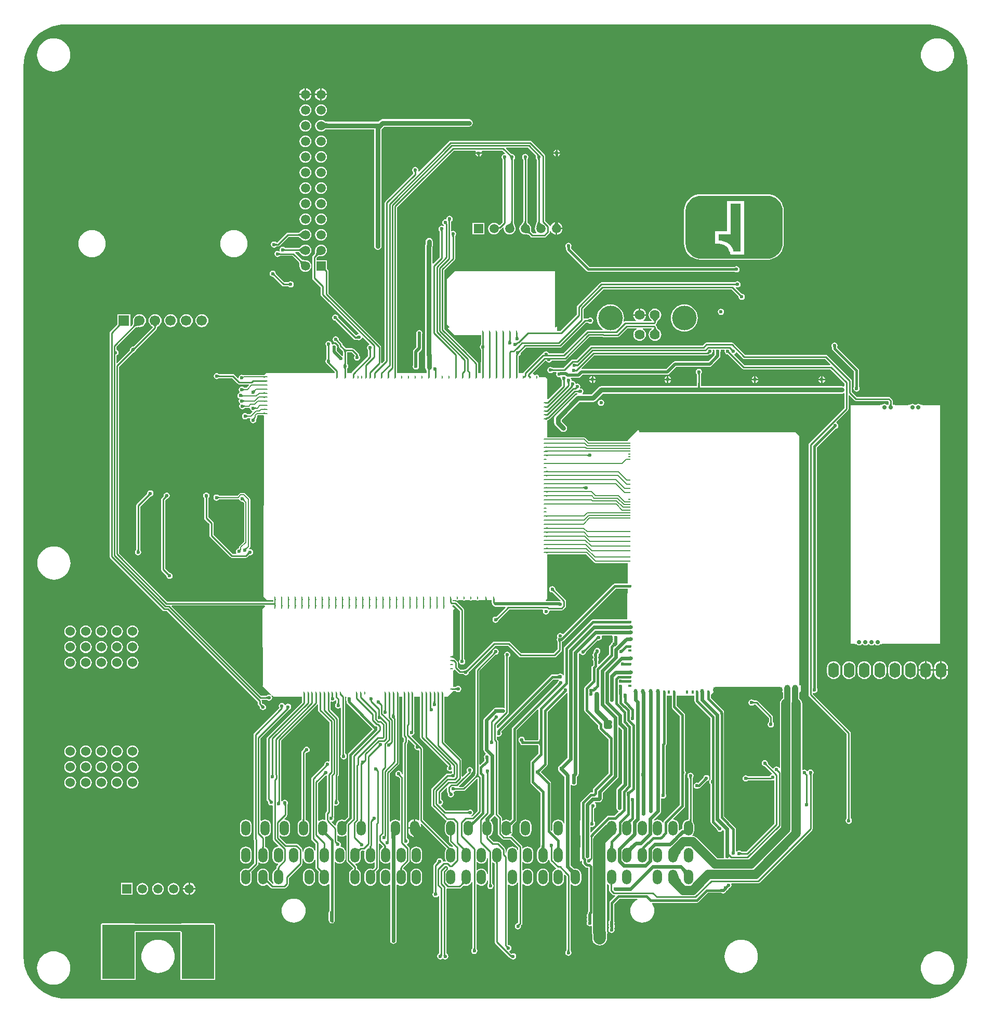
<source format=gbl>
G04*
G04 #@! TF.GenerationSoftware,Altium Limited,Altium Designer,20.2.7 (254)*
G04*
G04 Layer_Physical_Order=2*
G04 Layer_Color=16711680*
%FSLAX25Y25*%
%MOIN*%
G70*
G04*
G04 #@! TF.SameCoordinates,F98F9565-604B-4D99-A629-EFE6A8A473C1*
G04*
G04*
G04 #@! TF.FilePolarity,Positive*
G04*
G01*
G75*
%ADD10C,0.00984*%
%ADD11C,0.01575*%
%ADD17C,0.00787*%
%ADD34R,0.03740X0.00984*%
%ADD35R,0.00984X1.54528*%
%ADD36R,0.08858X0.00984*%
%ADD37R,0.12205X0.00984*%
%ADD38R,0.19882X0.00984*%
%ADD48C,0.15748*%
%ADD103C,0.06693*%
%ADD104R,0.06693X0.06693*%
%ADD106C,0.02362*%
G04:AMPARAMS|DCode=130|XSize=7.87mil|YSize=651.58mil|CornerRadius=3.94mil|HoleSize=0mil|Usage=FLASHONLY|Rotation=270.000|XOffset=0mil|YOffset=0mil|HoleType=Round|Shape=RoundedRectangle|*
%AMROUNDEDRECTD130*
21,1,0.00787,0.64370,0,0,270.0*
21,1,0.00000,0.65158,0,0,270.0*
1,1,0.00787,-0.32185,0.00000*
1,1,0.00787,-0.32185,0.00000*
1,1,0.00787,0.32185,0.00000*
1,1,0.00787,0.32185,0.00000*
%
%ADD130ROUNDEDRECTD130*%
G04:AMPARAMS|DCode=131|XSize=7.87mil|YSize=86.22mil|CornerRadius=3.94mil|HoleSize=0mil|Usage=FLASHONLY|Rotation=135.000|XOffset=0mil|YOffset=0mil|HoleType=Round|Shape=RoundedRectangle|*
%AMROUNDEDRECTD131*
21,1,0.00787,0.07835,0,0,135.0*
21,1,0.00000,0.08622,0,0,135.0*
1,1,0.00787,0.02770,0.02770*
1,1,0.00787,0.02770,0.02770*
1,1,0.00787,-0.02770,-0.02770*
1,1,0.00787,-0.02770,-0.02770*
%
%ADD131ROUNDEDRECTD131*%
G04:AMPARAMS|DCode=132|XSize=7.87mil|YSize=294.88mil|CornerRadius=3.94mil|HoleSize=0mil|Usage=FLASHONLY|Rotation=180.000|XOffset=0mil|YOffset=0mil|HoleType=Round|Shape=RoundedRectangle|*
%AMROUNDEDRECTD132*
21,1,0.00787,0.28701,0,0,180.0*
21,1,0.00000,0.29488,0,0,180.0*
1,1,0.00787,0.00000,0.14350*
1,1,0.00787,0.00000,0.14350*
1,1,0.00787,0.00000,-0.14350*
1,1,0.00787,0.00000,-0.14350*
%
%ADD132ROUNDEDRECTD132*%
%ADD165O,0.03937X0.05906*%
%ADD168O,0.03150X0.02362*%
%ADD179C,0.03150*%
%ADD180C,0.05906*%
%ADD181C,0.03937*%
%ADD182C,0.07874*%
%ADD185C,0.01968*%
%ADD186R,0.09843X0.09843*%
%ADD187C,0.05906*%
%ADD188R,0.05906X0.05906*%
%ADD189O,0.06890X0.09843*%
%ADD190C,0.02756*%
%ADD191C,0.02362*%
%ADD192C,0.06000*%
%ADD193O,0.05906X0.09449*%
%ADD194C,0.06400*%
%ADD195R,0.05906X0.05906*%
%ADD196R,0.38386X0.00984*%
G04:AMPARAMS|DCode=197|XSize=9.84mil|YSize=19.68mil|CornerRadius=4.92mil|HoleSize=0mil|Usage=FLASHONLY|Rotation=90.000|XOffset=0mil|YOffset=0mil|HoleType=Round|Shape=RoundedRectangle|*
%AMROUNDEDRECTD197*
21,1,0.00984,0.00984,0,0,90.0*
21,1,0.00000,0.01968,0,0,90.0*
1,1,0.00984,0.00492,0.00000*
1,1,0.00984,0.00492,0.00000*
1,1,0.00984,-0.00492,0.00000*
1,1,0.00984,-0.00492,0.00000*
%
%ADD197ROUNDEDRECTD197*%
G04:AMPARAMS|DCode=198|XSize=9.84mil|YSize=19.68mil|CornerRadius=4.92mil|HoleSize=0mil|Usage=FLASHONLY|Rotation=0.000|XOffset=0mil|YOffset=0mil|HoleType=Round|Shape=RoundedRectangle|*
%AMROUNDEDRECTD198*
21,1,0.00984,0.00984,0,0,0.0*
21,1,0.00000,0.01968,0,0,0.0*
1,1,0.00984,0.00000,-0.00492*
1,1,0.00984,0.00000,-0.00492*
1,1,0.00984,0.00000,0.00492*
1,1,0.00984,0.00000,0.00492*
%
%ADD198ROUNDEDRECTD198*%
G04:AMPARAMS|DCode=199|XSize=7.87mil|YSize=31.5mil|CornerRadius=3.94mil|HoleSize=0mil|Usage=FLASHONLY|Rotation=225.000|XOffset=0mil|YOffset=0mil|HoleType=Round|Shape=RoundedRectangle|*
%AMROUNDEDRECTD199*
21,1,0.00787,0.02362,0,0,225.0*
21,1,0.00000,0.03150,0,0,225.0*
1,1,0.00787,-0.00835,0.00835*
1,1,0.00787,-0.00835,0.00835*
1,1,0.00787,0.00835,-0.00835*
1,1,0.00787,0.00835,-0.00835*
%
%ADD199ROUNDEDRECTD199*%
G04:AMPARAMS|DCode=200|XSize=7.87mil|YSize=368.9mil|CornerRadius=3.94mil|HoleSize=0mil|Usage=FLASHONLY|Rotation=0.000|XOffset=0mil|YOffset=0mil|HoleType=Round|Shape=RoundedRectangle|*
%AMROUNDEDRECTD200*
21,1,0.00787,0.36102,0,0,0.0*
21,1,0.00000,0.36890,0,0,0.0*
1,1,0.00787,0.00000,-0.18051*
1,1,0.00787,0.00000,-0.18051*
1,1,0.00787,0.00000,0.18051*
1,1,0.00787,0.00000,0.18051*
%
%ADD200ROUNDEDRECTD200*%
%ADD201O,0.01575X0.00787*%
%ADD202O,0.02362X0.01575*%
%ADD203O,0.02362X0.03150*%
%ADD204O,0.44882X0.04331*%
%ADD205O,0.01575X0.02362*%
%ADD206O,1.00787X0.00787*%
%ADD207O,0.00787X1.60630*%
G04:AMPARAMS|DCode=208|XSize=7.87mil|YSize=47.24mil|CornerRadius=0mil|HoleSize=0mil|Usage=FLASHONLY|Rotation=45.000|XOffset=0mil|YOffset=0mil|HoleType=Round|Shape=Round|*
%AMOVALD208*
21,1,0.03937,0.00787,0.00000,0.00000,135.0*
1,1,0.00787,0.01392,-0.01392*
1,1,0.00787,-0.01392,0.01392*
%
%ADD208OVALD208*%

G36*
X581781Y625413D02*
X584783Y624902D01*
X587710Y624059D01*
X590524Y622894D01*
X593189Y621421D01*
X595673Y619658D01*
X597944Y617629D01*
X599973Y615358D01*
X601736Y612874D01*
X603209Y610209D01*
X604374Y607395D01*
X605217Y604468D01*
X605727Y601466D01*
X605895Y598479D01*
X605873Y598425D01*
Y27559D01*
X605895Y27505D01*
X605727Y24518D01*
X605217Y21516D01*
X604374Y18589D01*
X603209Y15776D01*
X601736Y13110D01*
X599973Y10626D01*
X597944Y8355D01*
X595673Y6326D01*
X593189Y4564D01*
X590524Y3091D01*
X587710Y1925D01*
X584783Y1082D01*
X581781Y572D01*
X578794Y404D01*
X578740Y426D01*
X27559D01*
X27505Y404D01*
X24518Y572D01*
X21516Y1082D01*
X18589Y1925D01*
X15776Y3091D01*
X13110Y4564D01*
X10626Y6326D01*
X8355Y8355D01*
X6326Y10626D01*
X4564Y13110D01*
X3091Y15776D01*
X1925Y18589D01*
X1082Y21516D01*
X572Y24518D01*
X404Y27505D01*
X426Y27559D01*
Y598425D01*
X404Y598479D01*
X572Y601466D01*
X1082Y604468D01*
X1925Y607395D01*
X3091Y610209D01*
X4564Y612874D01*
X6326Y615358D01*
X8355Y617629D01*
X10626Y619658D01*
X13110Y621421D01*
X15776Y622894D01*
X18589Y624059D01*
X21516Y624902D01*
X24518Y625413D01*
X27505Y625580D01*
X27559Y625558D01*
X578740D01*
X578794Y625580D01*
X581781Y625413D01*
D02*
G37*
%LPC*%
G36*
X586614Y616568D02*
X584946Y616437D01*
X583319Y616046D01*
X581773Y615406D01*
X580347Y614532D01*
X579074Y613445D01*
X577988Y612173D01*
X577114Y610746D01*
X576473Y609200D01*
X576083Y607574D01*
X575951Y605905D01*
X576083Y604238D01*
X576473Y602610D01*
X577114Y601065D01*
X577988Y599638D01*
X579074Y598366D01*
X580347Y597279D01*
X581773Y596405D01*
X583319Y595765D01*
X584946Y595374D01*
X586614Y595243D01*
X588282Y595374D01*
X589909Y595765D01*
X591455Y596405D01*
X592882Y597279D01*
X594154Y598366D01*
X595240Y599638D01*
X596115Y601065D01*
X596755Y602610D01*
X597146Y604238D01*
X597277Y605905D01*
X597146Y607574D01*
X596755Y609200D01*
X596115Y610746D01*
X595240Y612173D01*
X594154Y613445D01*
X592882Y614532D01*
X591455Y615406D01*
X589909Y616046D01*
X588282Y616437D01*
X586614Y616568D01*
D02*
G37*
G36*
X19685D02*
X18017Y616437D01*
X16390Y616046D01*
X14844Y615406D01*
X13418Y614532D01*
X12145Y613445D01*
X11059Y612173D01*
X10184Y610746D01*
X9544Y609200D01*
X9154Y607574D01*
X9022Y605905D01*
X9154Y604238D01*
X9544Y602610D01*
X10184Y601065D01*
X11059Y599638D01*
X12145Y598366D01*
X13418Y597279D01*
X14844Y596405D01*
X16390Y595765D01*
X18017Y595374D01*
X19685Y595243D01*
X21353Y595374D01*
X22980Y595765D01*
X24526Y596405D01*
X25953Y597279D01*
X27225Y598366D01*
X28311Y599638D01*
X29186Y601065D01*
X29826Y602610D01*
X30217Y604238D01*
X30348Y605905D01*
X30217Y607574D01*
X29826Y609200D01*
X29186Y610746D01*
X28311Y612173D01*
X27225Y613445D01*
X25953Y614532D01*
X24526Y615406D01*
X22980Y616046D01*
X21353Y616437D01*
X19685Y616568D01*
D02*
G37*
G36*
X191642Y584394D02*
Y580972D01*
X195063D01*
X194993Y581504D01*
X194595Y582466D01*
X193961Y583292D01*
X193135Y583925D01*
X192174Y584323D01*
X191642Y584394D01*
D02*
G37*
G36*
X181642D02*
Y580972D01*
X185063D01*
X184993Y581504D01*
X184595Y582466D01*
X183961Y583292D01*
X183135Y583925D01*
X182174Y584323D01*
X181642Y584394D01*
D02*
G37*
G36*
X190642D02*
X190110Y584323D01*
X189148Y583925D01*
X188323Y583292D01*
X187689Y582466D01*
X187291Y581504D01*
X187221Y580972D01*
X190642D01*
Y584394D01*
D02*
G37*
G36*
X180642D02*
X180110Y584323D01*
X179148Y583925D01*
X178323Y583292D01*
X177689Y582466D01*
X177291Y581504D01*
X177221Y580972D01*
X180642D01*
Y584394D01*
D02*
G37*
G36*
X190642Y579973D02*
X187221D01*
X187291Y579441D01*
X187689Y578479D01*
X188323Y577653D01*
X189148Y577020D01*
X190110Y576621D01*
X190642Y576551D01*
Y579973D01*
D02*
G37*
G36*
X180642D02*
X177221D01*
X177291Y579441D01*
X177689Y578479D01*
X178323Y577653D01*
X179148Y577020D01*
X180110Y576621D01*
X180642Y576551D01*
Y579973D01*
D02*
G37*
G36*
X195063D02*
X191642D01*
Y576551D01*
X192174Y576621D01*
X193135Y577020D01*
X193961Y577653D01*
X194595Y578479D01*
X194993Y579441D01*
X195063Y579973D01*
D02*
G37*
G36*
X185063D02*
X181642D01*
Y576551D01*
X182174Y576621D01*
X183135Y577020D01*
X183961Y577653D01*
X184595Y578479D01*
X184993Y579441D01*
X185063Y579973D01*
D02*
G37*
G36*
X191142Y574245D02*
X190165Y574116D01*
X189255Y573739D01*
X188474Y573140D01*
X187875Y572359D01*
X187498Y571449D01*
X187369Y570472D01*
X187498Y569496D01*
X187875Y568586D01*
X188474Y567805D01*
X189255Y567205D01*
X190165Y566829D01*
X191142Y566700D01*
X192118Y566829D01*
X193028Y567205D01*
X193809Y567805D01*
X194409Y568586D01*
X194786Y569496D01*
X194914Y570472D01*
X194786Y571449D01*
X194409Y572359D01*
X193809Y573140D01*
X193028Y573739D01*
X192118Y574116D01*
X191142Y574245D01*
D02*
G37*
G36*
X181142D02*
X180165Y574116D01*
X179255Y573739D01*
X178474Y573140D01*
X177875Y572359D01*
X177498Y571449D01*
X177369Y570472D01*
X177498Y569496D01*
X177875Y568586D01*
X178474Y567805D01*
X179255Y567205D01*
X180165Y566829D01*
X181142Y566700D01*
X182118Y566829D01*
X183028Y567205D01*
X183809Y567805D01*
X184409Y568586D01*
X184786Y569496D01*
X184914Y570472D01*
X184786Y571449D01*
X184409Y572359D01*
X183809Y573140D01*
X183028Y573739D01*
X182118Y574116D01*
X181142Y574245D01*
D02*
G37*
G36*
X286122Y564633D02*
X230621D01*
X229700Y564450D01*
X228918Y563928D01*
X227970Y562979D01*
X194640D01*
X194522Y562987D01*
X194316Y563013D01*
X194133Y563047D01*
X193984Y563084D01*
X193869Y563122D01*
X193791Y563157D01*
X193776Y563165D01*
X193028Y563739D01*
X192118Y564116D01*
X191142Y564245D01*
X190165Y564116D01*
X189255Y563739D01*
X188474Y563140D01*
X187875Y562359D01*
X187498Y561449D01*
X187369Y560472D01*
X187498Y559496D01*
X187875Y558586D01*
X188474Y557805D01*
X189255Y557205D01*
X190165Y556829D01*
X191142Y556700D01*
X192118Y556829D01*
X193028Y557205D01*
X193809Y557805D01*
X193895Y557917D01*
X193924Y557943D01*
X193962Y557969D01*
X194034Y558005D01*
X194141Y558046D01*
X194284Y558086D01*
X194460Y558122D01*
X194659Y558151D01*
X194821Y558162D01*
X225200D01*
Y486370D01*
X225150Y486122D01*
Y483268D01*
X225334Y482346D01*
X225856Y481565D01*
X226637Y481043D01*
X227559Y480859D01*
X228481Y481043D01*
X229262Y481565D01*
X229784Y482346D01*
X229967Y483268D01*
Y485924D01*
X230017Y486171D01*
Y558214D01*
X231619Y559816D01*
X286122D01*
X287044Y560000D01*
X287825Y560522D01*
X288347Y561303D01*
X288530Y562225D01*
X288347Y563146D01*
X287825Y563928D01*
X287044Y564450D01*
X286122Y564633D01*
D02*
G37*
G36*
X181142Y564245D02*
X180165Y564116D01*
X179255Y563739D01*
X178474Y563140D01*
X177875Y562359D01*
X177498Y561449D01*
X177369Y560472D01*
X177498Y559496D01*
X177875Y558586D01*
X178474Y557805D01*
X179255Y557205D01*
X180165Y556829D01*
X181142Y556700D01*
X182118Y556829D01*
X183028Y557205D01*
X183809Y557805D01*
X184409Y558586D01*
X184786Y559496D01*
X184914Y560472D01*
X184786Y561449D01*
X184409Y562359D01*
X183809Y563140D01*
X183028Y563739D01*
X182118Y564116D01*
X181142Y564245D01*
D02*
G37*
G36*
X191142Y554245D02*
X190165Y554116D01*
X189255Y553740D01*
X188474Y553140D01*
X187875Y552359D01*
X187498Y551449D01*
X187369Y550472D01*
X187498Y549496D01*
X187875Y548586D01*
X188474Y547805D01*
X189255Y547205D01*
X190165Y546829D01*
X191142Y546700D01*
X192118Y546829D01*
X193028Y547205D01*
X193809Y547805D01*
X194409Y548586D01*
X194786Y549496D01*
X194914Y550472D01*
X194786Y551449D01*
X194409Y552359D01*
X193809Y553140D01*
X193028Y553740D01*
X192118Y554116D01*
X191142Y554245D01*
D02*
G37*
G36*
X181142D02*
X180165Y554116D01*
X179255Y553740D01*
X178474Y553140D01*
X177875Y552359D01*
X177498Y551449D01*
X177369Y550472D01*
X177498Y549496D01*
X177875Y548586D01*
X178474Y547805D01*
X179255Y547205D01*
X180165Y546829D01*
X181142Y546700D01*
X182118Y546829D01*
X183028Y547205D01*
X183809Y547805D01*
X184409Y548586D01*
X184786Y549496D01*
X184914Y550472D01*
X184786Y551449D01*
X184409Y552359D01*
X183809Y553140D01*
X183028Y553740D01*
X182118Y554116D01*
X181142Y554245D01*
D02*
G37*
G36*
X342839Y545074D02*
Y543449D01*
X344463D01*
X344393Y543800D01*
X343911Y544522D01*
X343190Y545004D01*
X342839Y545074D01*
D02*
G37*
G36*
X341839D02*
X341488Y545004D01*
X340766Y544522D01*
X340284Y543800D01*
X340214Y543449D01*
X341839D01*
Y545074D01*
D02*
G37*
G36*
Y542449D02*
X340214D01*
X340284Y542098D01*
X340766Y541377D01*
X341488Y540895D01*
X341839Y540825D01*
Y541420D01*
X341445Y541468D01*
X341439Y542184D01*
X341839Y542147D01*
Y542449D01*
D02*
G37*
G36*
X344463D02*
X342839D01*
Y542057D01*
X343086Y542035D01*
X343074Y542017D01*
X343062Y541987D01*
X343052Y541944D01*
X343044Y541887D01*
X343030Y541735D01*
X343020Y541410D01*
X343020Y541276D01*
X342839Y541298D01*
Y540825D01*
X343190Y540895D01*
X343911Y541377D01*
X344393Y542098D01*
X344463Y542449D01*
D02*
G37*
G36*
X294447Y542414D02*
X292823D01*
Y540789D01*
X293174Y540859D01*
X293895Y541341D01*
X294377Y542063D01*
X294447Y542414D01*
D02*
G37*
G36*
X291823D02*
X290198D01*
X290268Y542063D01*
X290750Y541341D01*
X291472Y540859D01*
X291823Y540789D01*
Y542414D01*
D02*
G37*
G36*
X191142Y544245D02*
X190165Y544116D01*
X189255Y543740D01*
X188474Y543140D01*
X187875Y542359D01*
X187498Y541449D01*
X187369Y540472D01*
X187498Y539496D01*
X187875Y538586D01*
X188474Y537805D01*
X189255Y537205D01*
X190165Y536829D01*
X191142Y536700D01*
X192118Y536829D01*
X193028Y537205D01*
X193809Y537805D01*
X194409Y538586D01*
X194786Y539496D01*
X194914Y540472D01*
X194786Y541449D01*
X194409Y542359D01*
X193809Y543140D01*
X193028Y543740D01*
X192118Y544116D01*
X191142Y544245D01*
D02*
G37*
G36*
X181142D02*
X180165Y544116D01*
X179255Y543740D01*
X178474Y543140D01*
X177875Y542359D01*
X177498Y541449D01*
X177369Y540472D01*
X177498Y539496D01*
X177875Y538586D01*
X178474Y537805D01*
X179255Y537205D01*
X180165Y536829D01*
X181142Y536700D01*
X182118Y536829D01*
X183028Y537205D01*
X183809Y537805D01*
X184409Y538586D01*
X184786Y539496D01*
X184914Y540472D01*
X184786Y541449D01*
X184409Y542359D01*
X183809Y543140D01*
X183028Y543740D01*
X182118Y544116D01*
X181142Y544245D01*
D02*
G37*
G36*
X191142Y534245D02*
X190165Y534116D01*
X189255Y533740D01*
X188474Y533140D01*
X187875Y532359D01*
X187498Y531449D01*
X187369Y530472D01*
X187498Y529496D01*
X187875Y528586D01*
X188474Y527805D01*
X189255Y527205D01*
X190165Y526829D01*
X191142Y526700D01*
X192118Y526829D01*
X193028Y527205D01*
X193809Y527805D01*
X194409Y528586D01*
X194786Y529496D01*
X194914Y530472D01*
X194786Y531449D01*
X194409Y532359D01*
X193809Y533140D01*
X193028Y533740D01*
X192118Y534116D01*
X191142Y534245D01*
D02*
G37*
G36*
X181142D02*
X180165Y534116D01*
X179255Y533740D01*
X178474Y533140D01*
X177875Y532359D01*
X177498Y531449D01*
X177369Y530472D01*
X177498Y529496D01*
X177875Y528586D01*
X178474Y527805D01*
X179255Y527205D01*
X180165Y526829D01*
X181142Y526700D01*
X182118Y526829D01*
X183028Y527205D01*
X183809Y527805D01*
X184409Y528586D01*
X184786Y529496D01*
X184914Y530472D01*
X184786Y531449D01*
X184409Y532359D01*
X183809Y533140D01*
X183028Y533740D01*
X182118Y534116D01*
X181142Y534245D01*
D02*
G37*
G36*
X191142Y524245D02*
X190165Y524116D01*
X189255Y523739D01*
X188474Y523140D01*
X187875Y522359D01*
X187498Y521449D01*
X187369Y520472D01*
X187498Y519496D01*
X187875Y518586D01*
X188474Y517805D01*
X189255Y517205D01*
X190165Y516829D01*
X191142Y516700D01*
X192118Y516829D01*
X193028Y517205D01*
X193809Y517805D01*
X194409Y518586D01*
X194786Y519496D01*
X194914Y520472D01*
X194786Y521449D01*
X194409Y522359D01*
X193809Y523140D01*
X193028Y523739D01*
X192118Y524116D01*
X191142Y524245D01*
D02*
G37*
G36*
X181142D02*
X180165Y524116D01*
X179255Y523739D01*
X178474Y523140D01*
X177875Y522359D01*
X177498Y521449D01*
X177369Y520472D01*
X177498Y519496D01*
X177875Y518586D01*
X178474Y517805D01*
X179255Y517205D01*
X180165Y516829D01*
X181142Y516700D01*
X182118Y516829D01*
X183028Y517205D01*
X183809Y517805D01*
X184409Y518586D01*
X184786Y519496D01*
X184914Y520472D01*
X184786Y521449D01*
X184409Y522359D01*
X183809Y523140D01*
X183028Y523739D01*
X182118Y524116D01*
X181142Y524245D01*
D02*
G37*
G36*
X477490Y516476D02*
X477449Y516467D01*
X477449Y516467D01*
X477000Y516466D01*
X477000Y516466D01*
X434979D01*
X434518Y516468D01*
X434518Y516468D01*
X434490Y516474D01*
X434481Y516472D01*
X434481Y516468D01*
X434478Y516466D01*
X434461Y516462D01*
X432891Y516339D01*
X431294Y515955D01*
X429777Y515327D01*
X428377Y514469D01*
X427129Y513403D01*
X426062Y512154D01*
X425204Y510754D01*
X424576Y509237D01*
X424193Y507641D01*
X424075Y506143D01*
X424056Y506049D01*
X423997Y485232D01*
X424054Y484940D01*
X424183Y483304D01*
X424566Y481707D01*
X425195Y480191D01*
X425353Y479932D01*
X425357Y479922D01*
X425363Y479916D01*
X426052Y478791D01*
X427119Y477542D01*
X427559Y477166D01*
Y476924D01*
X427842D01*
X428367Y476476D01*
X429767Y475618D01*
X431284Y474990D01*
X432881Y474606D01*
X434288Y474495D01*
X434469Y474460D01*
X476989D01*
X477382Y474459D01*
X477473Y474461D01*
X477480Y474459D01*
X477489Y474461D01*
X477489Y474469D01*
X479079Y474594D01*
X480676Y474978D01*
X482193Y475606D01*
X483593Y476464D01*
X484842Y477530D01*
X485908Y478779D01*
X486766Y480179D01*
X487394Y481696D01*
X487778Y483292D01*
X487906Y484929D01*
X487906Y484934D01*
X487913Y484967D01*
Y505462D01*
X487921Y505959D01*
X487913Y506240D01*
X487888Y506362D01*
X487882Y506442D01*
X487787Y507643D01*
X487404Y509239D01*
X486776Y510756D01*
X485918Y512156D01*
X484852Y513405D01*
X483603Y514471D01*
X482203Y515329D01*
X480686Y515957D01*
X479089Y516341D01*
X477499Y516466D01*
X477499Y516474D01*
X477490Y516476D01*
D02*
G37*
G36*
X191142Y514245D02*
X190165Y514116D01*
X189255Y513739D01*
X188474Y513140D01*
X187875Y512359D01*
X187498Y511449D01*
X187369Y510472D01*
X187498Y509496D01*
X187875Y508586D01*
X188474Y507805D01*
X189255Y507205D01*
X190165Y506829D01*
X191142Y506700D01*
X192118Y506829D01*
X193028Y507205D01*
X193809Y507805D01*
X194409Y508586D01*
X194786Y509496D01*
X194914Y510472D01*
X194786Y511449D01*
X194409Y512359D01*
X193809Y513140D01*
X193028Y513739D01*
X192118Y514116D01*
X191142Y514245D01*
D02*
G37*
G36*
X181142D02*
X180165Y514116D01*
X179255Y513739D01*
X178474Y513140D01*
X177875Y512359D01*
X177498Y511449D01*
X177369Y510472D01*
X177498Y509496D01*
X177875Y508586D01*
X178474Y507805D01*
X179255Y507205D01*
X180165Y506829D01*
X181142Y506700D01*
X182118Y506829D01*
X183028Y507205D01*
X183809Y507805D01*
X184409Y508586D01*
X184786Y509496D01*
X184914Y510472D01*
X184786Y511449D01*
X184409Y512359D01*
X183809Y513140D01*
X183028Y513739D01*
X182118Y514116D01*
X181142Y514245D01*
D02*
G37*
G36*
X191142Y504245D02*
X190165Y504116D01*
X189255Y503740D01*
X188474Y503140D01*
X187875Y502359D01*
X187498Y501449D01*
X187369Y500472D01*
X187498Y499496D01*
X187875Y498586D01*
X188474Y497805D01*
X189255Y497205D01*
X190165Y496829D01*
X191142Y496700D01*
X192118Y496829D01*
X193028Y497205D01*
X193809Y497805D01*
X194409Y498586D01*
X194786Y499496D01*
X194914Y500472D01*
X194786Y501449D01*
X194409Y502359D01*
X193809Y503140D01*
X193028Y503740D01*
X192118Y504116D01*
X191142Y504245D01*
D02*
G37*
G36*
X181142D02*
X180165Y504116D01*
X179255Y503740D01*
X178474Y503140D01*
X177875Y502359D01*
X177498Y501449D01*
X177369Y500472D01*
X177498Y499496D01*
X177875Y498586D01*
X178474Y497805D01*
X179255Y497205D01*
X180165Y496829D01*
X181142Y496700D01*
X182118Y496829D01*
X183028Y497205D01*
X183809Y497805D01*
X184409Y498586D01*
X184786Y499496D01*
X184914Y500472D01*
X184786Y501449D01*
X184409Y502359D01*
X183809Y503140D01*
X183028Y503740D01*
X182118Y504116D01*
X181142Y504245D01*
D02*
G37*
G36*
X343127Y498343D02*
X343132Y498324D01*
X343219Y498071D01*
X343332Y497817D01*
X343469Y497561D01*
X343631Y497303D01*
X343818Y497044D01*
X344030Y496783D01*
X344268Y496521D01*
X342626Y496580D01*
Y494988D01*
X346047D01*
X345977Y495520D01*
X345579Y496482D01*
X344945Y497307D01*
X344119Y497941D01*
X343158Y498339D01*
X343127Y498343D01*
D02*
G37*
G36*
X325252Y550714D02*
X274320D01*
X273820Y550615D01*
X273397Y550332D01*
X253814Y530748D01*
X253425Y531067D01*
X253527Y531220D01*
X253680Y531988D01*
X253527Y532756D01*
X253092Y533407D01*
X252441Y533843D01*
X251673Y533995D01*
X250905Y533843D01*
X250254Y533407D01*
X249819Y532756D01*
X249666Y531988D01*
X249819Y531220D01*
X250254Y530569D01*
X250318Y530526D01*
X250318Y530526D01*
X250329Y530504D01*
X250341Y530476D01*
X250352Y530440D01*
X250362Y530396D01*
X250369Y530353D01*
Y529809D01*
X232444Y511884D01*
X232161Y511461D01*
X232062Y510961D01*
Y409891D01*
X230250Y408079D01*
X229749Y408286D01*
Y418513D01*
X229650Y419012D01*
X229367Y419435D01*
X195891Y452911D01*
Y467028D01*
X195792Y467527D01*
X195509Y467950D01*
X195061Y468398D01*
X194887Y468602D01*
X194882Y468609D01*
Y474213D01*
X188214D01*
Y475700D01*
X188822Y476308D01*
X188926Y476375D01*
X189067Y476445D01*
X189247Y476512D01*
X189465Y476573D01*
X189722Y476626D01*
X190006Y476666D01*
X190716Y476714D01*
X191018Y476716D01*
X191142Y476700D01*
X192118Y476829D01*
X193028Y477205D01*
X193809Y477805D01*
X194409Y478586D01*
X194786Y479496D01*
X194914Y480472D01*
X194786Y481449D01*
X194409Y482359D01*
X193809Y483140D01*
X193028Y483740D01*
X192118Y484116D01*
X191142Y484245D01*
X190165Y484116D01*
X189255Y483740D01*
X188474Y483140D01*
X187875Y482359D01*
X187498Y481449D01*
X187369Y480472D01*
X187386Y480349D01*
X187383Y480047D01*
X187336Y479336D01*
X187295Y479052D01*
X187243Y478796D01*
X187181Y478578D01*
X187114Y478398D01*
X187045Y478257D01*
X186977Y478153D01*
X185987Y477163D01*
X185704Y476739D01*
X185605Y476240D01*
Y462732D01*
X185704Y462233D01*
X185987Y461809D01*
X190920Y456877D01*
Y452228D01*
X191019Y451728D01*
X191302Y451305D01*
X215274Y427333D01*
X215109Y426791D01*
X214763Y426722D01*
X214112Y426287D01*
X214052Y426197D01*
X213408Y426133D01*
X202453Y437089D01*
X202427Y437124D01*
X202403Y437163D01*
X202386Y437196D01*
X202374Y437223D01*
X202366Y437247D01*
X202366Y437248D01*
X202381Y437323D01*
X202228Y438091D01*
X201793Y438742D01*
X201142Y439177D01*
X200374Y439330D01*
X199606Y439177D01*
X198955Y438742D01*
X198520Y438091D01*
X198367Y437323D01*
X198520Y436555D01*
X198955Y435904D01*
X199606Y435468D01*
X200374Y435316D01*
X200449Y435331D01*
X200450Y435331D01*
X200473Y435323D01*
X200501Y435311D01*
X200534Y435294D01*
X200573Y435270D01*
X200608Y435244D01*
X212306Y423546D01*
X212729Y423263D01*
X213228Y423164D01*
X214274D01*
X214398Y423152D01*
X214447Y423144D01*
X214575Y423116D01*
X214607Y423106D01*
X214641Y423093D01*
X214651Y423089D01*
X214763Y423014D01*
X215531Y422861D01*
X216300Y423014D01*
X216951Y423449D01*
X217386Y424100D01*
X217455Y424445D01*
X217997Y424610D01*
X222221Y420386D01*
X222076Y419907D01*
X221870Y419866D01*
X221219Y419431D01*
X220783Y418780D01*
X220631Y418012D01*
X220783Y417244D01*
X221219Y416593D01*
X221282Y416550D01*
X221283Y416549D01*
X221294Y416528D01*
X221305Y416499D01*
X221316Y416464D01*
X221327Y416419D01*
X221333Y416376D01*
Y412647D01*
X210869Y402182D01*
X210595Y401772D01*
X207899D01*
Y404565D01*
X207906Y404608D01*
X207916Y404653D01*
X207927Y404688D01*
X207938Y404716D01*
X207949Y404738D01*
X207950Y404739D01*
X208014Y404782D01*
X208449Y405433D01*
X208602Y406201D01*
X208449Y406969D01*
X208014Y407620D01*
X207950Y407663D01*
X207949Y407663D01*
X207938Y407685D01*
X207927Y407713D01*
X207916Y407749D01*
X207906Y407793D01*
X207899Y407836D01*
Y414978D01*
X207906Y415019D01*
X207908Y415025D01*
X207914Y415027D01*
X207955Y415034D01*
X210720D01*
X212780Y412973D01*
X212440Y412464D01*
X212287Y411696D01*
X212440Y410928D01*
X212875Y410277D01*
X213526Y409842D01*
X214294Y409689D01*
X215062Y409842D01*
X215714Y410277D01*
X216148Y410928D01*
X216301Y411696D01*
X216148Y412464D01*
X215714Y413116D01*
X215549Y413226D01*
Y413354D01*
X215449Y413854D01*
X215167Y414277D01*
X212182Y417261D01*
X211759Y417544D01*
X211260Y417643D01*
X207609D01*
X207520Y417653D01*
X207400Y417676D01*
X207287Y417707D01*
X207178Y417747D01*
X207073Y417796D01*
X206970Y417854D01*
X206870Y417922D01*
X206800Y417978D01*
X205068Y419710D01*
Y420252D01*
X204969Y420751D01*
X204686Y421174D01*
X202748Y423112D01*
X202723Y423148D01*
X202698Y423186D01*
X202681Y423219D01*
X202669Y423247D01*
X202662Y423270D01*
X202661Y423271D01*
X202676Y423347D01*
X202524Y424115D01*
X202088Y424766D01*
X201437Y425201D01*
X200669Y425353D01*
X199901Y425201D01*
X199250Y424766D01*
X198815Y424115D01*
X198662Y423347D01*
X198815Y422578D01*
X199250Y421927D01*
X199901Y421492D01*
X200669Y421339D01*
X200745Y421354D01*
X200745Y421354D01*
X200769Y421347D01*
X200797Y421335D01*
X200830Y421317D01*
X200868Y421293D01*
X200903Y421268D01*
X202459Y419712D01*
Y419169D01*
X202558Y418670D01*
X202841Y418247D01*
X204955Y416133D01*
X205011Y416064D01*
X205079Y415963D01*
X205137Y415860D01*
X205186Y415755D01*
X205226Y415647D01*
X205257Y415533D01*
X205280Y415413D01*
X205290Y415324D01*
Y412994D01*
X204790Y412727D01*
X204587Y412862D01*
X204503Y412879D01*
X201294Y416087D01*
Y417487D01*
X201343Y417559D01*
X201495Y418327D01*
X201343Y419095D01*
X200907Y419746D01*
X200256Y420181D01*
X199488Y420334D01*
X198720Y420181D01*
X198487Y420025D01*
X198037Y420326D01*
X198050Y420394D01*
X197898Y421162D01*
X197462Y421813D01*
X196811Y422248D01*
X196043Y422401D01*
X195275Y422248D01*
X194624Y421813D01*
X194189Y421162D01*
X194036Y420394D01*
X194189Y419626D01*
X194624Y418974D01*
X194688Y418932D01*
X194688Y418931D01*
X194699Y418909D01*
X194711Y418881D01*
X194722Y418846D01*
X194732Y418801D01*
X194739Y418758D01*
Y411026D01*
X194732Y410987D01*
X194723Y410948D01*
X194713Y410920D01*
X194704Y410899D01*
X194696Y410884D01*
X194689Y410874D01*
X194681Y410866D01*
X194663Y410848D01*
X194545Y410770D01*
X194110Y410118D01*
X193957Y409350D01*
X194110Y408582D01*
X194545Y407931D01*
X194862Y407720D01*
X195117Y407469D01*
X195121Y407463D01*
X200093Y402491D01*
Y401772D01*
X156047D01*
X154762Y400514D01*
X154483Y400496D01*
X141450D01*
X141450Y400496D01*
X141175Y400441D01*
X141122Y400476D01*
X140354Y400629D01*
X139586Y400476D01*
X138935Y400041D01*
X138500Y399390D01*
X138369Y398730D01*
X137903Y398490D01*
X135667Y400726D01*
X135243Y401008D01*
X134744Y401108D01*
X125946D01*
X125903Y401114D01*
X125859Y401124D01*
X125823Y401136D01*
X125795Y401147D01*
X125774Y401158D01*
X125773Y401159D01*
X125730Y401222D01*
X125079Y401657D01*
X124311Y401810D01*
X123543Y401657D01*
X122892Y401222D01*
X122457Y400571D01*
X122304Y399803D01*
X122457Y399035D01*
X122892Y398384D01*
X123543Y397949D01*
X124311Y397796D01*
X125079Y397949D01*
X125730Y398384D01*
X125773Y398448D01*
X125774Y398448D01*
X125795Y398459D01*
X125823Y398471D01*
X125859Y398482D01*
X125903Y398492D01*
X125946Y398499D01*
X134204D01*
X137759Y394944D01*
X138182Y394661D01*
X138681Y394562D01*
X144863D01*
X145054Y394100D01*
X143300Y392346D01*
X142148D01*
X142111Y392354D01*
X142075Y392364D01*
X142039Y392378D01*
X142002Y392397D01*
X141963Y392420D01*
X141921Y392450D01*
X141889Y392476D01*
X141833Y392561D01*
X141182Y392996D01*
X140413Y393149D01*
X139645Y392996D01*
X138994Y392561D01*
X138559Y391910D01*
X138406Y391142D01*
X138559Y390374D01*
X138994Y389722D01*
X139013Y389710D01*
X138908Y389179D01*
X138799Y389157D01*
X138148Y388722D01*
X137713Y388071D01*
X137560Y387303D01*
X137713Y386535D01*
X138148Y385884D01*
X138629Y385562D01*
X138798Y385431D01*
X138772Y384944D01*
X138559Y384626D01*
X138406Y383858D01*
X138559Y383090D01*
X138994Y382439D01*
X139106Y382364D01*
X139155Y381730D01*
X138854Y381280D01*
X138702Y380512D01*
X138854Y379744D01*
X139289Y379093D01*
X139941Y378658D01*
X140709Y378505D01*
X141477Y378658D01*
X142128Y379093D01*
X142184Y379177D01*
X142217Y379204D01*
X142258Y379233D01*
X142297Y379257D01*
X142334Y379275D01*
X142370Y379289D01*
X142406Y379300D01*
X142443Y379308D01*
X144882D01*
X144882Y379308D01*
X145146Y379360D01*
X145236Y379337D01*
X145604Y379099D01*
X145673Y379019D01*
X145783Y378464D01*
X146219Y377813D01*
X146870Y377378D01*
X147091Y377334D01*
X147236Y376855D01*
X145699Y375319D01*
X144215D01*
X144178Y375326D01*
X144142Y375337D01*
X144106Y375351D01*
X144069Y375369D01*
X144030Y375393D01*
X143988Y375422D01*
X143956Y375449D01*
X143900Y375533D01*
X143248Y375969D01*
X142480Y376121D01*
X141712Y375969D01*
X141061Y375533D01*
X140626Y374882D01*
X140473Y374114D01*
X140626Y373346D01*
X141061Y372695D01*
X141712Y372260D01*
X142480Y372107D01*
X143248Y372260D01*
X143900Y372695D01*
X143956Y372780D01*
X143988Y372806D01*
X144030Y372836D01*
X144069Y372859D01*
X144106Y372877D01*
X144142Y372892D01*
X144178Y372902D01*
X144215Y372910D01*
X145645D01*
X145881Y372469D01*
X145783Y372323D01*
X145631Y371555D01*
X145783Y370787D01*
X146219Y370136D01*
X146870Y369701D01*
X147638Y369548D01*
X148406Y369701D01*
X149057Y370136D01*
X149492Y370787D01*
X149645Y371555D01*
X149562Y371973D01*
X149560Y372045D01*
X149544Y372114D01*
X149541Y372139D01*
X149541Y372154D01*
X149542Y372163D01*
X149543Y372168D01*
X149545Y372175D01*
X149550Y372185D01*
X149557Y372198D01*
X149802Y372442D01*
X149802Y372442D01*
X150063Y372833D01*
X150154Y373293D01*
X150154Y373293D01*
Y374140D01*
X150715Y374701D01*
X154140D01*
X154493Y374347D01*
X154321Y258317D01*
X156622Y255942D01*
X160548D01*
Y255242D01*
X92568D01*
X61639Y286170D01*
Y405857D01*
X70502Y414720D01*
X70539Y414749D01*
X70586Y414780D01*
X70628Y414805D01*
X70666Y414823D01*
X70700Y414837D01*
X70731Y414847D01*
X70759Y414854D01*
X70818Y414863D01*
X70881Y414885D01*
X71339Y414976D01*
X71990Y415412D01*
X72425Y416063D01*
X72516Y416521D01*
X72539Y416584D01*
X72548Y416643D01*
X72554Y416671D01*
X72564Y416702D01*
X72578Y416735D01*
X72597Y416773D01*
X72622Y416816D01*
X72646Y416853D01*
X72698Y416916D01*
X85686Y429904D01*
X85969Y430328D01*
X86068Y430827D01*
Y430987D01*
X86084Y431094D01*
X86111Y431199D01*
X86145Y431289D01*
X86187Y431368D01*
X86237Y431440D01*
X86299Y431508D01*
X86375Y431575D01*
X86471Y431641D01*
X86620Y431723D01*
X86631Y431732D01*
X86848Y431822D01*
X87712Y432485D01*
X88375Y433348D01*
X88791Y434354D01*
X88933Y435433D01*
X88791Y436512D01*
X88375Y437518D01*
X87712Y438381D01*
X86848Y439044D01*
X85843Y439461D01*
X84764Y439603D01*
X83685Y439461D01*
X82679Y439044D01*
X81815Y438381D01*
X81153Y437518D01*
X80736Y436512D01*
X80594Y435433D01*
X80736Y434354D01*
X81153Y433348D01*
X81815Y432485D01*
X82679Y431822D01*
X82897Y431732D01*
X82907Y431723D01*
X83057Y431641D01*
X83146Y431266D01*
X83142Y431050D01*
X70950Y418858D01*
X70920Y418836D01*
X70890Y418819D01*
X70867Y418808D01*
X70852Y418802D01*
X70842Y418800D01*
X70836Y418799D01*
X70831Y418799D01*
X70782Y418803D01*
X70761Y418800D01*
X70571Y418838D01*
X69803Y418685D01*
X69152Y418250D01*
X68717Y417599D01*
X68564Y416831D01*
X68602Y416641D01*
X68599Y416619D01*
X68603Y416570D01*
X68602Y416565D01*
X68602Y416560D01*
X68599Y416550D01*
X68594Y416535D01*
X68583Y416512D01*
X68565Y416482D01*
X68544Y416452D01*
X60330Y408238D01*
X59868Y408429D01*
Y412978D01*
X60020Y413008D01*
X60671Y413443D01*
X61106Y414094D01*
X61259Y414862D01*
X61106Y415630D01*
X60671Y416281D01*
X60020Y416716D01*
X59868Y416747D01*
Y418692D01*
X71988Y430812D01*
X72003Y430825D01*
X72125Y430902D01*
X72293Y430981D01*
X72507Y431057D01*
X72768Y431126D01*
X73074Y431184D01*
X73415Y431229D01*
X74257Y431281D01*
X74614Y431283D01*
X74764Y431264D01*
X75843Y431406D01*
X76849Y431822D01*
X77712Y432485D01*
X78375Y433348D01*
X78791Y434354D01*
X78933Y435433D01*
X78791Y436512D01*
X78375Y437518D01*
X77712Y438381D01*
X76849Y439044D01*
X75843Y439461D01*
X74764Y439603D01*
X73685Y439461D01*
X72679Y439044D01*
X71816Y438381D01*
X71153Y437518D01*
X70736Y436512D01*
X70594Y435433D01*
X70614Y435283D01*
X70612Y434926D01*
X70560Y434085D01*
X70515Y433743D01*
X70457Y433437D01*
X70388Y433177D01*
X70312Y432962D01*
X70233Y432795D01*
X70156Y432673D01*
X70143Y432657D01*
X69360Y431874D01*
X68898Y432065D01*
Y439567D01*
X60630D01*
Y433508D01*
X60627Y433491D01*
X60630Y433473D01*
Y433199D01*
X60597Y433152D01*
X60374Y432888D01*
X55869Y428383D01*
X55586Y427960D01*
X55487Y427461D01*
Y284162D01*
X55586Y283663D01*
X55869Y283240D01*
X89637Y249471D01*
X90061Y249188D01*
X90560Y249089D01*
X92230D01*
X150512Y190807D01*
Y189620D01*
X150611Y189121D01*
X150894Y188698D01*
X151858Y187734D01*
X151884Y187699D01*
X151908Y187660D01*
X151925Y187627D01*
X151937Y187600D01*
X151945Y187576D01*
X151945Y187575D01*
X151930Y187500D01*
X152083Y186732D01*
X152518Y186081D01*
X153169Y185646D01*
X153937Y185493D01*
X154705Y185646D01*
X155356Y186081D01*
X155791Y186732D01*
X155944Y187500D01*
X155791Y188268D01*
X155356Y188919D01*
X154705Y189354D01*
X153937Y189507D01*
X153862Y189492D01*
X153861Y189492D01*
X153838Y189500D01*
X153810Y189512D01*
X153777Y189529D01*
X153738Y189553D01*
X153703Y189579D01*
X153121Y190161D01*
Y191347D01*
X153051Y191699D01*
X153342Y192199D01*
X156140D01*
X156183Y192193D01*
X156227Y192183D01*
X156263Y192172D01*
X156291Y192160D01*
X156313Y192149D01*
X156314Y192148D01*
X156356Y192085D01*
X157008Y191650D01*
X157776Y191497D01*
X158544Y191650D01*
X159195Y192085D01*
X159630Y192736D01*
X159783Y193504D01*
X159630Y194272D01*
X159397Y194620D01*
X159786Y194939D01*
X160531Y194193D01*
X178912D01*
Y190501D01*
X156656Y168245D01*
X156374Y167822D01*
X156274Y167323D01*
Y128283D01*
X156374Y127784D01*
X156656Y127360D01*
X157171Y126845D01*
X157190Y126819D01*
X157203Y126795D01*
X157210Y126780D01*
X157210Y126780D01*
X157204Y126744D01*
X157207Y126683D01*
X157147Y126378D01*
X157299Y125610D01*
X157734Y124959D01*
X158386Y124524D01*
X159153Y124371D01*
X159711Y124482D01*
X160211Y124162D01*
Y102854D01*
X160310Y102355D01*
X160593Y101932D01*
X164015Y98510D01*
X163865Y98207D01*
X163757Y98061D01*
X162803Y97935D01*
X161893Y97558D01*
X161112Y96959D01*
X160512Y96178D01*
X160136Y95268D01*
X160007Y94291D01*
Y90748D01*
X160136Y89772D01*
X160512Y88862D01*
X161112Y88081D01*
X161893Y87481D01*
X162803Y87104D01*
X163480Y87015D01*
X163659Y86487D01*
X162857Y85685D01*
X162574Y85262D01*
X162475Y84763D01*
Y83763D01*
X162469Y83691D01*
X162459Y83619D01*
X161893Y83385D01*
X161112Y82786D01*
X160512Y82004D01*
X160136Y81094D01*
X160007Y80118D01*
Y76575D01*
X160136Y75598D01*
X160512Y74689D01*
X160688Y74460D01*
X160471Y73921D01*
X160242Y73887D01*
X158146Y75983D01*
X157989Y76151D01*
X157873Y76294D01*
X157780Y76423D01*
X157715Y76529D01*
X157706Y76547D01*
X157709Y76575D01*
Y80118D01*
X157581Y81094D01*
X157204Y82004D01*
X156605Y82786D01*
X155823Y83385D01*
X154913Y83762D01*
X153937Y83890D01*
X152961Y83762D01*
X152051Y83385D01*
X151269Y82786D01*
X150670Y82004D01*
X150293Y81094D01*
X150165Y80118D01*
Y76575D01*
X150293Y75598D01*
X150670Y74689D01*
X151269Y73907D01*
X152051Y73308D01*
X152961Y72931D01*
X153937Y72802D01*
X154913Y72931D01*
X155823Y73308D01*
X156563Y73875D01*
X159018Y71420D01*
X159442Y71137D01*
X159941Y71038D01*
X167520D01*
X168019Y71137D01*
X168442Y71420D01*
X170115Y73093D01*
X170398Y73516D01*
X170498Y74016D01*
Y77806D01*
X178777Y86085D01*
X179060Y86509D01*
X179159Y87008D01*
Y96044D01*
X179060Y96544D01*
X178777Y96967D01*
X176298Y99446D01*
X175874Y99729D01*
X175375Y99828D01*
X168892D01*
X164631Y104089D01*
Y104973D01*
X165131Y105219D01*
X165673Y104804D01*
X166583Y104427D01*
X167559Y104298D01*
X168535Y104427D01*
X169445Y104804D01*
X170227Y105403D01*
X170826Y106185D01*
X171203Y107095D01*
X171332Y108071D01*
Y111614D01*
X171203Y112591D01*
X170826Y113500D01*
X170227Y114282D01*
X169445Y114881D01*
X168535Y115258D01*
X167807Y115354D01*
X167628Y115882D01*
X169131Y117385D01*
X169414Y117808D01*
X169513Y118307D01*
Y124519D01*
X169520Y124596D01*
X169529Y124649D01*
X169541Y124705D01*
X169555Y124753D01*
X169570Y124795D01*
X169585Y124831D01*
X169601Y124862D01*
X169632Y124913D01*
X169654Y124972D01*
X169817Y125216D01*
X169970Y125984D01*
X169817Y126752D01*
X169382Y127403D01*
X168731Y127839D01*
X167963Y127991D01*
X167194Y127839D01*
X166543Y127403D01*
X166283Y127014D01*
X165692Y126968D01*
X165576Y127073D01*
Y165959D01*
X188806Y189188D01*
X189306Y189006D01*
Y185526D01*
X189405Y185027D01*
X189688Y184604D01*
X196540Y177752D01*
Y152847D01*
X196040Y152573D01*
X195384Y152703D01*
X194615Y152551D01*
X193964Y152115D01*
X193529Y151464D01*
X193377Y150696D01*
X193392Y150621D01*
X193391Y150620D01*
X193384Y150597D01*
X193372Y150569D01*
X193354Y150536D01*
X193330Y150497D01*
X193305Y150462D01*
X185278Y142436D01*
X184995Y142013D01*
X184896Y141514D01*
Y103071D01*
X184995Y102572D01*
X185278Y102148D01*
X187573Y99853D01*
Y95386D01*
X187108Y95268D01*
X186732Y96178D01*
X186132Y96959D01*
X185351Y97558D01*
X184441Y97935D01*
X183465Y98064D01*
X182488Y97935D01*
X181578Y97558D01*
X180797Y96959D01*
X180198Y96178D01*
X179821Y95268D01*
X179692Y94291D01*
Y90748D01*
X179821Y89772D01*
X180198Y88862D01*
X180797Y88081D01*
X181578Y87481D01*
X182488Y87104D01*
X183465Y86976D01*
X184441Y87104D01*
X185351Y87481D01*
X186132Y88081D01*
X186732Y88862D01*
X187108Y89772D01*
X187573Y89653D01*
Y84547D01*
X187673Y84048D01*
X187955Y83625D01*
X189807Y81773D01*
X189854Y81718D01*
X189898Y81660D01*
X189663Y81094D01*
X189535Y80118D01*
Y76575D01*
X189663Y75598D01*
X190040Y74689D01*
X190640Y73907D01*
X191421Y73308D01*
X192331Y72931D01*
X193307Y72802D01*
X194283Y72931D01*
X195193Y73308D01*
X195975Y73907D01*
X196123Y74100D01*
X196623Y73931D01*
Y56741D01*
X196612Y56734D01*
X196177Y56083D01*
X196024Y55315D01*
Y50787D01*
X196177Y50019D01*
X196612Y49368D01*
X197263Y48933D01*
X197372Y48911D01*
X197614Y48750D01*
X198228Y48628D01*
X198843Y48750D01*
X199364Y49098D01*
X199712Y49619D01*
X199751Y49818D01*
X199886Y50019D01*
X200039Y50787D01*
Y55315D01*
X199886Y56083D01*
X199834Y56160D01*
Y88104D01*
X200334Y88274D01*
X200482Y88081D01*
X201263Y87481D01*
X202173Y87104D01*
X203150Y86976D01*
X204126Y87104D01*
X205036Y87481D01*
X205817Y88081D01*
X206417Y88862D01*
X206793Y89772D01*
X206922Y90748D01*
Y94291D01*
X206793Y95268D01*
X206417Y96178D01*
X205817Y96959D01*
X205036Y97558D01*
X204126Y97935D01*
X203883Y97967D01*
X203677Y98423D01*
X203823Y98641D01*
X203976Y99410D01*
X203823Y100178D01*
X203388Y100829D01*
X202737Y101264D01*
X201969Y101417D01*
X201600Y101761D01*
Y104973D01*
X202100Y105219D01*
X202641Y104804D01*
X203551Y104427D01*
X204528Y104298D01*
X205504Y104427D01*
X206414Y104804D01*
X206955Y105219D01*
X207455Y104973D01*
Y88995D01*
X207555Y88496D01*
X207837Y88073D01*
X211687Y84222D01*
Y83763D01*
X211682Y83691D01*
X211672Y83619D01*
X211106Y83385D01*
X210325Y82786D01*
X209725Y82004D01*
X209348Y81094D01*
X209220Y80118D01*
Y76575D01*
X209348Y75598D01*
X209725Y74689D01*
X210325Y73907D01*
X211106Y73308D01*
X212016Y72931D01*
X212992Y72802D01*
X213968Y72931D01*
X214878Y73308D01*
X215660Y73907D01*
X216259Y74689D01*
X216636Y75598D01*
X216764Y76575D01*
Y80118D01*
X216636Y81094D01*
X216259Y82004D01*
X215660Y82786D01*
X214878Y83385D01*
X214313Y83619D01*
X214302Y83691D01*
X214297Y83763D01*
Y84763D01*
X214197Y85262D01*
X213915Y85685D01*
X213113Y86487D01*
X213292Y87015D01*
X213968Y87104D01*
X214878Y87481D01*
X215660Y88081D01*
X216259Y88862D01*
X216636Y89772D01*
X216764Y90748D01*
Y94291D01*
X216695Y94818D01*
X216706Y94838D01*
X216754Y94911D01*
X216915Y95108D01*
X217156Y95349D01*
X218441D01*
X218729Y95406D01*
X218749Y95400D01*
X219072Y95155D01*
X219124Y95088D01*
X219158Y95021D01*
X219062Y94291D01*
Y90748D01*
X219191Y89772D01*
X219568Y88862D01*
X220167Y88081D01*
X220948Y87481D01*
X221858Y87104D01*
X222835Y86976D01*
X223811Y87104D01*
X224721Y87481D01*
X225262Y87897D01*
X225762Y87650D01*
Y84891D01*
X224490Y83618D01*
X224435Y83571D01*
X224377Y83528D01*
X223811Y83762D01*
X222835Y83890D01*
X221858Y83762D01*
X220948Y83385D01*
X220167Y82786D01*
X219568Y82004D01*
X219191Y81094D01*
X219062Y80118D01*
Y76575D01*
X219191Y75598D01*
X219568Y74689D01*
X220167Y73907D01*
X220948Y73308D01*
X221858Y72931D01*
X222835Y72802D01*
X223811Y72931D01*
X224721Y73308D01*
X225502Y73907D01*
X226102Y74689D01*
X226479Y75598D01*
X226607Y76575D01*
Y80118D01*
X226479Y81094D01*
X226244Y81660D01*
X226287Y81718D01*
X226335Y81773D01*
X227989Y83428D01*
X228272Y83851D01*
X228372Y84350D01*
Y99804D01*
X228833Y99995D01*
X230792Y98037D01*
X230747Y97524D01*
X230010Y96959D01*
X229410Y96178D01*
X229033Y95268D01*
X228905Y94291D01*
Y90748D01*
X229033Y89772D01*
X229410Y88862D01*
X230010Y88081D01*
X230791Y87481D01*
X231701Y87104D01*
X232677Y86976D01*
X233653Y87104D01*
X234563Y87481D01*
X235091Y87886D01*
X235591Y87640D01*
Y83227D01*
X235091Y82980D01*
X234563Y83385D01*
X233653Y83762D01*
X232677Y83890D01*
X231701Y83762D01*
X230791Y83385D01*
X230010Y82786D01*
X229410Y82004D01*
X229033Y81094D01*
X228905Y80118D01*
Y76575D01*
X229033Y75598D01*
X229410Y74689D01*
X230010Y73907D01*
X230791Y73308D01*
X231701Y72931D01*
X232677Y72802D01*
X233653Y72931D01*
X234563Y73308D01*
X235091Y73713D01*
X235591Y73466D01*
Y42126D01*
Y37598D01*
X235744Y36830D01*
X236179Y36179D01*
X236830Y35744D01*
X237598Y35591D01*
X238367Y35744D01*
X239018Y36179D01*
X239453Y36830D01*
X239605Y37598D01*
Y42126D01*
Y73466D01*
X240106Y73713D01*
X240634Y73308D01*
X241543Y72931D01*
X242520Y72802D01*
X243496Y72931D01*
X244406Y73308D01*
X245187Y73907D01*
X245787Y74689D01*
X246164Y75598D01*
X246292Y76575D01*
Y80118D01*
X246164Y81094D01*
X245787Y82004D01*
X245187Y82786D01*
X244406Y83385D01*
X243840Y83619D01*
X243830Y83691D01*
X243824Y83763D01*
Y84222D01*
X247674Y88073D01*
X247957Y88496D01*
X248057Y88995D01*
Y96931D01*
X247957Y97430D01*
X247674Y97853D01*
X246286Y99242D01*
X246446Y99789D01*
X247002Y100161D01*
X247437Y100812D01*
X247590Y101580D01*
X247437Y102348D01*
X247002Y102999D01*
X246351Y103434D01*
X246167Y103471D01*
Y163747D01*
X246453Y164033D01*
X246736Y164456D01*
X246835Y164955D01*
Y166691D01*
X247297Y166883D01*
X251359Y162821D01*
X251197Y162579D01*
X251044Y161811D01*
X251197Y161043D01*
X251632Y160392D01*
X252283Y159957D01*
X253051Y159804D01*
X253609Y159915D01*
X254049Y159633D01*
X254109Y159549D01*
Y114980D01*
X253627Y114720D01*
X253174Y115067D01*
X252213Y115465D01*
X251681Y115535D01*
Y110343D01*
X252658D01*
X253911Y112745D01*
X254208Y111835D01*
X254805Y110343D01*
X255168D01*
Y111614D01*
X255040Y112585D01*
X255159Y112699D01*
X255493Y112839D01*
X271582Y96750D01*
X271142Y96178D01*
X270766Y95268D01*
X270637Y94291D01*
Y90748D01*
X270766Y89772D01*
X271142Y88862D01*
X271247Y88726D01*
X271025Y88278D01*
X269968D01*
X269771Y88239D01*
X269375Y88548D01*
X269320Y88635D01*
X269177Y89351D01*
X268742Y90002D01*
X268091Y90437D01*
X267323Y90590D01*
X266555Y90437D01*
X265904Y90002D01*
X265469Y89351D01*
X265316Y88583D01*
X265331Y88507D01*
X265331Y88507D01*
X265323Y88483D01*
X265311Y88455D01*
X265294Y88422D01*
X265270Y88384D01*
X265244Y88349D01*
X263727Y86832D01*
X263444Y86409D01*
X263345Y85909D01*
Y68884D01*
X263339Y68837D01*
X263328Y68784D01*
X263316Y68739D01*
X263302Y68701D01*
X263288Y68669D01*
X263274Y68642D01*
X263260Y68619D01*
X263223Y68572D01*
X263201Y68527D01*
X262910Y68091D01*
X262757Y67323D01*
X262910Y66555D01*
X263345Y65904D01*
X263996Y65469D01*
X264764Y65316D01*
X265532Y65469D01*
X266183Y65904D01*
X266487Y66358D01*
X266987Y66207D01*
Y41971D01*
X266987Y41970D01*
Y29423D01*
X266941Y29414D01*
X266289Y28978D01*
X265854Y28327D01*
X265702Y27559D01*
X265854Y26791D01*
X266289Y26140D01*
X266941Y25705D01*
X267709Y25552D01*
X268477Y25705D01*
X269128Y26140D01*
X269439D01*
X270090Y25705D01*
X270858Y25552D01*
X271626Y25705D01*
X272277Y26140D01*
X272713Y26791D01*
X272865Y27559D01*
X272713Y28327D01*
X272277Y28978D01*
X271626Y29414D01*
X271580Y29423D01*
Y42792D01*
X271580Y42792D01*
Y70921D01*
X272080Y71189D01*
X272157Y71137D01*
X272656Y71038D01*
X280020D01*
X280519Y71137D01*
X280942Y71420D01*
X282597Y73075D01*
X282652Y73122D01*
X282710Y73165D01*
X283276Y72931D01*
X284252Y72802D01*
X285228Y72931D01*
X286138Y73308D01*
X286919Y73907D01*
X287519Y74689D01*
X287664Y75038D01*
X288164Y74939D01*
Y32738D01*
X288157Y32695D01*
X288147Y32651D01*
X288136Y32615D01*
X288125Y32587D01*
X288114Y32565D01*
X288113Y32564D01*
X288049Y32522D01*
X287614Y31870D01*
X287461Y31102D01*
X287614Y30334D01*
X288049Y29683D01*
X288700Y29248D01*
X289469Y29095D01*
X290237Y29248D01*
X290888Y29683D01*
X291323Y30334D01*
X291476Y31102D01*
X291323Y31870D01*
X290888Y32522D01*
X290824Y32564D01*
X290823Y32565D01*
X290812Y32587D01*
X290801Y32615D01*
X290790Y32651D01*
X290780Y32695D01*
X290773Y32738D01*
Y73938D01*
X291273Y74108D01*
X291427Y73907D01*
X292208Y73308D01*
X293118Y72931D01*
X294094Y72802D01*
X295071Y72931D01*
X295981Y73308D01*
X296762Y73907D01*
X297361Y74689D01*
X297738Y75598D01*
X297867Y76575D01*
Y80118D01*
X297738Y81094D01*
X297361Y82004D01*
X296762Y82786D01*
X295981Y83385D01*
X295071Y83762D01*
X294094Y83890D01*
X293118Y83762D01*
X292208Y83385D01*
X291427Y82786D01*
X291273Y82585D01*
X290773Y82755D01*
Y88111D01*
X291273Y88281D01*
X291427Y88081D01*
X292208Y87481D01*
X293118Y87104D01*
X294094Y86976D01*
X295071Y87104D01*
X295981Y87481D01*
X296762Y88081D01*
X297361Y88862D01*
X297738Y89772D01*
X297867Y90748D01*
Y93387D01*
X298367Y93654D01*
X298400Y93632D01*
Y74309D01*
X298394Y74262D01*
X298383Y74210D01*
X298371Y74167D01*
X298358Y74130D01*
X298344Y74099D01*
X298334Y74080D01*
X298310Y74045D01*
X298279Y74006D01*
X298264Y73976D01*
X297949Y73504D01*
X297796Y72736D01*
X297949Y71968D01*
X298384Y71317D01*
X299035Y70882D01*
X299803Y70729D01*
X300571Y70882D01*
X301222Y71317D01*
X301657Y71968D01*
X301810Y72736D01*
X301657Y73504D01*
X301222Y74155D01*
X301098Y74238D01*
X301062Y74272D01*
X301056Y74279D01*
X301050Y74287D01*
X301043Y74300D01*
X301034Y74318D01*
X301025Y74345D01*
X301016Y74382D01*
X301009Y74421D01*
Y87650D01*
X301509Y87897D01*
X302051Y87481D01*
X302617Y87247D01*
X302627Y87175D01*
X302632Y87103D01*
Y36776D01*
X302732Y36277D01*
X303014Y35854D01*
X311968Y26900D01*
X312391Y26617D01*
X312669Y26562D01*
X312951Y26140D01*
X313602Y25705D01*
X314370Y25552D01*
X315138Y25705D01*
X315789Y26140D01*
X316224Y26791D01*
X316377Y27559D01*
X316224Y28327D01*
X315789Y28978D01*
X315138Y29413D01*
X314370Y29566D01*
X313602Y29413D01*
X313328Y29230D01*
X312022Y30536D01*
X312182Y31083D01*
X312738Y31455D01*
X313173Y32106D01*
X313326Y32874D01*
X313173Y33642D01*
X312738Y34293D01*
X312087Y34728D01*
X311319Y34881D01*
X311244Y34866D01*
X311243Y34866D01*
X311219Y34874D01*
X311192Y34886D01*
X311159Y34903D01*
X311120Y34927D01*
X311085Y34953D01*
X310852Y35186D01*
Y73477D01*
X311352Y73723D01*
X311893Y73308D01*
X312803Y72931D01*
X313779Y72802D01*
X314756Y72931D01*
X315666Y73308D01*
X316447Y73907D01*
X317046Y74689D01*
X317192Y75038D01*
X317691Y74939D01*
Y49302D01*
X317372Y48982D01*
X317314Y48933D01*
X317268Y48900D01*
X317220Y48869D01*
X317175Y48843D01*
X317134Y48823D01*
X317097Y48808D01*
X317064Y48797D01*
X317005Y48782D01*
X316955Y48757D01*
X316690Y48705D01*
X316039Y48270D01*
X315603Y47618D01*
X315451Y46850D01*
X315603Y46082D01*
X316039Y45431D01*
X316690Y44996D01*
X317458Y44843D01*
X318226Y44996D01*
X318877Y45431D01*
X319312Y46082D01*
X319465Y46850D01*
X319395Y47199D01*
X319397Y47266D01*
X319392Y47292D01*
X319394Y47297D01*
X319407Y47320D01*
X319424Y47344D01*
X319918Y47839D01*
X320201Y48262D01*
X320301Y48761D01*
Y73938D01*
X320801Y74108D01*
X320954Y73907D01*
X321736Y73308D01*
X322646Y72931D01*
X323622Y72802D01*
X324598Y72931D01*
X325508Y73308D01*
X326290Y73907D01*
X326889Y74689D01*
X327266Y75598D01*
X327395Y76575D01*
Y80118D01*
X327266Y81094D01*
X326889Y82004D01*
X326290Y82786D01*
X325508Y83385D01*
X324598Y83762D01*
X323622Y83890D01*
X322646Y83762D01*
X321736Y83385D01*
X320954Y82786D01*
X320801Y82585D01*
X320301Y82755D01*
Y88111D01*
X320801Y88281D01*
X320954Y88081D01*
X321736Y87481D01*
X322646Y87104D01*
X323622Y86976D01*
X324598Y87104D01*
X325508Y87481D01*
X326290Y88081D01*
X326889Y88862D01*
X327266Y89772D01*
X327395Y90748D01*
Y94291D01*
X327266Y95268D01*
X326889Y96178D01*
X326290Y96959D01*
X325508Y97558D01*
X324598Y97935D01*
X323622Y98064D01*
X322646Y97935D01*
X321736Y97558D01*
X320954Y96959D01*
X320801Y96758D01*
X320301Y96928D01*
Y97835D01*
X320201Y98334D01*
X319919Y98757D01*
X313915Y104761D01*
X313491Y105044D01*
X313264Y105089D01*
X313020Y105556D01*
X313176Y105901D01*
X313291Y105924D01*
X313715Y106207D01*
X313997Y106630D01*
X314097Y107129D01*
X313997Y107629D01*
X313827Y107884D01*
X313851Y108071D01*
Y111600D01*
X314138Y111792D01*
X316293Y113947D01*
X316293Y113947D01*
X316641Y114468D01*
X316763Y115082D01*
X316763Y115082D01*
Y172760D01*
X330079Y186076D01*
X330579Y185869D01*
Y166800D01*
X330554Y166658D01*
X330516Y166544D01*
X330475Y166468D01*
X330433Y166417D01*
X330382Y166375D01*
X330306Y166334D01*
X330192Y166296D01*
X330050Y166271D01*
X322106D01*
X321889Y166535D01*
X321736Y167304D01*
X321301Y167955D01*
X320650Y168390D01*
X319882Y168543D01*
X319114Y168390D01*
X318463Y167955D01*
X318288Y167693D01*
X318254Y167671D01*
X317906Y167150D01*
X317784Y166535D01*
Y166322D01*
X317784Y166322D01*
X317906Y165708D01*
X318254Y165187D01*
X318707Y164735D01*
Y164665D01*
X318829Y164051D01*
X319177Y163530D01*
X319698Y163182D01*
X320312Y163060D01*
X330050D01*
X330192Y163035D01*
X330306Y162996D01*
X330382Y162956D01*
X330433Y162914D01*
X330475Y162862D01*
X330516Y162787D01*
X330554Y162672D01*
X330579Y162530D01*
Y157653D01*
X325932Y153005D01*
X325584Y152485D01*
X325461Y151870D01*
X325461Y151870D01*
Y139469D01*
X325461Y139469D01*
X325584Y138854D01*
X325932Y138333D01*
X331859Y132406D01*
Y98257D01*
X331847Y98089D01*
X331816Y97857D01*
X331777Y97680D01*
X331762Y97634D01*
X331578Y97558D01*
X330797Y96959D01*
X330198Y96178D01*
X329821Y95268D01*
X329692Y94291D01*
Y90748D01*
X329821Y89772D01*
X330198Y88862D01*
X330797Y88081D01*
X331578Y87481D01*
X332488Y87104D01*
X333465Y86976D01*
X334441Y87104D01*
X335351Y87481D01*
X336132Y88081D01*
X336732Y88862D01*
X337108Y89772D01*
X337172Y90253D01*
X337672Y90220D01*
Y89093D01*
X337771Y88594D01*
X338054Y88171D01*
X342041Y84183D01*
X341981Y83669D01*
X341935Y83598D01*
X341421Y83385D01*
X340640Y82786D01*
X340040Y82004D01*
X339663Y81094D01*
X339535Y80118D01*
Y76575D01*
X339663Y75598D01*
X340040Y74689D01*
X340640Y73907D01*
X341421Y73308D01*
X342331Y72931D01*
X343307Y72802D01*
X344283Y72931D01*
X345193Y73308D01*
X345975Y73907D01*
X346574Y74689D01*
X346951Y75598D01*
X347079Y76575D01*
Y79779D01*
X347580Y79986D01*
X348597Y78969D01*
Y31557D01*
X348590Y31514D01*
X348580Y31469D01*
X348569Y31434D01*
X348558Y31406D01*
X348547Y31384D01*
X348546Y31383D01*
X348482Y31341D01*
X348047Y30689D01*
X347895Y29921D01*
X348047Y29153D01*
X348482Y28502D01*
X349133Y28067D01*
X349902Y27914D01*
X350670Y28067D01*
X351321Y28502D01*
X351756Y29153D01*
X351909Y29921D01*
X351756Y30689D01*
X351321Y31341D01*
X351257Y31383D01*
X351256Y31384D01*
X351245Y31406D01*
X351234Y31434D01*
X351223Y31470D01*
X351213Y31514D01*
X351206Y31557D01*
Y73752D01*
X351369Y73807D01*
X351706Y73874D01*
X352445Y73308D01*
X353354Y72931D01*
X354331Y72802D01*
X355307Y72931D01*
X356217Y73308D01*
X356998Y73907D01*
X357598Y74689D01*
X357975Y75598D01*
X358103Y76575D01*
Y80118D01*
X357975Y81094D01*
X357598Y82004D01*
X356998Y82786D01*
X356217Y83385D01*
X355307Y83762D01*
X354331Y83890D01*
X353718Y83810D01*
X353633Y83857D01*
X353335Y84060D01*
X352678Y84610D01*
X351416Y85871D01*
Y87372D01*
X351917Y87618D01*
X352337Y87295D01*
X353299Y86897D01*
X353831Y86827D01*
Y92520D01*
Y98212D01*
X353299Y98142D01*
X352337Y97744D01*
X351917Y97421D01*
X351416Y97668D01*
Y104694D01*
X351917Y104941D01*
X352337Y104618D01*
X353299Y104220D01*
X353831Y104150D01*
Y109843D01*
Y115535D01*
X353299Y115465D01*
X352337Y115067D01*
X351917Y114744D01*
X351416Y114991D01*
Y137343D01*
X351917Y137499D01*
X352480Y137122D01*
X353248Y136969D01*
X354016Y137122D01*
X354667Y137557D01*
X355102Y138208D01*
X355255Y138976D01*
Y142673D01*
X355848Y143266D01*
X356283Y143917D01*
X356436Y144685D01*
Y221708D01*
X356831Y222103D01*
X357383Y221948D01*
X357747Y221403D01*
X358398Y220968D01*
X359166Y220815D01*
X359934Y220968D01*
X360585Y221403D01*
X361020Y222054D01*
X361173Y222822D01*
X361158Y222897D01*
X361158Y222898D01*
X361166Y222922D01*
X361178Y222949D01*
X361195Y222982D01*
X361219Y223021D01*
X361245Y223056D01*
X368565Y230376D01*
X369291Y230232D01*
X370059Y230385D01*
X370711Y230820D01*
X371146Y231471D01*
X371298Y232239D01*
X371171Y232882D01*
X371451Y233382D01*
X378035D01*
X378095Y233268D01*
X378250Y232882D01*
X378111Y232185D01*
X378264Y231417D01*
X378502Y231060D01*
X378503Y231041D01*
X378264Y230682D01*
X378111Y229914D01*
X378206Y229437D01*
X377813Y229175D01*
X377378Y228524D01*
X377294Y228103D01*
X377165Y227959D01*
X376424Y227218D01*
X376076Y226697D01*
X375953Y226083D01*
X375953Y226083D01*
Y221345D01*
X369489Y214880D01*
X369027Y215072D01*
Y216916D01*
X369276Y217288D01*
X369428Y218057D01*
X369276Y218825D01*
X369037Y219181D01*
X369027Y219375D01*
Y219873D01*
X369177Y220098D01*
X369330Y220866D01*
X369187Y221582D01*
X369822Y222006D01*
X370257Y222657D01*
X370410Y223425D01*
X370257Y224193D01*
X369822Y224844D01*
X369171Y225279D01*
X368403Y225432D01*
X367635Y225279D01*
X366984Y224844D01*
X366549Y224193D01*
X366409Y223488D01*
X366286Y223366D01*
X365938Y222845D01*
X365816Y222230D01*
X365816Y222230D01*
Y222154D01*
X365469Y221634D01*
X365316Y220866D01*
X365469Y220098D01*
X365815Y219580D01*
X365816Y219563D01*
Y219197D01*
X365567Y218825D01*
X365414Y218057D01*
X365567Y217288D01*
X365805Y216932D01*
X365816Y216738D01*
Y214548D01*
X365105Y213837D01*
X364757Y213316D01*
X364634Y212702D01*
X364634Y212702D01*
Y204855D01*
X360479Y200699D01*
X360131Y200178D01*
X360009Y199564D01*
X360009Y199564D01*
Y185408D01*
X360009Y185408D01*
X360131Y184793D01*
X360479Y184273D01*
X363678Y181074D01*
X363825Y180853D01*
X369064Y175615D01*
Y173892D01*
X369064Y173892D01*
X369186Y173278D01*
X369534Y172757D01*
X375560Y166731D01*
Y145015D01*
X365991Y135446D01*
X365643Y134925D01*
X365520Y134311D01*
X365520Y134311D01*
Y132708D01*
X364286D01*
X364286Y132708D01*
X363672Y132586D01*
X363151Y132238D01*
X358117Y127204D01*
X357769Y126683D01*
X357646Y126068D01*
X357646Y126068D01*
Y115539D01*
X357548Y115045D01*
X357548Y115044D01*
Y114668D01*
X357048Y114512D01*
X356324Y115067D01*
X355363Y115465D01*
X354831Y115535D01*
Y109843D01*
Y104150D01*
X355363Y104220D01*
X356324Y104618D01*
X357048Y105174D01*
X357548Y105017D01*
Y97345D01*
X357048Y97189D01*
X356324Y97744D01*
X355363Y98142D01*
X354831Y98212D01*
Y92520D01*
Y86827D01*
X355363Y86897D01*
X356324Y87295D01*
X357150Y87929D01*
X357783Y88755D01*
X357834Y88876D01*
X358405Y89007D01*
X358631Y88813D01*
Y87638D01*
X358631Y87638D01*
X358753Y87024D01*
X359101Y86503D01*
X360715Y84888D01*
X360715Y84888D01*
X361236Y84540D01*
X361851Y84418D01*
X361851Y84418D01*
X362524D01*
X362568Y84374D01*
Y56457D01*
X362250Y55982D01*
X362128Y55367D01*
X362128Y55367D01*
Y55106D01*
X361728Y54508D01*
X361576Y53740D01*
X361728Y52972D01*
X361967Y52615D01*
X361972Y52511D01*
X361728Y52146D01*
X361576Y51378D01*
X361728Y50610D01*
X361967Y50253D01*
X361977Y50060D01*
Y50058D01*
X361728Y49685D01*
X361576Y48917D01*
X361728Y48149D01*
X362163Y47498D01*
X362815Y47063D01*
X363583Y46910D01*
X364351Y47063D01*
X364479Y47149D01*
X364920Y46913D01*
Y43012D01*
X365082Y41778D01*
X365117Y41695D01*
Y39272D01*
X365279Y38038D01*
X365755Y36889D01*
X366512Y35902D01*
X367499Y35145D01*
X368649Y34669D01*
X369882Y34506D01*
X371115Y34669D01*
X372265Y35145D01*
X373251Y35902D01*
X374009Y36889D01*
X374174Y37288D01*
X374197Y37323D01*
X374205Y37363D01*
X374485Y38038D01*
X374647Y39272D01*
Y41302D01*
X374681Y41385D01*
X374844Y42618D01*
X374681Y43851D01*
X374450Y44410D01*
Y73748D01*
X374950Y73862D01*
X375673Y73308D01*
X376036Y73157D01*
X376036Y73155D01*
X376052Y73045D01*
X376058Y72973D01*
Y69749D01*
X376157Y69249D01*
X376440Y68826D01*
X378078Y67188D01*
X378501Y66905D01*
X379001Y66806D01*
X379728D01*
X379919Y66344D01*
X376621Y63045D01*
X376273Y62524D01*
X376150Y61910D01*
X376150Y61909D01*
Y50639D01*
X376140Y50632D01*
X375705Y49981D01*
X375552Y49213D01*
X375705Y48445D01*
X375943Y48088D01*
X375951Y47938D01*
X375803Y47717D01*
X375650Y46949D01*
X375803Y46181D01*
X375953Y45956D01*
Y45628D01*
X375705Y45256D01*
X375552Y44488D01*
X375705Y43720D01*
X376140Y43069D01*
X376791Y42634D01*
X377559Y42481D01*
X378327Y42634D01*
X378978Y43069D01*
X379413Y43720D01*
X379566Y44488D01*
X379413Y45256D01*
X379175Y45613D01*
X379172Y45672D01*
X379512Y46181D01*
X379664Y46949D01*
X379512Y47717D01*
X379219Y48154D01*
X379413Y48445D01*
X379566Y49213D01*
X379413Y49981D01*
X379362Y50058D01*
Y61244D01*
X382555Y64438D01*
X394019D01*
X394144Y63938D01*
X392958Y63304D01*
X391789Y62345D01*
X390830Y61176D01*
X390117Y59842D01*
X389678Y58395D01*
X389530Y56890D01*
X389678Y55385D01*
X390117Y53938D01*
X390830Y52604D01*
X391789Y51435D01*
X392958Y50476D01*
X394292Y49763D01*
X395739Y49324D01*
X397244Y49176D01*
X398749Y49324D01*
X400196Y49763D01*
X401530Y50476D01*
X402699Y51435D01*
X403658Y52604D01*
X404371Y53938D01*
X404810Y55385D01*
X404958Y56890D01*
X404810Y58395D01*
X404371Y59842D01*
X403658Y61176D01*
X403452Y61427D01*
X403666Y61879D01*
X432185D01*
X432185Y61879D01*
X432799Y62001D01*
X433320Y62349D01*
X439248Y68276D01*
X447876D01*
X448248Y68028D01*
X449016Y67875D01*
X449784Y68028D01*
X450435Y68463D01*
X450870Y69114D01*
X450933Y69430D01*
X451141Y69638D01*
X451457Y69701D01*
X452108Y70136D01*
X452543Y70787D01*
X452606Y71103D01*
X452667Y71164D01*
X453229Y71276D01*
X453880Y71711D01*
X454315Y72362D01*
X454468Y73130D01*
X454315Y73898D01*
X454219Y74042D01*
X454455Y74483D01*
X471553D01*
X472052Y74582D01*
X472475Y74865D01*
X506139Y108528D01*
X506422Y108952D01*
X506521Y109451D01*
Y143900D01*
X506528Y143947D01*
X506538Y143998D01*
X506550Y144042D01*
X506564Y144079D01*
X506577Y144109D01*
X506588Y144128D01*
X506611Y144164D01*
X506642Y144203D01*
X506657Y144233D01*
X506972Y144704D01*
X507125Y145472D01*
X506972Y146240D01*
X506537Y146892D01*
X505886Y147327D01*
X505118Y147479D01*
X504350Y147327D01*
X503699Y146892D01*
X503384Y146421D01*
X502853Y146372D01*
X502806Y146387D01*
X502600Y146695D01*
X501949Y147130D01*
X501181Y147283D01*
X500413Y147130D01*
X500276Y147039D01*
X499835Y147274D01*
Y189764D01*
X499707Y190740D01*
X499330Y191650D01*
X498731Y192431D01*
X498061Y192945D01*
Y196477D01*
X499096Y197698D01*
Y200958D01*
X498480Y201608D01*
Y361421D01*
X495620Y364281D01*
X395588D01*
X394685Y365453D01*
X387992Y358760D01*
Y358050D01*
X362945D01*
X360753Y360241D01*
X360362Y360502D01*
X359902Y360594D01*
X359901Y360594D01*
X336417D01*
X336417Y371430D01*
X336462Y371459D01*
X336462Y371459D01*
X336907Y371904D01*
X337068D01*
X337567Y372003D01*
X337990Y372286D01*
X354360Y388656D01*
X355601D01*
X355759Y388499D01*
X355595Y387957D01*
X355082Y387855D01*
X354301Y387333D01*
X341407Y374439D01*
X340885Y373658D01*
X340702Y372736D01*
Y369882D01*
X340885Y368960D01*
X341407Y368179D01*
X343120Y366466D01*
X344794Y364792D01*
X345575Y364270D01*
X346497Y364087D01*
X346595D01*
X347517Y364270D01*
X348298Y364792D01*
X348820Y365574D01*
X349004Y366495D01*
X348820Y367417D01*
X348298Y368199D01*
X348002Y368397D01*
X345519Y370880D01*
Y371739D01*
X357002Y383221D01*
X365551D01*
X366473Y383405D01*
X367254Y383927D01*
X371864Y388536D01*
X525295D01*
X526217Y388720D01*
X526404Y388845D01*
X526845Y388609D01*
Y379165D01*
X504310Y356630D01*
X504027Y356207D01*
X503928Y355708D01*
Y195358D01*
X504027Y194859D01*
X504310Y194436D01*
X528420Y170326D01*
Y116202D01*
X528413Y116159D01*
X528403Y116115D01*
X528392Y116079D01*
X528381Y116051D01*
X528370Y116030D01*
X528369Y116029D01*
X528305Y115986D01*
X527870Y115335D01*
X527717Y114567D01*
X527870Y113799D01*
X528305Y113148D01*
X528956Y112713D01*
X529724Y112560D01*
X530492Y112713D01*
X531144Y113148D01*
X531579Y113799D01*
X531732Y114567D01*
X531579Y115335D01*
X531144Y115986D01*
X531080Y116029D01*
X531079Y116030D01*
X531068Y116051D01*
X531057Y116079D01*
X531046Y116115D01*
X531036Y116159D01*
X531029Y116202D01*
Y170866D01*
X530930Y171365D01*
X530647Y171789D01*
X506546Y195890D01*
X506584Y196379D01*
X507037Y196628D01*
X507693Y196497D01*
X508461Y196650D01*
X509112Y197085D01*
X509547Y197736D01*
X509700Y198504D01*
X509547Y199272D01*
X509309Y199629D01*
X509299Y199822D01*
Y354023D01*
X521329Y366053D01*
X521768Y366141D01*
X522419Y366576D01*
X522854Y367227D01*
X523007Y367995D01*
X522854Y368763D01*
X522419Y369414D01*
X521863Y369786D01*
X521703Y370333D01*
X529072Y377702D01*
X529355Y378126D01*
X529454Y378625D01*
Y387536D01*
X529916Y387727D01*
X533329Y384314D01*
X533753Y384031D01*
X534252Y383932D01*
X554775D01*
X555192Y383515D01*
Y381806D01*
X555191Y381798D01*
X555179Y381738D01*
X555164Y381683D01*
X555145Y381631D01*
X555121Y381581D01*
X555093Y381532D01*
X555059Y381482D01*
X555031Y381448D01*
X554935Y381384D01*
X554878Y381299D01*
X554177D01*
X554120Y381384D01*
X553404Y381863D01*
X552559Y382031D01*
X551714Y381863D01*
X550998Y381384D01*
X550941Y381299D01*
X530709D01*
X530610Y227756D01*
X534800D01*
X534856Y227671D01*
X535572Y227193D01*
X536417Y227025D01*
X537262Y227193D01*
X537978Y227671D01*
X538035Y227756D01*
X538737D01*
X538793Y227671D01*
X539509Y227193D01*
X540354Y227025D01*
X541199Y227193D01*
X541916Y227671D01*
X541972Y227756D01*
X542674D01*
X542730Y227671D01*
X543446Y227193D01*
X544291Y227025D01*
X545136Y227193D01*
X545853Y227671D01*
X545909Y227756D01*
X546611D01*
X546667Y227671D01*
X547383Y227193D01*
X548228Y227025D01*
X549073Y227193D01*
X549789Y227671D01*
X549846Y227756D01*
X588681D01*
Y381299D01*
X576027D01*
X575971Y381384D01*
X575254Y381863D01*
X574409Y382031D01*
X573565Y381863D01*
X572848Y381384D01*
X572792Y381299D01*
X572090D01*
X572034Y381384D01*
X571317Y381863D01*
X570472Y382031D01*
X569628Y381863D01*
X568911Y381384D01*
X568855Y381299D01*
X558114D01*
X558057Y381384D01*
X557961Y381448D01*
X557934Y381482D01*
X557899Y381532D01*
X557871Y381581D01*
X557848Y381631D01*
X557828Y381683D01*
X557813Y381738D01*
X557801Y381798D01*
X557801Y381806D01*
Y384055D01*
X557701Y384554D01*
X557418Y384978D01*
X556237Y386159D01*
X555814Y386441D01*
X555315Y386541D01*
X534792D01*
X531620Y389714D01*
Y396710D01*
X531520Y397210D01*
X531237Y397633D01*
X515842Y413029D01*
X515418Y413312D01*
X514919Y413411D01*
X463272D01*
X455780Y420903D01*
X455357Y421186D01*
X454858Y421285D01*
X438287D01*
X437788Y421186D01*
X437365Y420903D01*
X435983Y419521D01*
X364583D01*
X364084Y419422D01*
X363661Y419139D01*
X355061Y410539D01*
X352640D01*
X352140Y410440D01*
X351717Y410157D01*
X346703Y405143D01*
X339929D01*
X339882Y405149D01*
X339827Y405160D01*
X339780Y405172D01*
X339740Y405186D01*
X339706Y405200D01*
X339678Y405215D01*
X339654Y405230D01*
X339606Y405266D01*
X339546Y405294D01*
X339154Y405556D01*
X338386Y405709D01*
X337618Y405556D01*
X336967Y405121D01*
X336531Y404470D01*
X336379Y403702D01*
X336531Y402934D01*
X336967Y402282D01*
X337618Y401847D01*
X338386Y401694D01*
X339154Y401847D01*
X339805Y402282D01*
X339911Y402441D01*
X339927Y402454D01*
X339960Y402491D01*
X339963Y402495D01*
X339968Y402498D01*
X339977Y402504D01*
X339992Y402511D01*
X340016Y402519D01*
X340050Y402528D01*
X340086Y402534D01*
X342063D01*
X342330Y402034D01*
X342142Y401752D01*
X341989Y400984D01*
X342142Y400216D01*
X342577Y399565D01*
X343228Y399130D01*
X343996Y398977D01*
X344585Y399094D01*
X344965Y398797D01*
X345018Y398710D01*
X344991Y398573D01*
X345144Y397805D01*
X345579Y397154D01*
X345643Y397111D01*
X345643Y397110D01*
X345654Y397089D01*
X345666Y397060D01*
X345677Y397025D01*
X345687Y396980D01*
X345693Y396937D01*
Y393798D01*
X336879Y384984D01*
X336417Y385175D01*
Y397933D01*
X335335Y399016D01*
X330930D01*
Y399516D01*
X330831Y400015D01*
X330548Y400438D01*
X330125Y400721D01*
X329626Y400820D01*
X329127Y400721D01*
X328703Y400438D01*
X328248Y400393D01*
X326880Y401761D01*
X335035Y409916D01*
X335517D01*
X335547Y409763D01*
X335982Y409112D01*
X336633Y408677D01*
X337402Y408524D01*
X338170Y408677D01*
X338821Y409112D01*
X339256Y409763D01*
X339286Y409916D01*
X347781D01*
X348280Y410015D01*
X348704Y410298D01*
X363381Y424975D01*
X371771D01*
X372266Y424876D01*
X381617D01*
X382117Y424976D01*
X382540Y425259D01*
X387750Y430469D01*
X393579D01*
X393678Y429969D01*
X393560Y429920D01*
X392727Y429281D01*
X392088Y428448D01*
X391686Y427478D01*
X391549Y426437D01*
X391686Y425396D01*
X392088Y424426D01*
X392727Y423593D01*
X393560Y422954D01*
X394530Y422552D01*
X395571Y422415D01*
X396612Y422552D01*
X397582Y422954D01*
X398415Y423593D01*
X399054Y424426D01*
X399456Y425396D01*
X399593Y426437D01*
X399456Y427478D01*
X399054Y428448D01*
X398415Y429281D01*
X397582Y429920D01*
X397463Y429969D01*
X397563Y430469D01*
X403216D01*
X403398Y430153D01*
X403418Y429969D01*
X403279Y429846D01*
X403034Y429655D01*
X403001Y429617D01*
X402958Y429589D01*
X402945Y429569D01*
X402569Y429281D01*
X401930Y428448D01*
X401529Y427478D01*
X401392Y426437D01*
X401529Y425396D01*
X401930Y424426D01*
X402569Y423593D01*
X403403Y422954D01*
X404373Y422552D01*
X405413Y422415D01*
X406454Y422552D01*
X407424Y422954D01*
X408257Y423593D01*
X408896Y424426D01*
X409298Y425396D01*
X409435Y426437D01*
X409298Y427478D01*
X408896Y428448D01*
X408257Y429281D01*
X407882Y429569D01*
X407868Y429589D01*
X407826Y429617D01*
X407793Y429655D01*
X407548Y429846D01*
X407352Y430019D01*
X407185Y430189D01*
X407047Y430354D01*
X406937Y430514D01*
X406851Y430668D01*
X406787Y430817D01*
X406744Y430962D01*
X406718Y431107D01*
X406718Y431112D01*
Y431255D01*
X406619Y431754D01*
X406336Y432177D01*
X406094Y432419D01*
X405863Y432766D01*
X406094Y433112D01*
X406336Y433354D01*
X406619Y433778D01*
X406718Y434277D01*
Y434420D01*
X406718Y434424D01*
X406744Y434569D01*
X406787Y434715D01*
X406851Y434863D01*
X406937Y435017D01*
X407047Y435177D01*
X407185Y435342D01*
X407352Y435512D01*
X407548Y435686D01*
X407793Y435876D01*
X407826Y435914D01*
X407868Y435943D01*
X407882Y435962D01*
X408257Y436251D01*
X408896Y437084D01*
X409298Y438054D01*
X409435Y439094D01*
X409298Y440135D01*
X408896Y441105D01*
X408257Y441938D01*
X407424Y442578D01*
X406454Y442979D01*
X405413Y443116D01*
X404373Y442979D01*
X403403Y442578D01*
X402569Y441938D01*
X401930Y441105D01*
X401529Y440135D01*
X401392Y439094D01*
X401529Y438054D01*
X401930Y437084D01*
X402569Y436251D01*
X402945Y435962D01*
X402958Y435943D01*
X403001Y435914D01*
X403034Y435876D01*
X403279Y435686D01*
X403418Y435563D01*
X403398Y435379D01*
X403216Y435063D01*
X398037D01*
X397867Y435563D01*
X398566Y436099D01*
X399240Y436976D01*
X399663Y437998D01*
X399741Y438594D01*
X395571D01*
X391401D01*
X391479Y437998D01*
X391902Y436976D01*
X392575Y436099D01*
X393275Y435563D01*
X393105Y435063D01*
X386388D01*
X385889Y434963D01*
X385671Y434818D01*
X385244Y435134D01*
X385327Y435408D01*
X385495Y437106D01*
X385327Y438804D01*
X384832Y440437D01*
X384028Y441942D01*
X382945Y443260D01*
X381627Y444343D01*
X380122Y445147D01*
X378489Y445642D01*
X376791Y445810D01*
X375093Y445642D01*
X373461Y445147D01*
X371956Y444343D01*
X370637Y443260D01*
X369555Y441942D01*
X368751Y440437D01*
X368255Y438804D01*
X368088Y437106D01*
X368255Y435408D01*
X368751Y433776D01*
X369555Y432271D01*
X370637Y430952D01*
X371956Y429870D01*
X371982Y429856D01*
X371857Y429356D01*
X362106D01*
X361607Y429256D01*
X361184Y428974D01*
X346507Y414297D01*
X337318D01*
X337287Y414449D01*
X336852Y415100D01*
X336201Y415535D01*
X335433Y415688D01*
X334665Y415535D01*
X334014Y415100D01*
X333579Y414449D01*
X333548Y414297D01*
X333460D01*
X332961Y414197D01*
X332537Y413915D01*
X321215Y402592D01*
X320932Y402169D01*
X320853Y401772D01*
X317938D01*
Y412761D01*
X318189Y412811D01*
X318841Y413246D01*
X319276Y413897D01*
X319428Y414665D01*
X319413Y414741D01*
X319413Y414741D01*
X319421Y414765D01*
X319433Y414793D01*
X319450Y414826D01*
X319475Y414864D01*
X319500Y414899D01*
X322588Y417987D01*
X344479D01*
X344979Y418086D01*
X345402Y418369D01*
X361162Y434129D01*
X362243D01*
X362285Y434122D01*
X362330Y434112D01*
X362366Y434101D01*
X362394Y434089D01*
X362415Y434078D01*
X362416Y434078D01*
X362459Y434014D01*
X363110Y433579D01*
X363878Y433426D01*
X364646Y433579D01*
X365297Y434014D01*
X365732Y434665D01*
X365885Y435433D01*
X365732Y436201D01*
X365297Y436852D01*
X364646Y437287D01*
X363878Y437440D01*
X363110Y437287D01*
X362459Y436852D01*
X362416Y436789D01*
X362415Y436788D01*
X362394Y436777D01*
X362366Y436765D01*
X362330Y436754D01*
X362285Y436744D01*
X362243Y436738D01*
X360621D01*
X360122Y436638D01*
X360109Y436629D01*
X359609Y436897D01*
Y442857D01*
X372140Y455388D01*
X454479D01*
X458945Y450923D01*
X458970Y450888D01*
X458995Y450849D01*
X459012Y450816D01*
X459024Y450788D01*
X459031Y450765D01*
X459031Y450764D01*
X459017Y450689D01*
X459169Y449921D01*
X459604Y449270D01*
X460256Y448835D01*
X461024Y448682D01*
X461792Y448835D01*
X462443Y449270D01*
X462878Y449921D01*
X463031Y450689D01*
X462878Y451457D01*
X462443Y452108D01*
X461792Y452543D01*
X461024Y452696D01*
X460948Y452681D01*
X460948Y452681D01*
X460924Y452689D01*
X460896Y452701D01*
X460863Y452718D01*
X460825Y452742D01*
X460790Y452768D01*
X457054Y456503D01*
X457373Y456892D01*
X457500Y456807D01*
X458268Y456654D01*
X459036Y456807D01*
X459687Y457242D01*
X460122Y457893D01*
X460275Y458661D01*
X460122Y459430D01*
X459687Y460081D01*
X459036Y460516D01*
X458268Y460669D01*
X457500Y460516D01*
X456848Y460081D01*
X456806Y460017D01*
X456805Y460016D01*
X456783Y460005D01*
X456755Y459994D01*
X456719Y459983D01*
X456675Y459973D01*
X456632Y459966D01*
X371063D01*
X370564Y459867D01*
X370141Y459584D01*
X355610Y445053D01*
X355327Y444630D01*
X355228Y444131D01*
Y439321D01*
X344672Y428765D01*
X342618D01*
Y431433D01*
X341347D01*
Y467341D01*
X341244Y467444D01*
X277035D01*
X271434Y461842D01*
X271440Y461836D01*
Y433083D01*
X273239Y431284D01*
X272638Y430315D01*
X272638D01*
X276772Y426181D01*
X293774D01*
Y420068D01*
X293767Y420025D01*
X293757Y419980D01*
X293746Y419945D01*
X293735Y419916D01*
X293724Y419895D01*
X293723Y419894D01*
X293660Y419851D01*
X293225Y419200D01*
X293072Y418432D01*
X293225Y417664D01*
X293660Y417013D01*
X293723Y416970D01*
X293724Y416970D01*
X293735Y416948D01*
X293746Y416920D01*
X293757Y416884D01*
X293767Y416840D01*
X293774Y416797D01*
Y409210D01*
X293676Y408714D01*
Y401772D01*
X291954D01*
Y407874D01*
X291855Y408373D01*
X291572Y408797D01*
X284092Y416277D01*
X284092Y416277D01*
X270301Y430068D01*
Y467829D01*
X276808Y474337D01*
X277091Y474760D01*
X277190Y475259D01*
Y489310D01*
X277197Y489352D01*
X277207Y489397D01*
X277218Y489432D01*
X277230Y489461D01*
X277241Y489482D01*
X277241Y489483D01*
X277305Y489526D01*
X277740Y490177D01*
X277893Y490945D01*
X277740Y491713D01*
X277305Y492364D01*
X276654Y492799D01*
X275886Y492952D01*
X275131Y492802D01*
X275041Y492787D01*
X274631Y493072D01*
Y498914D01*
X274637Y498944D01*
X274644Y498969D01*
X274646Y498976D01*
X274670Y498992D01*
X274715Y499040D01*
X275005Y499233D01*
X275440Y499884D01*
X275592Y500652D01*
X275440Y501420D01*
X275005Y502072D01*
X274354Y502507D01*
X273585Y502659D01*
X272817Y502507D01*
X272166Y502072D01*
X271731Y501420D01*
X271599Y500757D01*
X271578Y500652D01*
X271122Y500381D01*
X270866Y500432D01*
X270098Y500280D01*
X269447Y499844D01*
X269012Y499193D01*
X268859Y498425D01*
X269012Y497657D01*
X269447Y497006D01*
X270011Y496629D01*
X270060Y496291D01*
X270047Y496277D01*
X269563Y496048D01*
X269370Y496176D01*
X268602Y496329D01*
X267834Y496176D01*
X267183Y495741D01*
X266748Y495090D01*
X266595Y494322D01*
X266748Y493554D01*
X267183Y492903D01*
X267247Y492860D01*
X267247Y492859D01*
X267259Y492838D01*
X267270Y492809D01*
X267281Y492774D01*
X267291Y492730D01*
X267298Y492687D01*
Y476032D01*
X263243Y471978D01*
X262743Y472185D01*
Y482425D01*
X262757Y482445D01*
X262940Y483367D01*
Y486123D01*
X262757Y487044D01*
X262235Y487826D01*
X261453Y488348D01*
X260531Y488531D01*
X259610Y488348D01*
X258828Y487826D01*
X258306Y487044D01*
X258123Y486123D01*
Y484309D01*
X258109Y484288D01*
X257926Y483367D01*
Y424669D01*
X257835Y424213D01*
X257926Y423757D01*
Y413484D01*
X258025Y412989D01*
Y405413D01*
X258208Y404492D01*
X258730Y403710D01*
X259030Y403510D01*
Y401772D01*
X239986Y401772D01*
Y508219D01*
X255647Y523881D01*
X255647Y523881D01*
X276328Y544562D01*
X290199D01*
X290467Y544062D01*
X290268Y543765D01*
X290198Y543414D01*
X292323D01*
X294447D01*
X294377Y543765D01*
X294179Y544062D01*
X294446Y544562D01*
X307452D01*
X309286Y542727D01*
X309040Y542266D01*
X308957Y542283D01*
X308189Y542130D01*
X307538Y541695D01*
X307102Y541044D01*
X306950Y540276D01*
X307102Y539508D01*
X307538Y538857D01*
X307601Y538814D01*
X307602Y538813D01*
X307613Y538791D01*
X307624Y538763D01*
X307635Y538728D01*
X307645Y538683D01*
X307652Y538640D01*
Y498596D01*
X305766Y496710D01*
X305102Y496754D01*
X304794Y497156D01*
X304012Y497755D01*
X303102Y498132D01*
X302126Y498261D01*
X301150Y498132D01*
X300240Y497755D01*
X299459Y497156D01*
X298859Y496375D01*
X298482Y495465D01*
X298354Y494488D01*
X298482Y493512D01*
X298859Y492602D01*
X299459Y491821D01*
X300240Y491221D01*
X301150Y490844D01*
X302126Y490716D01*
X303102Y490844D01*
X304012Y491221D01*
X304794Y491821D01*
X305393Y492602D01*
X305770Y493512D01*
X305786Y493634D01*
X305839D01*
X306339Y493733D01*
X306762Y494016D01*
X307943Y495197D01*
X308416Y494963D01*
X308354Y494488D01*
X308482Y493512D01*
X308859Y492602D01*
X309458Y491821D01*
X310240Y491221D01*
X311150Y490844D01*
X312126Y490716D01*
X313102Y490844D01*
X314012Y491221D01*
X314793Y491821D01*
X315393Y492602D01*
X315770Y493512D01*
X315898Y494488D01*
X315770Y495465D01*
X315698Y495639D01*
X315697Y495652D01*
X315692Y495659D01*
X315691Y495668D01*
X315261Y497006D01*
X314989Y497951D01*
X314898Y498349D01*
X314887Y498414D01*
Y538640D01*
X314894Y538683D01*
X314904Y538728D01*
X314915Y538763D01*
X314927Y538791D01*
X314938Y538813D01*
X314938Y538814D01*
X315002Y538857D01*
X315437Y539508D01*
X315590Y540276D01*
X315437Y541044D01*
X315002Y541695D01*
X314351Y542130D01*
X313583Y542283D01*
X313507Y542268D01*
X313507Y542268D01*
X313483Y542276D01*
X313456Y542287D01*
X313422Y542305D01*
X313384Y542329D01*
X313349Y542355D01*
X309832Y545871D01*
X310023Y546333D01*
X323977D01*
X329138Y541173D01*
X329051Y541044D01*
X328898Y540276D01*
X329051Y539508D01*
X329486Y538857D01*
X329550Y538814D01*
X329551Y538813D01*
X329562Y538791D01*
X329573Y538763D01*
X329584Y538728D01*
X329594Y538683D01*
X329601Y538640D01*
Y498767D01*
X328620Y495832D01*
X328614Y495783D01*
X328482Y495465D01*
X328354Y494488D01*
X328482Y493512D01*
X328859Y492602D01*
X329426Y491864D01*
X329359Y491529D01*
X329303Y491364D01*
X327105D01*
X326295Y492174D01*
X326227Y492278D01*
X326157Y492420D01*
X326090Y492600D01*
X326028Y492818D01*
X325975Y493075D01*
X325934Y493360D01*
X325885Y494071D01*
X325883Y494367D01*
X325898Y494488D01*
X325770Y495465D01*
X325393Y496375D01*
X324794Y497156D01*
X324697Y497230D01*
X324492Y497440D01*
X324024Y497978D01*
X323852Y498208D01*
X323708Y498428D01*
X323597Y498626D01*
X323517Y498801D01*
X323466Y498951D01*
X323440Y499072D01*
Y538635D01*
X323447Y538677D01*
X323457Y538721D01*
X323468Y538756D01*
X323479Y538783D01*
X323490Y538804D01*
X323493Y538808D01*
X323565Y538857D01*
X324000Y539508D01*
X324153Y540276D01*
X324000Y541044D01*
X323565Y541695D01*
X322914Y542130D01*
X322146Y542283D01*
X321378Y542130D01*
X320726Y541695D01*
X320291Y541044D01*
X320139Y540276D01*
X320291Y539508D01*
X320726Y538857D01*
X320782Y538820D01*
X320792Y538800D01*
X320803Y538771D01*
X320814Y538734D01*
X320825Y538689D01*
X320831Y538646D01*
Y499075D01*
X320805Y498954D01*
X320755Y498805D01*
X320675Y498631D01*
X320564Y498434D01*
X320420Y498216D01*
X320248Y497988D01*
X319779Y497454D01*
X319560Y497234D01*
X319459Y497156D01*
X318859Y496375D01*
X318482Y495465D01*
X318354Y494488D01*
X318482Y493512D01*
X318859Y492602D01*
X319459Y491821D01*
X320240Y491221D01*
X321150Y490844D01*
X322126Y490716D01*
X322252Y490733D01*
X322560Y490731D01*
X323269Y490685D01*
X323553Y490645D01*
X323809Y490593D01*
X324027Y490532D01*
X324206Y490465D01*
X324347Y490395D01*
X324451Y490328D01*
X325643Y489137D01*
X326066Y488854D01*
X326565Y488755D01*
X334449D01*
X334948Y488854D01*
X335371Y489137D01*
X337635Y491400D01*
X337918Y491824D01*
X338017Y492323D01*
Y492772D01*
X338517Y492872D01*
X338673Y492495D01*
X339307Y491669D01*
X340132Y491036D01*
X341094Y490637D01*
X341626Y490567D01*
Y494488D01*
Y496617D01*
X340136Y496670D01*
X340385Y496910D01*
X340607Y497151D01*
X340804Y497393D01*
X340974Y497637D01*
X341118Y497883D01*
X341236Y498130D01*
X341324Y498370D01*
X341094Y498339D01*
X340132Y497941D01*
X339307Y497307D01*
X338673Y496482D01*
X338494Y496050D01*
X337975Y496102D01*
X337918Y496386D01*
X337635Y496810D01*
X335064Y499380D01*
Y540901D01*
X334965Y541400D01*
X334682Y541824D01*
X332847Y543659D01*
X326174Y550332D01*
X325751Y550615D01*
X325668Y550631D01*
X325252Y550714D01*
D02*
G37*
G36*
X295866Y498229D02*
X288386D01*
Y490748D01*
X295866D01*
Y498229D01*
D02*
G37*
G36*
X346047Y493988D02*
X342626D01*
Y490567D01*
X343158Y490637D01*
X344119Y491036D01*
X344945Y491669D01*
X345579Y492495D01*
X345977Y493457D01*
X346047Y493988D01*
D02*
G37*
G36*
X191142Y494245D02*
X190165Y494116D01*
X189255Y493740D01*
X188474Y493140D01*
X187875Y492359D01*
X187498Y491449D01*
X187369Y490472D01*
X187498Y489496D01*
X187875Y488586D01*
X188474Y487805D01*
X189255Y487205D01*
X190165Y486829D01*
X191142Y486700D01*
X192118Y486829D01*
X193028Y487205D01*
X193809Y487805D01*
X194409Y488586D01*
X194786Y489496D01*
X194914Y490472D01*
X194786Y491449D01*
X194409Y492359D01*
X193809Y493140D01*
X193028Y493740D01*
X192118Y494116D01*
X191142Y494245D01*
D02*
G37*
G36*
X181142D02*
X180165Y494116D01*
X179255Y493740D01*
X178474Y493140D01*
X178398Y493041D01*
X178183Y492829D01*
X177647Y492360D01*
X177418Y492188D01*
X177199Y492044D01*
X177002Y491933D01*
X176827Y491854D01*
X176678Y491803D01*
X176557Y491777D01*
X169803D01*
X169304Y491678D01*
X168881Y491395D01*
X163042Y485557D01*
X162659D01*
X162616Y485563D01*
X162572Y485573D01*
X162536Y485584D01*
X162508Y485596D01*
X162486Y485607D01*
X162486Y485607D01*
X162443Y485671D01*
X161792Y486106D01*
X161024Y486259D01*
X160256Y486106D01*
X159604Y485671D01*
X159169Y485020D01*
X159017Y484252D01*
X159169Y483484D01*
X159604Y482833D01*
X160256Y482398D01*
X161024Y482245D01*
X161792Y482398D01*
X162443Y482833D01*
X162486Y482897D01*
X162486Y482897D01*
X162508Y482908D01*
X162536Y482920D01*
X162572Y482931D01*
X162616Y482941D01*
X162659Y482947D01*
X163583D01*
X164082Y483047D01*
X164505Y483329D01*
X170343Y489168D01*
X176557D01*
X176678Y489142D01*
X176827Y489091D01*
X177002Y489012D01*
X177199Y488901D01*
X177418Y488757D01*
X177647Y488585D01*
X178183Y488116D01*
X178398Y487904D01*
X178474Y487805D01*
X179255Y487205D01*
X180165Y486829D01*
X181142Y486700D01*
X182118Y486829D01*
X183028Y487205D01*
X183809Y487805D01*
X184409Y488586D01*
X184786Y489496D01*
X184914Y490472D01*
X184786Y491449D01*
X184409Y492359D01*
X183809Y493140D01*
X183028Y493740D01*
X182118Y494116D01*
X181142Y494245D01*
D02*
G37*
G36*
Y484245D02*
X180165Y484116D01*
X179255Y483740D01*
X178715Y483325D01*
X178669Y483299D01*
X178559Y483205D01*
X178474Y483140D01*
X178458Y483118D01*
X178344Y483021D01*
X178052Y482788D01*
X177500Y482397D01*
X177271Y482259D01*
X177058Y482149D01*
X176872Y482069D01*
X176716Y482018D01*
X176597Y481994D01*
X168361D01*
X168329Y481999D01*
X168301Y482007D01*
X168284Y482013D01*
X168279Y482016D01*
X168255Y482048D01*
X168213Y482085D01*
X168053Y482325D01*
X167402Y482760D01*
X166634Y482913D01*
X165866Y482760D01*
X165215Y482325D01*
X164780Y481674D01*
X164627Y480905D01*
X164761Y480232D01*
X164529Y479998D01*
X164355Y479902D01*
X164056Y480102D01*
X163287Y480255D01*
X162519Y480102D01*
X161868Y479667D01*
X161433Y479016D01*
X161280Y478248D01*
X161433Y477480D01*
X161868Y476829D01*
X162519Y476394D01*
X163287Y476241D01*
X164056Y476394D01*
X164707Y476829D01*
X164749Y476893D01*
X164750Y476893D01*
X164772Y476904D01*
X164800Y476916D01*
X164836Y476927D01*
X164880Y476937D01*
X164923Y476943D01*
X172826D01*
X176977Y472792D01*
X177044Y472688D01*
X177114Y472547D01*
X177181Y472367D01*
X177243Y472149D01*
X177295Y471892D01*
X177336Y471608D01*
X177383Y470898D01*
X177386Y470596D01*
X177369Y470472D01*
X177498Y469496D01*
X177875Y468586D01*
X178474Y467805D01*
X179255Y467205D01*
X180165Y466829D01*
X181142Y466700D01*
X182118Y466829D01*
X183028Y467205D01*
X183809Y467805D01*
X184409Y468586D01*
X184786Y469496D01*
X184914Y470472D01*
X184786Y471449D01*
X184409Y472359D01*
X183809Y473140D01*
X183028Y473739D01*
X182118Y474116D01*
X181142Y474245D01*
X181018Y474229D01*
X180716Y474231D01*
X180006Y474278D01*
X179722Y474319D01*
X179465Y474371D01*
X179247Y474433D01*
X179067Y474500D01*
X178926Y474570D01*
X178822Y474637D01*
X174575Y478884D01*
X174782Y479384D01*
X176529D01*
X176533Y479384D01*
X176653Y479358D01*
X176795Y479308D01*
X176957Y479229D01*
X177140Y479119D01*
X177340Y478975D01*
X177547Y478803D01*
X178030Y478324D01*
X178285Y478035D01*
X178316Y478011D01*
X178474Y477805D01*
X179255Y477205D01*
X180165Y476829D01*
X181142Y476700D01*
X182118Y476829D01*
X183028Y477205D01*
X183809Y477805D01*
X184409Y478586D01*
X184786Y479496D01*
X184914Y480472D01*
X184786Y481449D01*
X184409Y482359D01*
X183809Y483140D01*
X183028Y483740D01*
X182118Y484116D01*
X181142Y484245D01*
D02*
G37*
G36*
X135256Y493506D02*
X133558Y493339D01*
X131925Y492844D01*
X130421Y492040D01*
X129102Y490957D01*
X128019Y489639D01*
X127215Y488134D01*
X126720Y486501D01*
X126553Y484803D01*
X126720Y483105D01*
X127215Y481472D01*
X128019Y479968D01*
X129102Y478649D01*
X130421Y477567D01*
X131925Y476762D01*
X133558Y476267D01*
X135256Y476100D01*
X136954Y476267D01*
X138586Y476762D01*
X140091Y477567D01*
X141410Y478649D01*
X142492Y479968D01*
X143297Y481472D01*
X143792Y483105D01*
X143959Y484803D01*
X143792Y486501D01*
X143297Y488134D01*
X142492Y489639D01*
X141410Y490957D01*
X140091Y492040D01*
X138586Y492844D01*
X136954Y493339D01*
X135256Y493506D01*
D02*
G37*
G36*
X44272D02*
X42574Y493339D01*
X40941Y492844D01*
X39436Y492040D01*
X38118Y490957D01*
X37035Y489639D01*
X36231Y488134D01*
X35736Y486501D01*
X35568Y484803D01*
X35736Y483105D01*
X36231Y481472D01*
X37035Y479968D01*
X38118Y478649D01*
X39436Y477567D01*
X40941Y476762D01*
X42574Y476267D01*
X44272Y476100D01*
X45970Y476267D01*
X47602Y476762D01*
X49107Y477567D01*
X50426Y478649D01*
X51508Y479968D01*
X52312Y481472D01*
X52808Y483105D01*
X52975Y484803D01*
X52808Y486501D01*
X52312Y488134D01*
X51508Y489639D01*
X50426Y490957D01*
X49107Y492040D01*
X47602Y492844D01*
X45970Y493339D01*
X44272Y493506D01*
D02*
G37*
G36*
X349877Y485398D02*
X349109Y485245D01*
X348458Y484810D01*
X348023Y484159D01*
X347870Y483391D01*
X348023Y482623D01*
X348421Y482027D01*
X348422Y482010D01*
Y481016D01*
X348422Y481016D01*
X348544Y480402D01*
X348892Y479881D01*
X361601Y467172D01*
X362122Y466824D01*
X362736Y466701D01*
X362737Y466701D01*
X456537D01*
X456909Y466453D01*
X457677Y466300D01*
X458445Y466453D01*
X459096Y466888D01*
X459531Y467539D01*
X459684Y468307D01*
X459531Y469075D01*
X459096Y469726D01*
X458445Y470161D01*
X457677Y470314D01*
X456909Y470161D01*
X456552Y469923D01*
X456359Y469913D01*
X363402D01*
X351633Y481681D01*
Y482476D01*
X351731Y482623D01*
X351884Y483391D01*
X351731Y484159D01*
X351296Y484810D01*
X350645Y485245D01*
X349877Y485398D01*
D02*
G37*
G36*
X160236Y467558D02*
X159468Y467406D01*
X158817Y466970D01*
X158382Y466319D01*
X158229Y465551D01*
X158382Y464783D01*
X158817Y464132D01*
X159468Y463697D01*
X160236Y463544D01*
X160311Y463559D01*
X160312Y463559D01*
X160336Y463551D01*
X160363Y463540D01*
X160397Y463522D01*
X160435Y463498D01*
X160470Y463472D01*
X166203Y457739D01*
X166627Y457456D01*
X167126Y457357D01*
X170117D01*
X170159Y457350D01*
X170204Y457340D01*
X170239Y457329D01*
X170268Y457318D01*
X170289Y457306D01*
X170290Y457306D01*
X170333Y457242D01*
X170984Y456807D01*
X171752Y456654D01*
X172520Y456807D01*
X173171Y457242D01*
X173606Y457893D01*
X173759Y458661D01*
X173606Y459430D01*
X173171Y460081D01*
X172520Y460516D01*
X171752Y460669D01*
X170984Y460516D01*
X170333Y460081D01*
X170290Y460017D01*
X170289Y460016D01*
X170268Y460005D01*
X170239Y459994D01*
X170204Y459983D01*
X170159Y459973D01*
X170117Y459966D01*
X167666D01*
X162315Y465317D01*
X162290Y465352D01*
X162265Y465391D01*
X162248Y465424D01*
X162236Y465452D01*
X162229Y465475D01*
X162228Y465476D01*
X162243Y465551D01*
X162091Y466319D01*
X161655Y466970D01*
X161004Y467406D01*
X160236Y467558D01*
D02*
G37*
G36*
X396071Y443265D02*
Y439595D01*
X399741D01*
X399663Y440191D01*
X399240Y441213D01*
X398566Y442090D01*
X397689Y442763D01*
X396667Y443186D01*
X396071Y443265D01*
D02*
G37*
G36*
X395071Y443265D02*
X394474Y443186D01*
X393453Y442763D01*
X392575Y442090D01*
X391902Y441213D01*
X391479Y440191D01*
X391401Y439595D01*
X395071D01*
Y443265D01*
D02*
G37*
G36*
X447756Y443050D02*
X446988Y442898D01*
X446337Y442462D01*
X445902Y441811D01*
X445749Y441043D01*
X445902Y440275D01*
X446337Y439624D01*
X446988Y439189D01*
X447756Y439036D01*
X448524Y439189D01*
X449175Y439624D01*
X449610Y440275D01*
X449763Y441043D01*
X449610Y441811D01*
X449175Y442462D01*
X448524Y442898D01*
X447756Y443050D01*
D02*
G37*
G36*
X114764Y439603D02*
X113685Y439461D01*
X112679Y439044D01*
X111816Y438381D01*
X111153Y437518D01*
X110736Y436512D01*
X110594Y435433D01*
X110736Y434354D01*
X111153Y433348D01*
X111816Y432485D01*
X112679Y431822D01*
X113685Y431406D01*
X114764Y431264D01*
X115843Y431406D01*
X116849Y431822D01*
X117712Y432485D01*
X118375Y433348D01*
X118791Y434354D01*
X118933Y435433D01*
X118791Y436512D01*
X118375Y437518D01*
X117712Y438381D01*
X116849Y439044D01*
X115843Y439461D01*
X114764Y439603D01*
D02*
G37*
G36*
X104764D02*
X103685Y439461D01*
X102679Y439044D01*
X101815Y438381D01*
X101153Y437518D01*
X100736Y436512D01*
X100594Y435433D01*
X100736Y434354D01*
X101153Y433348D01*
X101815Y432485D01*
X102679Y431822D01*
X103685Y431406D01*
X104764Y431264D01*
X105843Y431406D01*
X106849Y431822D01*
X107712Y432485D01*
X108375Y433348D01*
X108791Y434354D01*
X108933Y435433D01*
X108791Y436512D01*
X108375Y437518D01*
X107712Y438381D01*
X106849Y439044D01*
X105843Y439461D01*
X104764Y439603D01*
D02*
G37*
G36*
X94764D02*
X93685Y439461D01*
X92679Y439044D01*
X91816Y438381D01*
X91153Y437518D01*
X90736Y436512D01*
X90594Y435433D01*
X90736Y434354D01*
X91153Y433348D01*
X91816Y432485D01*
X92679Y431822D01*
X93685Y431406D01*
X94764Y431264D01*
X95843Y431406D01*
X96848Y431822D01*
X97712Y432485D01*
X98375Y433348D01*
X98791Y434354D01*
X98933Y435433D01*
X98791Y436512D01*
X98375Y437518D01*
X97712Y438381D01*
X96848Y439044D01*
X95843Y439461D01*
X94764Y439603D01*
D02*
G37*
G36*
X424193Y445810D02*
X422495Y445642D01*
X420862Y445147D01*
X419358Y444343D01*
X418039Y443260D01*
X416956Y441942D01*
X416152Y440437D01*
X415657Y438804D01*
X415490Y437106D01*
X415657Y435408D01*
X416152Y433776D01*
X416956Y432271D01*
X418039Y430952D01*
X419358Y429870D01*
X420862Y429066D01*
X422495Y428570D01*
X424193Y428403D01*
X425891Y428570D01*
X427524Y429066D01*
X429028Y429870D01*
X430347Y430952D01*
X431429Y432271D01*
X432234Y433776D01*
X432729Y435408D01*
X432896Y437106D01*
X432729Y438804D01*
X432234Y440437D01*
X431429Y441942D01*
X430347Y443260D01*
X429028Y444343D01*
X427524Y445147D01*
X425891Y445642D01*
X424193Y445810D01*
D02*
G37*
G36*
X254232Y429369D02*
X253464Y429216D01*
X252813Y428781D01*
X252378Y428130D01*
X252225Y427362D01*
X252378Y426594D01*
X252426Y426522D01*
Y418514D01*
X250790Y416878D01*
X250398Y416292D01*
X250261Y415600D01*
Y406844D01*
X250213Y406772D01*
X250060Y406004D01*
X250213Y405236D01*
X250648Y404585D01*
X251299Y404150D01*
X252067Y403997D01*
X252835Y404150D01*
X253486Y404585D01*
X253921Y405236D01*
X254074Y406004D01*
X253921Y406772D01*
X253873Y406844D01*
Y414852D01*
X255510Y416489D01*
X255901Y417074D01*
X256039Y417766D01*
Y426522D01*
X256087Y426594D01*
X256239Y427362D01*
X256087Y428130D01*
X255651Y428781D01*
X255000Y429216D01*
X254232Y429369D01*
D02*
G37*
G36*
X520571Y421397D02*
X519803Y421244D01*
X519152Y420809D01*
X518717Y420158D01*
X518564Y419390D01*
X518717Y418622D01*
X518965Y418250D01*
Y417520D01*
X518965Y417520D01*
X519087Y416905D01*
X519436Y416384D01*
X533079Y402741D01*
Y393069D01*
X532830Y392697D01*
X532677Y391929D01*
X532830Y391161D01*
X533265Y390510D01*
X533916Y390075D01*
X534684Y389922D01*
X535452Y390075D01*
X536103Y390510D01*
X536539Y391161D01*
X536691Y391929D01*
X536539Y392697D01*
X536300Y393054D01*
X536290Y393247D01*
Y403406D01*
X536290Y403406D01*
X536168Y404021D01*
X535820Y404542D01*
X522177Y418185D01*
Y418250D01*
X522425Y418622D01*
X522578Y419390D01*
X522425Y420158D01*
X521990Y420809D01*
X521339Y421244D01*
X520571Y421397D01*
D02*
G37*
G36*
X370768Y384684D02*
X370000Y384531D01*
X369349Y384096D01*
X368914Y383445D01*
X368761Y382677D01*
X368914Y381909D01*
X369349Y381258D01*
X370000Y380823D01*
X370768Y380670D01*
X371536Y380823D01*
X372187Y381258D01*
X372622Y381909D01*
X372775Y382677D01*
X372622Y383445D01*
X372187Y384096D01*
X371536Y384531D01*
X370768Y384684D01*
D02*
G37*
G36*
X81691Y326557D02*
X80923Y326405D01*
X80271Y325970D01*
X79836Y325318D01*
X79684Y324550D01*
X79698Y324475D01*
X79698Y324474D01*
X79691Y324451D01*
X79679Y324423D01*
X79662Y324390D01*
X79637Y324352D01*
X79612Y324316D01*
X72896Y317601D01*
X72614Y317178D01*
X72514Y316679D01*
Y288446D01*
X72508Y288404D01*
X72497Y288359D01*
X72486Y288323D01*
X72475Y288295D01*
X72464Y288274D01*
X72464Y288273D01*
X72400Y288230D01*
X71965Y287579D01*
X71812Y286811D01*
X71965Y286043D01*
X72400Y285392D01*
X73051Y284957D01*
X73819Y284804D01*
X74587Y284957D01*
X75238Y285392D01*
X75673Y286043D01*
X75826Y286811D01*
X75673Y287579D01*
X75238Y288230D01*
X75174Y288273D01*
X75174Y288274D01*
X75163Y288295D01*
X75151Y288323D01*
X75140Y288359D01*
X75130Y288404D01*
X75124Y288446D01*
Y316138D01*
X81457Y322471D01*
X81492Y322497D01*
X81530Y322521D01*
X81563Y322539D01*
X81591Y322551D01*
X81615Y322558D01*
X81615Y322558D01*
X81691Y322543D01*
X82459Y322696D01*
X83110Y323131D01*
X83545Y323782D01*
X83698Y324550D01*
X83545Y325318D01*
X83110Y325970D01*
X82459Y326405D01*
X81691Y326557D01*
D02*
G37*
G36*
X117616Y325179D02*
X116848Y325027D01*
X116197Y324592D01*
X115761Y323940D01*
X115609Y323172D01*
X115761Y322404D01*
X116197Y321753D01*
X116260Y321710D01*
X116261Y321710D01*
X116272Y321688D01*
X116283Y321660D01*
X116294Y321624D01*
X116305Y321580D01*
X116311Y321537D01*
Y308739D01*
X116411Y308240D01*
X116693Y307816D01*
X119658Y304852D01*
Y297542D01*
X119757Y297042D01*
X120040Y296619D01*
X133033Y283626D01*
X133456Y283343D01*
X133956Y283244D01*
X142989D01*
X143488Y283343D01*
X143912Y283626D01*
X145173Y284887D01*
X145198Y284904D01*
X145220Y284917D01*
X145225Y284919D01*
X145251Y284914D01*
X145318Y284916D01*
X145667Y284846D01*
X146435Y284999D01*
X147086Y285434D01*
X147521Y286085D01*
X147674Y286854D01*
X147521Y287621D01*
X147086Y288273D01*
X146435Y288708D01*
X145667Y288861D01*
X145161Y288760D01*
X144914Y289221D01*
X145438Y289744D01*
X145699Y290135D01*
X145791Y290596D01*
Y320663D01*
X145699Y321124D01*
X145438Y321515D01*
X142480Y324474D01*
X142089Y324735D01*
X141628Y324826D01*
X141628Y324826D01*
X139671D01*
X139671Y324826D01*
X139210Y324735D01*
X138820Y324474D01*
X138820Y324474D01*
X137443Y323097D01*
X125846D01*
X125810Y323105D01*
X125773Y323115D01*
X125737Y323130D01*
X125700Y323148D01*
X125661Y323171D01*
X125620Y323201D01*
X125588Y323228D01*
X125531Y323312D01*
X124880Y323747D01*
X124112Y323900D01*
X123344Y323747D01*
X122693Y323312D01*
X122257Y322661D01*
X122105Y321893D01*
X122257Y321125D01*
X122693Y320474D01*
X123344Y320039D01*
X124112Y319886D01*
X124880Y320039D01*
X125531Y320474D01*
X125588Y320558D01*
X125620Y320585D01*
X125661Y320614D01*
X125700Y320638D01*
X125737Y320656D01*
X125773Y320670D01*
X125810Y320681D01*
X125846Y320689D01*
X137942D01*
X137942Y320689D01*
X138235Y320747D01*
X138795Y320492D01*
X139230Y319841D01*
X139882Y319406D01*
X140650Y319253D01*
X140749Y319273D01*
X140791Y319269D01*
X140841Y319260D01*
X140885Y319249D01*
X140925Y319236D01*
X140960Y319220D01*
X140993Y319202D01*
X141024Y319182D01*
X141808Y318399D01*
Y293707D01*
X138910Y290810D01*
X138649Y290419D01*
X138557Y289958D01*
X138557Y289958D01*
Y289422D01*
X138516Y289395D01*
X138459Y289363D01*
X138398Y289332D01*
X138340Y289307D01*
X138171Y289247D01*
X138079Y289222D01*
X138040Y289202D01*
X137815Y289157D01*
X137163Y288722D01*
X136728Y288071D01*
X136576Y287303D01*
X136728Y286535D01*
X136850Y286353D01*
X136583Y285853D01*
X134496D01*
X122267Y298082D01*
Y305392D01*
X122168Y305892D01*
X121885Y306315D01*
X118920Y309279D01*
Y321537D01*
X118927Y321580D01*
X118937Y321624D01*
X118948Y321660D01*
X118960Y321688D01*
X118971Y321710D01*
X118971Y321710D01*
X119035Y321753D01*
X119470Y322404D01*
X119623Y323172D01*
X119470Y323940D01*
X119035Y324592D01*
X118384Y325027D01*
X117616Y325179D01*
D02*
G37*
G36*
X92222D02*
X91454Y325027D01*
X90803Y324592D01*
X90368Y323940D01*
X90215Y323172D01*
X90253Y322983D01*
X90250Y322961D01*
X90254Y322912D01*
X90254Y322907D01*
X90253Y322901D01*
X90250Y322892D01*
X90245Y322876D01*
X90234Y322854D01*
X90216Y322824D01*
X90195Y322794D01*
X88940Y321538D01*
X88657Y321115D01*
X88558Y320616D01*
Y275787D01*
X88657Y275288D01*
X88940Y274865D01*
X91917Y271887D01*
X91943Y271852D01*
X91967Y271814D01*
X91984Y271781D01*
X91996Y271753D01*
X92004Y271730D01*
X92004Y271729D01*
X91989Y271654D01*
X92142Y270885D01*
X92577Y270234D01*
X93228Y269799D01*
X93996Y269647D01*
X94764Y269799D01*
X95415Y270234D01*
X95850Y270885D01*
X96003Y271654D01*
X95850Y272422D01*
X95415Y273073D01*
X94764Y273508D01*
X93996Y273661D01*
X93921Y273646D01*
X93920Y273646D01*
X93897Y273653D01*
X93869Y273665D01*
X93836Y273682D01*
X93797Y273707D01*
X93762Y273732D01*
X91167Y276328D01*
Y320075D01*
X92153Y321061D01*
X92191Y321090D01*
X92237Y321122D01*
X92279Y321146D01*
X92317Y321165D01*
X92351Y321179D01*
X92382Y321189D01*
X92410Y321195D01*
X92469Y321204D01*
X92532Y321227D01*
X92990Y321318D01*
X93641Y321753D01*
X94076Y322404D01*
X94229Y323172D01*
X94076Y323940D01*
X93641Y324592D01*
X92990Y325027D01*
X92222Y325179D01*
D02*
G37*
G36*
X19879Y290584D02*
X18211Y290453D01*
X16584Y290062D01*
X15038Y289422D01*
X13611Y288548D01*
X12339Y287461D01*
X11252Y286189D01*
X10378Y284762D01*
X9738Y283216D01*
X9347Y281589D01*
X9216Y279921D01*
X9347Y278253D01*
X9738Y276626D01*
X10378Y275080D01*
X11252Y273654D01*
X12339Y272381D01*
X13611Y271295D01*
X15038Y270421D01*
X16584Y269780D01*
X18211Y269390D01*
X19879Y269258D01*
X21547Y269390D01*
X23174Y269780D01*
X24720Y270421D01*
X26146Y271295D01*
X27419Y272381D01*
X28505Y273654D01*
X29379Y275080D01*
X30020Y276626D01*
X30410Y278253D01*
X30542Y279921D01*
X30410Y281589D01*
X30020Y283216D01*
X29379Y284762D01*
X28505Y286189D01*
X27419Y287461D01*
X26146Y288548D01*
X24720Y289422D01*
X23174Y290062D01*
X21547Y290453D01*
X19879Y290584D01*
D02*
G37*
G36*
X70315Y239765D02*
X69326Y239635D01*
X68405Y239253D01*
X67614Y238646D01*
X67007Y237855D01*
X66625Y236934D01*
X66495Y235945D01*
X66625Y234956D01*
X67007Y234035D01*
X67614Y233244D01*
X68405Y232637D01*
X69326Y232255D01*
X70315Y232125D01*
X71304Y232255D01*
X72225Y232637D01*
X73016Y233244D01*
X73623Y234035D01*
X74005Y234956D01*
X74135Y235945D01*
X74005Y236934D01*
X73623Y237855D01*
X73016Y238646D01*
X72225Y239253D01*
X71304Y239635D01*
X70315Y239765D01*
D02*
G37*
G36*
X60315D02*
X59326Y239635D01*
X58405Y239253D01*
X57614Y238646D01*
X57007Y237855D01*
X56625Y236934D01*
X56495Y235945D01*
X56625Y234956D01*
X57007Y234035D01*
X57614Y233244D01*
X58405Y232637D01*
X59326Y232255D01*
X60315Y232125D01*
X61304Y232255D01*
X62225Y232637D01*
X63016Y233244D01*
X63623Y234035D01*
X64005Y234956D01*
X64135Y235945D01*
X64005Y236934D01*
X63623Y237855D01*
X63016Y238646D01*
X62225Y239253D01*
X61304Y239635D01*
X60315Y239765D01*
D02*
G37*
G36*
X50315D02*
X49326Y239635D01*
X48405Y239253D01*
X47614Y238646D01*
X47007Y237855D01*
X46625Y236934D01*
X46495Y235945D01*
X46625Y234956D01*
X47007Y234035D01*
X47614Y233244D01*
X48405Y232637D01*
X49326Y232255D01*
X50315Y232125D01*
X51304Y232255D01*
X52225Y232637D01*
X53016Y233244D01*
X53623Y234035D01*
X54005Y234956D01*
X54135Y235945D01*
X54005Y236934D01*
X53623Y237855D01*
X53016Y238646D01*
X52225Y239253D01*
X51304Y239635D01*
X50315Y239765D01*
D02*
G37*
G36*
X40315D02*
X39326Y239635D01*
X38405Y239253D01*
X37614Y238646D01*
X37007Y237855D01*
X36625Y236934D01*
X36495Y235945D01*
X36625Y234956D01*
X37007Y234035D01*
X37614Y233244D01*
X38405Y232637D01*
X39326Y232255D01*
X40315Y232125D01*
X41304Y232255D01*
X42225Y232637D01*
X43016Y233244D01*
X43623Y234035D01*
X44005Y234956D01*
X44135Y235945D01*
X44005Y236934D01*
X43623Y237855D01*
X43016Y238646D01*
X42225Y239253D01*
X41304Y239635D01*
X40315Y239765D01*
D02*
G37*
G36*
X30315D02*
X29326Y239635D01*
X28405Y239253D01*
X27614Y238646D01*
X27007Y237855D01*
X26625Y236934D01*
X26495Y235945D01*
X26625Y234956D01*
X27007Y234035D01*
X27614Y233244D01*
X28405Y232637D01*
X29326Y232255D01*
X30315Y232125D01*
X31304Y232255D01*
X32225Y232637D01*
X33016Y233244D01*
X33623Y234035D01*
X34005Y234956D01*
X34135Y235945D01*
X34005Y236934D01*
X33623Y237855D01*
X33016Y238646D01*
X32225Y239253D01*
X31304Y239635D01*
X30315Y239765D01*
D02*
G37*
G36*
X70315Y229765D02*
X69326Y229635D01*
X68405Y229253D01*
X67614Y228646D01*
X67007Y227855D01*
X66625Y226934D01*
X66495Y225945D01*
X66625Y224956D01*
X67007Y224035D01*
X67614Y223244D01*
X68405Y222637D01*
X69326Y222255D01*
X70315Y222125D01*
X71304Y222255D01*
X72225Y222637D01*
X73016Y223244D01*
X73623Y224035D01*
X74005Y224956D01*
X74135Y225945D01*
X74005Y226934D01*
X73623Y227855D01*
X73016Y228646D01*
X72225Y229253D01*
X71304Y229635D01*
X70315Y229765D01*
D02*
G37*
G36*
X60315D02*
X59326Y229635D01*
X58405Y229253D01*
X57614Y228646D01*
X57007Y227855D01*
X56625Y226934D01*
X56495Y225945D01*
X56625Y224956D01*
X57007Y224035D01*
X57614Y223244D01*
X58405Y222637D01*
X59326Y222255D01*
X60315Y222125D01*
X61304Y222255D01*
X62225Y222637D01*
X63016Y223244D01*
X63623Y224035D01*
X64005Y224956D01*
X64135Y225945D01*
X64005Y226934D01*
X63623Y227855D01*
X63016Y228646D01*
X62225Y229253D01*
X61304Y229635D01*
X60315Y229765D01*
D02*
G37*
G36*
X50315D02*
X49326Y229635D01*
X48405Y229253D01*
X47614Y228646D01*
X47007Y227855D01*
X46625Y226934D01*
X46495Y225945D01*
X46625Y224956D01*
X47007Y224035D01*
X47614Y223244D01*
X48405Y222637D01*
X49326Y222255D01*
X50315Y222125D01*
X51304Y222255D01*
X52225Y222637D01*
X53016Y223244D01*
X53623Y224035D01*
X54005Y224956D01*
X54135Y225945D01*
X54005Y226934D01*
X53623Y227855D01*
X53016Y228646D01*
X52225Y229253D01*
X51304Y229635D01*
X50315Y229765D01*
D02*
G37*
G36*
X40315D02*
X39326Y229635D01*
X38405Y229253D01*
X37614Y228646D01*
X37007Y227855D01*
X36625Y226934D01*
X36495Y225945D01*
X36625Y224956D01*
X37007Y224035D01*
X37614Y223244D01*
X38405Y222637D01*
X39326Y222255D01*
X40315Y222125D01*
X41304Y222255D01*
X42225Y222637D01*
X43016Y223244D01*
X43623Y224035D01*
X44005Y224956D01*
X44135Y225945D01*
X44005Y226934D01*
X43623Y227855D01*
X43016Y228646D01*
X42225Y229253D01*
X41304Y229635D01*
X40315Y229765D01*
D02*
G37*
G36*
X30315D02*
X29326Y229635D01*
X28405Y229253D01*
X27614Y228646D01*
X27007Y227855D01*
X26625Y226934D01*
X26495Y225945D01*
X26625Y224956D01*
X27007Y224035D01*
X27614Y223244D01*
X28405Y222637D01*
X29326Y222255D01*
X30315Y222125D01*
X31304Y222255D01*
X32225Y222637D01*
X33016Y223244D01*
X33623Y224035D01*
X34005Y224956D01*
X34135Y225945D01*
X34005Y226934D01*
X33623Y227855D01*
X33016Y228646D01*
X32225Y229253D01*
X31304Y229635D01*
X30315Y229765D01*
D02*
G37*
G36*
X70315Y219765D02*
X69326Y219635D01*
X68405Y219253D01*
X67614Y218646D01*
X67007Y217855D01*
X66625Y216934D01*
X66495Y215945D01*
X66625Y214956D01*
X67007Y214035D01*
X67614Y213244D01*
X68405Y212637D01*
X69326Y212255D01*
X70315Y212125D01*
X71304Y212255D01*
X72225Y212637D01*
X73016Y213244D01*
X73623Y214035D01*
X74005Y214956D01*
X74135Y215945D01*
X74005Y216934D01*
X73623Y217855D01*
X73016Y218646D01*
X72225Y219253D01*
X71304Y219635D01*
X70315Y219765D01*
D02*
G37*
G36*
X60315D02*
X59326Y219635D01*
X58405Y219253D01*
X57614Y218646D01*
X57007Y217855D01*
X56625Y216934D01*
X56495Y215945D01*
X56625Y214956D01*
X57007Y214035D01*
X57614Y213244D01*
X58405Y212637D01*
X59326Y212255D01*
X60315Y212125D01*
X61304Y212255D01*
X62225Y212637D01*
X63016Y213244D01*
X63623Y214035D01*
X64005Y214956D01*
X64135Y215945D01*
X64005Y216934D01*
X63623Y217855D01*
X63016Y218646D01*
X62225Y219253D01*
X61304Y219635D01*
X60315Y219765D01*
D02*
G37*
G36*
X50315D02*
X49326Y219635D01*
X48405Y219253D01*
X47614Y218646D01*
X47007Y217855D01*
X46625Y216934D01*
X46495Y215945D01*
X46625Y214956D01*
X47007Y214035D01*
X47614Y213244D01*
X48405Y212637D01*
X49326Y212255D01*
X50315Y212125D01*
X51304Y212255D01*
X52225Y212637D01*
X53016Y213244D01*
X53623Y214035D01*
X54005Y214956D01*
X54135Y215945D01*
X54005Y216934D01*
X53623Y217855D01*
X53016Y218646D01*
X52225Y219253D01*
X51304Y219635D01*
X50315Y219765D01*
D02*
G37*
G36*
X40315D02*
X39326Y219635D01*
X38405Y219253D01*
X37614Y218646D01*
X37007Y217855D01*
X36625Y216934D01*
X36495Y215945D01*
X36625Y214956D01*
X37007Y214035D01*
X37614Y213244D01*
X38405Y212637D01*
X39326Y212255D01*
X40315Y212125D01*
X41304Y212255D01*
X42225Y212637D01*
X43016Y213244D01*
X43623Y214035D01*
X44005Y214956D01*
X44135Y215945D01*
X44005Y216934D01*
X43623Y217855D01*
X43016Y218646D01*
X42225Y219253D01*
X41304Y219635D01*
X40315Y219765D01*
D02*
G37*
G36*
X30315D02*
X29326Y219635D01*
X28405Y219253D01*
X27614Y218646D01*
X27007Y217855D01*
X26625Y216934D01*
X26495Y215945D01*
X26625Y214956D01*
X27007Y214035D01*
X27614Y213244D01*
X28405Y212637D01*
X29326Y212255D01*
X30315Y212125D01*
X31304Y212255D01*
X32225Y212637D01*
X33016Y213244D01*
X33623Y214035D01*
X34005Y214956D01*
X34135Y215945D01*
X34005Y216934D01*
X33623Y217855D01*
X33016Y218646D01*
X32225Y219253D01*
X31304Y219635D01*
X30315Y219765D01*
D02*
G37*
G36*
X579535Y217016D02*
Y211622D01*
X583519D01*
Y212598D01*
X583366Y213759D01*
X582918Y214840D01*
X582206Y215769D01*
X581277Y216481D01*
X580196Y216929D01*
X579535Y217016D01*
D02*
G37*
G36*
X589378D02*
Y211622D01*
X593361D01*
Y212598D01*
X593208Y213759D01*
X592761Y214840D01*
X592048Y215769D01*
X591120Y216481D01*
X590038Y216929D01*
X589378Y217016D01*
D02*
G37*
G36*
X588378Y217016D02*
X587718Y216929D01*
X586636Y216481D01*
X585708Y215769D01*
X584995Y214840D01*
X584548Y213759D01*
X584395Y212598D01*
Y211622D01*
X588378D01*
Y217016D01*
D02*
G37*
G36*
X578536D02*
X577875Y216929D01*
X576794Y216481D01*
X575865Y215769D01*
X575153Y214840D01*
X574705Y213759D01*
X574552Y212598D01*
Y211622D01*
X578536D01*
Y217016D01*
D02*
G37*
G36*
X569193Y216867D02*
X568088Y216722D01*
X567059Y216295D01*
X566174Y215617D01*
X565496Y214733D01*
X565070Y213703D01*
X564924Y212598D01*
Y209646D01*
X565070Y208541D01*
X565496Y207511D01*
X566174Y206627D01*
X567059Y205949D01*
X568088Y205522D01*
X569193Y205377D01*
X570298Y205522D01*
X571327Y205949D01*
X572211Y206627D01*
X572890Y207511D01*
X573316Y208541D01*
X573462Y209646D01*
Y212598D01*
X573316Y213703D01*
X572890Y214733D01*
X572211Y215617D01*
X571327Y216295D01*
X570298Y216722D01*
X569193Y216867D01*
D02*
G37*
G36*
X559350D02*
X558246Y216722D01*
X557216Y216295D01*
X556332Y215617D01*
X555653Y214733D01*
X555227Y213703D01*
X555082Y212598D01*
Y209646D01*
X555227Y208541D01*
X555653Y207511D01*
X556332Y206627D01*
X557216Y205949D01*
X558246Y205522D01*
X559350Y205377D01*
X560455Y205522D01*
X561485Y205949D01*
X562369Y206627D01*
X563047Y207511D01*
X563474Y208541D01*
X563619Y209646D01*
Y212598D01*
X563474Y213703D01*
X563047Y214733D01*
X562369Y215617D01*
X561485Y216295D01*
X560455Y216722D01*
X559350Y216867D01*
D02*
G37*
G36*
X549508D02*
X548403Y216722D01*
X547373Y216295D01*
X546489Y215617D01*
X545811Y214733D01*
X545385Y213703D01*
X545239Y212598D01*
Y209646D01*
X545385Y208541D01*
X545811Y207511D01*
X546489Y206627D01*
X547373Y205949D01*
X548403Y205522D01*
X549508Y205377D01*
X550613Y205522D01*
X551642Y205949D01*
X552526Y206627D01*
X553205Y207511D01*
X553631Y208541D01*
X553777Y209646D01*
Y212598D01*
X553631Y213703D01*
X553205Y214733D01*
X552526Y215617D01*
X551642Y216295D01*
X550613Y216722D01*
X549508Y216867D01*
D02*
G37*
G36*
X539665D02*
X538560Y216722D01*
X537531Y216295D01*
X536647Y215617D01*
X535968Y214733D01*
X535542Y213703D01*
X535397Y212598D01*
Y209646D01*
X535542Y208541D01*
X535968Y207511D01*
X536647Y206627D01*
X537531Y205949D01*
X538560Y205522D01*
X539665Y205377D01*
X540770Y205522D01*
X541800Y205949D01*
X542684Y206627D01*
X543362Y207511D01*
X543789Y208541D01*
X543934Y209646D01*
Y212598D01*
X543789Y213703D01*
X543362Y214733D01*
X542684Y215617D01*
X541800Y216295D01*
X540770Y216722D01*
X539665Y216867D01*
D02*
G37*
G36*
X529823D02*
X528718Y216722D01*
X527688Y216295D01*
X526804Y215617D01*
X526126Y214733D01*
X525700Y213703D01*
X525554Y212598D01*
Y209646D01*
X525700Y208541D01*
X526126Y207511D01*
X526804Y206627D01*
X527688Y205949D01*
X528718Y205522D01*
X529823Y205377D01*
X530928Y205522D01*
X531957Y205949D01*
X532841Y206627D01*
X533520Y207511D01*
X533946Y208541D01*
X534092Y209646D01*
Y212598D01*
X533946Y213703D01*
X533520Y214733D01*
X532841Y215617D01*
X531957Y216295D01*
X530928Y216722D01*
X529823Y216867D01*
D02*
G37*
G36*
X519980D02*
X518876Y216722D01*
X517846Y216295D01*
X516962Y215617D01*
X516283Y214733D01*
X515857Y213703D01*
X515711Y212598D01*
Y209646D01*
X515857Y208541D01*
X516283Y207511D01*
X516962Y206627D01*
X517846Y205949D01*
X518876Y205522D01*
X519980Y205377D01*
X521085Y205522D01*
X522115Y205949D01*
X522999Y206627D01*
X523677Y207511D01*
X524104Y208541D01*
X524249Y209646D01*
Y212598D01*
X524104Y213703D01*
X523677Y214733D01*
X522999Y215617D01*
X522115Y216295D01*
X521085Y216722D01*
X519980Y216867D01*
D02*
G37*
G36*
X593361Y210622D02*
X589378D01*
Y205228D01*
X590038Y205315D01*
X591120Y205763D01*
X592048Y206476D01*
X592761Y207404D01*
X593208Y208485D01*
X593361Y209646D01*
Y210622D01*
D02*
G37*
G36*
X583519D02*
X579535D01*
Y205228D01*
X580196Y205315D01*
X581277Y205763D01*
X582206Y206476D01*
X582918Y207404D01*
X583366Y208485D01*
X583519Y209646D01*
Y210622D01*
D02*
G37*
G36*
X588378D02*
X584395D01*
Y209646D01*
X584548Y208485D01*
X584995Y207404D01*
X585708Y206476D01*
X586636Y205763D01*
X587718Y205315D01*
X588378Y205228D01*
Y210622D01*
D02*
G37*
G36*
X578536D02*
X574552D01*
Y209646D01*
X574705Y208485D01*
X575153Y207404D01*
X575865Y206476D01*
X576794Y205763D01*
X577875Y205315D01*
X578536Y205228D01*
Y210622D01*
D02*
G37*
G36*
X181988Y162145D02*
X181220Y161992D01*
X180569Y161557D01*
X180134Y160906D01*
X180075Y160610D01*
X180048Y160551D01*
X180034Y160492D01*
X180024Y160459D01*
X180010Y160424D01*
X179991Y160384D01*
X179967Y160340D01*
X179937Y160292D01*
X179905Y160249D01*
X179855Y160189D01*
X178959Y159293D01*
X178677Y158870D01*
X178577Y158371D01*
Y115259D01*
X178572Y115187D01*
X178561Y115115D01*
X177996Y114881D01*
X177214Y114282D01*
X176615Y113500D01*
X176238Y112591D01*
X176110Y111614D01*
Y108071D01*
X176238Y107095D01*
X176615Y106185D01*
X177214Y105403D01*
X177996Y104804D01*
X178905Y104427D01*
X179882Y104298D01*
X180858Y104427D01*
X181768Y104804D01*
X182549Y105403D01*
X183149Y106185D01*
X183526Y107095D01*
X183654Y108071D01*
Y111614D01*
X183526Y112591D01*
X183149Y113500D01*
X182549Y114282D01*
X181768Y114881D01*
X181202Y115115D01*
X181192Y115187D01*
X181186Y115259D01*
Y157830D01*
X181515Y158159D01*
X181541Y158177D01*
X181565Y158190D01*
X181578Y158196D01*
X181612Y158191D01*
X181674Y158193D01*
X181988Y158131D01*
X182756Y158283D01*
X183407Y158719D01*
X183843Y159370D01*
X183995Y160138D01*
X183843Y160906D01*
X183407Y161557D01*
X182756Y161992D01*
X181988Y162145D01*
D02*
G37*
G36*
X70315Y162836D02*
X69326Y162706D01*
X68405Y162324D01*
X67614Y161717D01*
X67007Y160926D01*
X66625Y160004D01*
X66495Y159016D01*
X66625Y158027D01*
X67007Y157106D01*
X67614Y156315D01*
X68405Y155708D01*
X69326Y155326D01*
X70315Y155196D01*
X71304Y155326D01*
X72225Y155708D01*
X73016Y156315D01*
X73623Y157106D01*
X74005Y158027D01*
X74135Y159016D01*
X74005Y160004D01*
X73623Y160926D01*
X73016Y161717D01*
X72225Y162324D01*
X71304Y162706D01*
X70315Y162836D01*
D02*
G37*
G36*
X60315D02*
X59326Y162706D01*
X58405Y162324D01*
X57614Y161717D01*
X57007Y160926D01*
X56625Y160004D01*
X56495Y159016D01*
X56625Y158027D01*
X57007Y157106D01*
X57614Y156315D01*
X58405Y155708D01*
X59326Y155326D01*
X60315Y155196D01*
X61304Y155326D01*
X62225Y155708D01*
X63016Y156315D01*
X63623Y157106D01*
X64005Y158027D01*
X64135Y159016D01*
X64005Y160004D01*
X63623Y160926D01*
X63016Y161717D01*
X62225Y162324D01*
X61304Y162706D01*
X60315Y162836D01*
D02*
G37*
G36*
X50315D02*
X49326Y162706D01*
X48405Y162324D01*
X47614Y161717D01*
X47007Y160926D01*
X46625Y160004D01*
X46495Y159016D01*
X46625Y158027D01*
X47007Y157106D01*
X47614Y156315D01*
X48405Y155708D01*
X49326Y155326D01*
X50315Y155196D01*
X51304Y155326D01*
X52225Y155708D01*
X53016Y156315D01*
X53623Y157106D01*
X54005Y158027D01*
X54135Y159016D01*
X54005Y160004D01*
X53623Y160926D01*
X53016Y161717D01*
X52225Y162324D01*
X51304Y162706D01*
X50315Y162836D01*
D02*
G37*
G36*
X40315D02*
X39326Y162706D01*
X38405Y162324D01*
X37614Y161717D01*
X37007Y160926D01*
X36625Y160004D01*
X36495Y159016D01*
X36625Y158027D01*
X37007Y157106D01*
X37614Y156315D01*
X38405Y155708D01*
X39326Y155326D01*
X40315Y155196D01*
X41304Y155326D01*
X42225Y155708D01*
X43016Y156315D01*
X43623Y157106D01*
X44005Y158027D01*
X44135Y159016D01*
X44005Y160004D01*
X43623Y160926D01*
X43016Y161717D01*
X42225Y162324D01*
X41304Y162706D01*
X40315Y162836D01*
D02*
G37*
G36*
X30315D02*
X29326Y162706D01*
X28405Y162324D01*
X27614Y161717D01*
X27007Y160926D01*
X26625Y160004D01*
X26495Y159016D01*
X26625Y158027D01*
X27007Y157106D01*
X27614Y156315D01*
X28405Y155708D01*
X29326Y155326D01*
X30315Y155196D01*
X31304Y155326D01*
X32225Y155708D01*
X33016Y156315D01*
X33623Y157106D01*
X34005Y158027D01*
X34135Y159016D01*
X34005Y160004D01*
X33623Y160926D01*
X33016Y161717D01*
X32225Y162324D01*
X31304Y162706D01*
X30315Y162836D01*
D02*
G37*
G36*
X70315Y152836D02*
X69326Y152706D01*
X68405Y152324D01*
X67614Y151717D01*
X67007Y150926D01*
X66625Y150004D01*
X66495Y149016D01*
X66625Y148027D01*
X67007Y147106D01*
X67614Y146315D01*
X68405Y145707D01*
X69326Y145326D01*
X70315Y145196D01*
X71304Y145326D01*
X72225Y145707D01*
X73016Y146315D01*
X73623Y147106D01*
X74005Y148027D01*
X74135Y149016D01*
X74005Y150004D01*
X73623Y150926D01*
X73016Y151717D01*
X72225Y152324D01*
X71304Y152706D01*
X70315Y152836D01*
D02*
G37*
G36*
X60315D02*
X59326Y152706D01*
X58405Y152324D01*
X57614Y151717D01*
X57007Y150926D01*
X56625Y150004D01*
X56495Y149016D01*
X56625Y148027D01*
X57007Y147106D01*
X57614Y146315D01*
X58405Y145707D01*
X59326Y145326D01*
X60315Y145196D01*
X61304Y145326D01*
X62225Y145707D01*
X63016Y146315D01*
X63623Y147106D01*
X64005Y148027D01*
X64135Y149016D01*
X64005Y150004D01*
X63623Y150926D01*
X63016Y151717D01*
X62225Y152324D01*
X61304Y152706D01*
X60315Y152836D01*
D02*
G37*
G36*
X50315D02*
X49326Y152706D01*
X48405Y152324D01*
X47614Y151717D01*
X47007Y150926D01*
X46625Y150004D01*
X46495Y149016D01*
X46625Y148027D01*
X47007Y147106D01*
X47614Y146315D01*
X48405Y145707D01*
X49326Y145326D01*
X50315Y145196D01*
X51304Y145326D01*
X52225Y145707D01*
X53016Y146315D01*
X53623Y147106D01*
X54005Y148027D01*
X54135Y149016D01*
X54005Y150004D01*
X53623Y150926D01*
X53016Y151717D01*
X52225Y152324D01*
X51304Y152706D01*
X50315Y152836D01*
D02*
G37*
G36*
X40315D02*
X39326Y152706D01*
X38405Y152324D01*
X37614Y151717D01*
X37007Y150926D01*
X36625Y150004D01*
X36495Y149016D01*
X36625Y148027D01*
X37007Y147106D01*
X37614Y146315D01*
X38405Y145707D01*
X39326Y145326D01*
X40315Y145196D01*
X41304Y145326D01*
X42225Y145707D01*
X43016Y146315D01*
X43623Y147106D01*
X44005Y148027D01*
X44135Y149016D01*
X44005Y150004D01*
X43623Y150926D01*
X43016Y151717D01*
X42225Y152324D01*
X41304Y152706D01*
X40315Y152836D01*
D02*
G37*
G36*
X30315D02*
X29326Y152706D01*
X28405Y152324D01*
X27614Y151717D01*
X27007Y150926D01*
X26625Y150004D01*
X26495Y149016D01*
X26625Y148027D01*
X27007Y147106D01*
X27614Y146315D01*
X28405Y145707D01*
X29326Y145326D01*
X30315Y145196D01*
X31304Y145326D01*
X32225Y145707D01*
X33016Y146315D01*
X33623Y147106D01*
X34005Y148027D01*
X34135Y149016D01*
X34005Y150004D01*
X33623Y150926D01*
X33016Y151717D01*
X32225Y152324D01*
X31304Y152706D01*
X30315Y152836D01*
D02*
G37*
G36*
X70315Y142836D02*
X69326Y142706D01*
X68405Y142324D01*
X67614Y141717D01*
X67007Y140926D01*
X66625Y140004D01*
X66495Y139016D01*
X66625Y138027D01*
X67007Y137106D01*
X67614Y136314D01*
X68405Y135707D01*
X69326Y135326D01*
X70315Y135196D01*
X71304Y135326D01*
X72225Y135707D01*
X73016Y136314D01*
X73623Y137106D01*
X74005Y138027D01*
X74135Y139016D01*
X74005Y140004D01*
X73623Y140926D01*
X73016Y141717D01*
X72225Y142324D01*
X71304Y142706D01*
X70315Y142836D01*
D02*
G37*
G36*
X60315D02*
X59326Y142706D01*
X58405Y142324D01*
X57614Y141717D01*
X57007Y140926D01*
X56625Y140004D01*
X56495Y139016D01*
X56625Y138027D01*
X57007Y137106D01*
X57614Y136314D01*
X58405Y135707D01*
X59326Y135326D01*
X60315Y135196D01*
X61304Y135326D01*
X62225Y135707D01*
X63016Y136314D01*
X63623Y137106D01*
X64005Y138027D01*
X64135Y139016D01*
X64005Y140004D01*
X63623Y140926D01*
X63016Y141717D01*
X62225Y142324D01*
X61304Y142706D01*
X60315Y142836D01*
D02*
G37*
G36*
X50315D02*
X49326Y142706D01*
X48405Y142324D01*
X47614Y141717D01*
X47007Y140926D01*
X46625Y140004D01*
X46495Y139016D01*
X46625Y138027D01*
X47007Y137106D01*
X47614Y136314D01*
X48405Y135707D01*
X49326Y135326D01*
X50315Y135196D01*
X51304Y135326D01*
X52225Y135707D01*
X53016Y136314D01*
X53623Y137106D01*
X54005Y138027D01*
X54135Y139016D01*
X54005Y140004D01*
X53623Y140926D01*
X53016Y141717D01*
X52225Y142324D01*
X51304Y142706D01*
X50315Y142836D01*
D02*
G37*
G36*
X40315D02*
X39326Y142706D01*
X38405Y142324D01*
X37614Y141717D01*
X37007Y140926D01*
X36625Y140004D01*
X36495Y139016D01*
X36625Y138027D01*
X37007Y137106D01*
X37614Y136314D01*
X38405Y135707D01*
X39326Y135326D01*
X40315Y135196D01*
X41304Y135326D01*
X42225Y135707D01*
X43016Y136314D01*
X43623Y137106D01*
X44005Y138027D01*
X44135Y139016D01*
X44005Y140004D01*
X43623Y140926D01*
X43016Y141717D01*
X42225Y142324D01*
X41304Y142706D01*
X40315Y142836D01*
D02*
G37*
G36*
X30315D02*
X29326Y142706D01*
X28405Y142324D01*
X27614Y141717D01*
X27007Y140926D01*
X26625Y140004D01*
X26495Y139016D01*
X26625Y138027D01*
X27007Y137106D01*
X27614Y136314D01*
X28405Y135707D01*
X29326Y135326D01*
X30315Y135196D01*
X31304Y135326D01*
X32225Y135707D01*
X33016Y136314D01*
X33623Y137106D01*
X34005Y138027D01*
X34135Y139016D01*
X34005Y140004D01*
X33623Y140926D01*
X33016Y141717D01*
X32225Y142324D01*
X31304Y142706D01*
X30315Y142836D01*
D02*
G37*
G36*
X250681Y115535D02*
X250149Y115465D01*
X249188Y115067D01*
X248362Y114433D01*
X247728Y113608D01*
X247330Y112646D01*
X247194Y111614D01*
Y110343D01*
X250681D01*
Y115535D01*
D02*
G37*
G36*
X252137Y109343D02*
X251681D01*
Y108468D01*
X252137Y109343D01*
D02*
G37*
G36*
X322402Y115387D02*
X321425Y115258D01*
X320515Y114881D01*
X319734Y114282D01*
X319135Y113500D01*
X318758Y112591D01*
X318629Y111614D01*
Y108071D01*
X318758Y107095D01*
X319135Y106185D01*
X319734Y105403D01*
X320515Y104804D01*
X321425Y104427D01*
X322402Y104298D01*
X323378Y104427D01*
X324288Y104804D01*
X325069Y105403D01*
X325669Y106185D01*
X326045Y107095D01*
X326174Y108071D01*
Y111614D01*
X326045Y112591D01*
X325669Y113500D01*
X325069Y114282D01*
X324288Y114881D01*
X323378Y115258D01*
X322402Y115387D01*
D02*
G37*
G36*
X142913D02*
X141937Y115258D01*
X141027Y114881D01*
X140246Y114282D01*
X139646Y113500D01*
X139269Y112591D01*
X139141Y111614D01*
Y108071D01*
X139269Y107095D01*
X139646Y106185D01*
X140246Y105403D01*
X141027Y104804D01*
X141937Y104427D01*
X142913Y104298D01*
X143890Y104427D01*
X144800Y104804D01*
X145581Y105403D01*
X146180Y106185D01*
X146557Y107095D01*
X146686Y108071D01*
Y111614D01*
X146557Y112591D01*
X146180Y113500D01*
X145581Y114282D01*
X144800Y114881D01*
X143890Y115258D01*
X142913Y115387D01*
D02*
G37*
G36*
X250681Y109343D02*
X247194D01*
Y108071D01*
X247330Y107039D01*
X247728Y106077D01*
X248362Y105252D01*
X249188Y104618D01*
X250149Y104220D01*
X250681Y104150D01*
Y104649D01*
X250050Y105341D01*
X250681Y106551D01*
Y109343D01*
D02*
G37*
G36*
X252362Y98064D02*
X251386Y97935D01*
X250476Y97558D01*
X249695Y96959D01*
X249095Y96178D01*
X248718Y95268D01*
X248590Y94291D01*
Y90748D01*
X248718Y89772D01*
X249095Y88862D01*
X249695Y88081D01*
X250476Y87481D01*
X251386Y87104D01*
X252362Y86976D01*
X253339Y87104D01*
X254248Y87481D01*
X255030Y88081D01*
X255629Y88862D01*
X256006Y89772D01*
X256135Y90748D01*
Y94291D01*
X256006Y95268D01*
X255629Y96178D01*
X255030Y96959D01*
X254248Y97558D01*
X253339Y97935D01*
X252362Y98064D01*
D02*
G37*
G36*
X166043Y190098D02*
X165275Y189945D01*
X164624Y189510D01*
X164189Y188859D01*
X164036Y188091D01*
X164189Y187322D01*
X164459Y186919D01*
X148310Y170771D01*
X148027Y170347D01*
X147928Y169848D01*
Y102845D01*
X148027Y102345D01*
X148310Y101922D01*
X148400Y101832D01*
Y87450D01*
X144569Y83618D01*
X144513Y83571D01*
X144456Y83528D01*
X143890Y83762D01*
X142913Y83890D01*
X141937Y83762D01*
X141027Y83385D01*
X140246Y82786D01*
X139646Y82004D01*
X139269Y81094D01*
X139141Y80118D01*
Y76575D01*
X139269Y75598D01*
X139646Y74689D01*
X140246Y73907D01*
X141027Y73308D01*
X141937Y72931D01*
X142913Y72802D01*
X143890Y72931D01*
X144800Y73308D01*
X145581Y73907D01*
X146180Y74689D01*
X146557Y75598D01*
X146686Y76575D01*
Y80118D01*
X146557Y81094D01*
X146323Y81660D01*
X146366Y81718D01*
X146413Y81773D01*
X150627Y85987D01*
X150910Y86410D01*
X151009Y86909D01*
Y87650D01*
X151509Y87897D01*
X152051Y87481D01*
X152961Y87104D01*
X153937Y86976D01*
X154913Y87104D01*
X155823Y87481D01*
X156605Y88081D01*
X157204Y88862D01*
X157581Y89772D01*
X157709Y90748D01*
Y94291D01*
X157581Y95268D01*
X157204Y96178D01*
X156605Y96959D01*
X155823Y97558D01*
X155257Y97793D01*
X155247Y97864D01*
X155242Y97936D01*
Y103385D01*
X155158Y103804D01*
X155172Y103895D01*
X155209Y103980D01*
X155448Y104326D01*
X156213Y104427D01*
X157122Y104804D01*
X157904Y105403D01*
X158503Y106185D01*
X158880Y107095D01*
X159009Y108071D01*
Y111614D01*
X158880Y112591D01*
X158503Y113500D01*
X157904Y114282D01*
X157122Y114881D01*
X156213Y115258D01*
X155236Y115387D01*
X154260Y115258D01*
X153350Y114881D01*
X152808Y114466D01*
X152308Y114712D01*
Y167343D01*
X170476Y185511D01*
X170589Y185610D01*
X170618Y185632D01*
X170759Y185727D01*
X170847Y185744D01*
X171498Y186179D01*
X171933Y186830D01*
X172086Y187599D01*
X171933Y188367D01*
X171498Y189018D01*
X170847Y189453D01*
X170079Y189606D01*
X169311Y189453D01*
X168659Y189018D01*
X168441Y188690D01*
X167910Y188796D01*
X167898Y188859D01*
X167463Y189510D01*
X166811Y189945D01*
X166043Y190098D01*
D02*
G37*
G36*
X142913Y98064D02*
X141937Y97935D01*
X141027Y97558D01*
X140246Y96959D01*
X139646Y96178D01*
X139269Y95268D01*
X139141Y94291D01*
Y90748D01*
X139269Y89772D01*
X139646Y88862D01*
X140246Y88081D01*
X141027Y87481D01*
X141937Y87104D01*
X142913Y86976D01*
X143890Y87104D01*
X144800Y87481D01*
X145581Y88081D01*
X146180Y88862D01*
X146557Y89772D01*
X146686Y90748D01*
Y94291D01*
X146557Y95268D01*
X146180Y96178D01*
X145581Y96959D01*
X144800Y97558D01*
X143890Y97935D01*
X142913Y98064D01*
D02*
G37*
G36*
X333465Y83890D02*
X332488Y83762D01*
X331578Y83385D01*
X330797Y82786D01*
X330198Y82004D01*
X329821Y81094D01*
X329692Y80118D01*
Y76575D01*
X329821Y75598D01*
X330198Y74689D01*
X330797Y73907D01*
X331578Y73308D01*
X332488Y72931D01*
X333465Y72802D01*
X334441Y72931D01*
X335351Y73308D01*
X336132Y73907D01*
X336732Y74689D01*
X337108Y75598D01*
X337237Y76575D01*
Y80118D01*
X337108Y81094D01*
X336732Y82004D01*
X336132Y82786D01*
X335351Y83385D01*
X334441Y83762D01*
X333465Y83890D01*
D02*
G37*
G36*
X252362D02*
X251386Y83762D01*
X250476Y83385D01*
X249695Y82786D01*
X249095Y82004D01*
X248718Y81094D01*
X248590Y80118D01*
Y76575D01*
X248718Y75598D01*
X249095Y74689D01*
X249695Y73907D01*
X250476Y73308D01*
X251386Y72931D01*
X252362Y72802D01*
X253339Y72931D01*
X254248Y73308D01*
X255030Y73907D01*
X255629Y74689D01*
X256006Y75598D01*
X256135Y76575D01*
Y80118D01*
X256006Y81094D01*
X255629Y82004D01*
X255030Y82786D01*
X254248Y83385D01*
X253339Y83762D01*
X252362Y83890D01*
D02*
G37*
G36*
X183465D02*
X182488Y83762D01*
X181578Y83385D01*
X180797Y82786D01*
X180198Y82004D01*
X179821Y81094D01*
X179692Y80118D01*
Y76575D01*
X179821Y75598D01*
X180198Y74689D01*
X180797Y73907D01*
X181578Y73308D01*
X182488Y72931D01*
X183465Y72802D01*
X184441Y72931D01*
X185351Y73308D01*
X186132Y73907D01*
X186732Y74689D01*
X187108Y75598D01*
X187237Y76575D01*
Y80118D01*
X187108Y81094D01*
X186732Y82004D01*
X186132Y82786D01*
X185351Y83385D01*
X184441Y83762D01*
X183465Y83890D01*
D02*
G37*
G36*
X107114Y74787D02*
Y71366D01*
X110535D01*
X110465Y71898D01*
X110067Y72860D01*
X109433Y73685D01*
X108608Y74319D01*
X107646Y74717D01*
X107114Y74787D01*
D02*
G37*
G36*
X106114D02*
X105582Y74717D01*
X104621Y74319D01*
X103795Y73685D01*
X103161Y72860D01*
X102763Y71898D01*
X102693Y71366D01*
X106114D01*
Y74787D01*
D02*
G37*
G36*
X70354Y74606D02*
X62874D01*
Y67126D01*
X70354D01*
Y74606D01*
D02*
G37*
G36*
X96614Y74639D02*
X95638Y74510D01*
X94728Y74133D01*
X93947Y73534D01*
X93347Y72752D01*
X92970Y71842D01*
X92842Y70866D01*
X92970Y69890D01*
X93347Y68980D01*
X93947Y68199D01*
X94728Y67599D01*
X95638Y67222D01*
X96614Y67094D01*
X97591Y67222D01*
X98500Y67599D01*
X99282Y68199D01*
X99881Y68980D01*
X100258Y69890D01*
X100387Y70866D01*
X100258Y71842D01*
X99881Y72752D01*
X99282Y73534D01*
X98500Y74133D01*
X97591Y74510D01*
X96614Y74639D01*
D02*
G37*
G36*
X86614D02*
X85638Y74510D01*
X84728Y74133D01*
X83947Y73534D01*
X83347Y72752D01*
X82970Y71842D01*
X82842Y70866D01*
X82970Y69890D01*
X83347Y68980D01*
X83947Y68199D01*
X84728Y67599D01*
X85638Y67222D01*
X86614Y67094D01*
X87590Y67222D01*
X88500Y67599D01*
X89282Y68199D01*
X89881Y68980D01*
X90258Y69890D01*
X90387Y70866D01*
X90258Y71842D01*
X89881Y72752D01*
X89282Y73534D01*
X88500Y74133D01*
X87590Y74510D01*
X86614Y74639D01*
D02*
G37*
G36*
X76614D02*
X75638Y74510D01*
X74728Y74133D01*
X73947Y73534D01*
X73347Y72752D01*
X72970Y71842D01*
X72842Y70866D01*
X72970Y69890D01*
X73347Y68980D01*
X73947Y68199D01*
X74728Y67599D01*
X75638Y67222D01*
X76614Y67094D01*
X77591Y67222D01*
X78500Y67599D01*
X79282Y68199D01*
X79881Y68980D01*
X80258Y69890D01*
X80387Y70866D01*
X80258Y71842D01*
X79881Y72752D01*
X79282Y73534D01*
X78500Y74133D01*
X77591Y74510D01*
X76614Y74639D01*
D02*
G37*
G36*
X110535Y70366D02*
X107114D01*
Y66945D01*
X107646Y67015D01*
X108608Y67413D01*
X109433Y68047D01*
X110067Y68873D01*
X110465Y69834D01*
X110535Y70366D01*
D02*
G37*
G36*
X106114D02*
X102693D01*
X102763Y69834D01*
X103161Y68873D01*
X103795Y68047D01*
X104621Y67413D01*
X105582Y67015D01*
X106114Y66945D01*
Y70366D01*
D02*
G37*
G36*
X173622Y64604D02*
X172117Y64456D01*
X170670Y64017D01*
X169336Y63304D01*
X168167Y62345D01*
X167208Y61176D01*
X166495Y59842D01*
X166056Y58395D01*
X165908Y56890D01*
X166056Y55385D01*
X166495Y53938D01*
X167208Y52604D01*
X168167Y51435D01*
X169336Y50476D01*
X170670Y49763D01*
X172117Y49324D01*
X173622Y49176D01*
X175127Y49324D01*
X176574Y49763D01*
X177908Y50476D01*
X179077Y51435D01*
X180036Y52604D01*
X180749Y53938D01*
X181188Y55385D01*
X181336Y56890D01*
X181188Y58395D01*
X180749Y59842D01*
X180036Y61176D01*
X179077Y62345D01*
X177908Y63304D01*
X176574Y64017D01*
X175127Y64456D01*
X173622Y64604D01*
D02*
G37*
G36*
X101772Y48834D02*
X101464Y48773D01*
X101204Y48599D01*
X101169Y48547D01*
X72059D01*
X72024Y48599D01*
X71764Y48773D01*
X71457Y48834D01*
X71149Y48773D01*
X71094Y48736D01*
X50787D01*
X50480Y48675D01*
X50220Y48501D01*
X50046Y48240D01*
X49985Y47933D01*
Y13091D01*
X50046Y12783D01*
X50220Y12523D01*
X50480Y12349D01*
X50787Y12288D01*
X71457D01*
X71764Y12349D01*
X72024Y12523D01*
X72198Y12783D01*
X72259Y13091D01*
Y42836D01*
X72411Y42988D01*
X100817D01*
X100894Y42911D01*
X100969Y42833D01*
Y13091D01*
X101030Y12783D01*
X101204Y12523D01*
X101464Y12349D01*
X101772Y12288D01*
X122441D01*
X122748Y12349D01*
X123009Y12523D01*
X123183Y12783D01*
X123244Y13091D01*
Y47933D01*
X123183Y48240D01*
X123009Y48501D01*
X122748Y48675D01*
X122441Y48736D01*
X102135D01*
X102079Y48773D01*
X101772Y48834D01*
D02*
G37*
G36*
X460630Y38222D02*
X458962Y38091D01*
X457335Y37700D01*
X455789Y37060D01*
X454362Y36185D01*
X453090Y35099D01*
X452003Y33827D01*
X451129Y32400D01*
X450489Y30854D01*
X450098Y29227D01*
X449967Y27559D01*
X450098Y25891D01*
X450489Y24264D01*
X451129Y22718D01*
X452003Y21292D01*
X453090Y20019D01*
X454362Y18933D01*
X455789Y18058D01*
X457335Y17418D01*
X458962Y17028D01*
X460630Y16896D01*
X462298Y17028D01*
X463925Y17418D01*
X465471Y18058D01*
X466897Y18933D01*
X468170Y20019D01*
X469256Y21292D01*
X470130Y22718D01*
X470771Y24264D01*
X471161Y25891D01*
X471293Y27559D01*
X471161Y29227D01*
X470771Y30854D01*
X470130Y32400D01*
X469256Y33827D01*
X468170Y35099D01*
X466897Y36185D01*
X465471Y37060D01*
X463925Y37700D01*
X462298Y38091D01*
X460630Y38222D01*
D02*
G37*
G36*
X86614D02*
X84946Y38091D01*
X83319Y37700D01*
X81773Y37060D01*
X80347Y36185D01*
X79074Y35099D01*
X77988Y33827D01*
X77113Y32400D01*
X76473Y30854D01*
X76083Y29227D01*
X75951Y27559D01*
X76083Y25891D01*
X76473Y24264D01*
X77113Y22718D01*
X77988Y21292D01*
X79074Y20019D01*
X80347Y18933D01*
X81773Y18058D01*
X83319Y17418D01*
X84946Y17028D01*
X86614Y16896D01*
X88282Y17028D01*
X89909Y17418D01*
X91455Y18058D01*
X92882Y18933D01*
X94154Y20019D01*
X95240Y21292D01*
X96115Y22718D01*
X96755Y24264D01*
X97146Y25891D01*
X97277Y27559D01*
X97146Y29227D01*
X96755Y30854D01*
X96115Y32400D01*
X95240Y33827D01*
X94154Y35099D01*
X92882Y36185D01*
X91455Y37060D01*
X89909Y37700D01*
X88282Y38091D01*
X86614Y38222D01*
D02*
G37*
G36*
X586614Y30742D02*
X584946Y30610D01*
X583319Y30220D01*
X581773Y29579D01*
X580347Y28705D01*
X579074Y27619D01*
X577988Y26346D01*
X577114Y24920D01*
X576473Y23374D01*
X576083Y21747D01*
X575951Y20079D01*
X576083Y18411D01*
X576473Y16784D01*
X577114Y15238D01*
X577988Y13811D01*
X579074Y12539D01*
X580347Y11452D01*
X581773Y10578D01*
X583319Y9938D01*
X584946Y9547D01*
X586614Y9416D01*
X588282Y9547D01*
X589909Y9938D01*
X591455Y10578D01*
X592882Y11452D01*
X594154Y12539D01*
X595240Y13811D01*
X596115Y15238D01*
X596755Y16784D01*
X597146Y18411D01*
X597277Y20079D01*
X597146Y21747D01*
X596755Y23374D01*
X596115Y24920D01*
X595240Y26346D01*
X594154Y27619D01*
X592882Y28705D01*
X591455Y29579D01*
X589909Y30220D01*
X588282Y30610D01*
X586614Y30742D01*
D02*
G37*
G36*
X19685D02*
X18017Y30610D01*
X16390Y30220D01*
X14844Y29579D01*
X13418Y28705D01*
X12145Y27619D01*
X11059Y26346D01*
X10184Y24920D01*
X9544Y23374D01*
X9154Y21747D01*
X9022Y20079D01*
X9154Y18411D01*
X9544Y16784D01*
X10184Y15238D01*
X11059Y13811D01*
X12145Y12539D01*
X13418Y11452D01*
X14844Y10578D01*
X16390Y9938D01*
X18017Y9547D01*
X19685Y9416D01*
X21353Y9547D01*
X22980Y9938D01*
X24526Y10578D01*
X25953Y11452D01*
X27225Y12539D01*
X28311Y13811D01*
X29186Y15238D01*
X29826Y16784D01*
X30217Y18411D01*
X30348Y20079D01*
X30217Y21747D01*
X29826Y23374D01*
X29186Y24920D01*
X28311Y26346D01*
X27225Y27619D01*
X25953Y28705D01*
X24526Y29579D01*
X22980Y30220D01*
X21353Y30610D01*
X19685Y30742D01*
D02*
G37*
%LPD*%
G36*
X193289Y562521D02*
X193422Y562442D01*
X193579Y562372D01*
X193760Y562312D01*
X193964Y562261D01*
X194193Y562220D01*
X194445Y562187D01*
X195022Y562150D01*
X195346Y562146D01*
X195470Y558996D01*
X195147Y558991D01*
X194573Y558949D01*
X194322Y558913D01*
X194094Y558866D01*
X193891Y558809D01*
X193712Y558742D01*
X193556Y558664D01*
X193425Y558576D01*
X193318Y558477D01*
X193180Y562608D01*
X193289Y562521D01*
D02*
G37*
G36*
X481810Y513722D02*
X481822Y513720D01*
X481897Y513634D01*
X482500Y513031D01*
Y512953D01*
X484921Y510217D01*
Y508898D01*
X485807Y508012D01*
Y481142D01*
X482033Y477894D01*
X482559D01*
X481132Y476467D01*
X432799D01*
Y475630D01*
X429818Y477712D01*
X428346D01*
Y478739D01*
X426033Y480354D01*
Y506954D01*
X426919Y507840D01*
X428031Y511063D01*
X428346Y511238D01*
Y512487D01*
X429987D01*
X431959Y514459D01*
X481073D01*
X481810Y513722D01*
D02*
G37*
%LPC*%
G36*
X462494Y512244D02*
X451594D01*
Y492821D01*
X443982D01*
Y484863D01*
X444443D01*
X444789Y484805D01*
X445193D01*
X445654Y484747D01*
X446750Y484632D01*
X447904Y484401D01*
X449115Y484113D01*
X450153Y483767D01*
X450672Y483536D01*
X451076Y483248D01*
X451191Y483190D01*
X451421Y482960D01*
X451767Y482556D01*
X452229Y481979D01*
X452690Y481229D01*
X453094Y480249D01*
X453555Y479096D01*
X453728Y478461D01*
X453816Y477894D01*
X462494D01*
Y512244D01*
D02*
G37*
%LPD*%
G36*
X460187Y479788D02*
X455804D01*
Y479845D01*
Y479903D01*
X455747Y480076D01*
X455689Y480307D01*
X455516Y480884D01*
X455228Y481575D01*
X454766Y482383D01*
X454247Y483190D01*
X453555Y483998D01*
X452690Y484747D01*
X452575Y484805D01*
X452229Y485036D01*
X451710Y485324D01*
X450960Y485728D01*
X450037Y486074D01*
X448942Y486420D01*
X447673Y486708D01*
X446231Y486881D01*
Y490745D01*
X453844D01*
Y510410D01*
X460187D01*
Y479788D01*
D02*
G37*
G36*
X312757Y541802D02*
X312845Y541729D01*
X312933Y541664D01*
X313022Y541608D01*
X313111Y541561D01*
X313202Y541523D01*
X313293Y541493D01*
X313385Y541472D01*
X313477Y541460D01*
X313571Y541457D01*
X312402Y540288D01*
X312398Y540381D01*
X312386Y540474D01*
X312365Y540565D01*
X312335Y540657D01*
X312297Y540747D01*
X312250Y540837D01*
X312194Y540926D01*
X312130Y541014D01*
X312056Y541101D01*
X311974Y541188D01*
X312670Y541884D01*
X312757Y541802D01*
D02*
G37*
G36*
X331669Y539364D02*
X331612Y539290D01*
X331562Y539210D01*
X331518Y539125D01*
X331481Y539034D01*
X331451Y538937D01*
X331428Y538834D01*
X331411Y538727D01*
X331401Y538613D01*
X331398Y538493D01*
X330413D01*
X330410Y538613D01*
X330400Y538727D01*
X330383Y538834D01*
X330360Y538937D01*
X330330Y539034D01*
X330293Y539125D01*
X330249Y539210D01*
X330199Y539290D01*
X330142Y539364D01*
X330079Y539432D01*
X331732D01*
X331669Y539364D01*
D02*
G37*
G36*
X314346D02*
X314289Y539290D01*
X314239Y539210D01*
X314195Y539125D01*
X314159Y539034D01*
X314128Y538937D01*
X314105Y538834D01*
X314088Y538727D01*
X314078Y538613D01*
X314075Y538493D01*
X313091D01*
X313087Y538613D01*
X313077Y538727D01*
X313060Y538834D01*
X313037Y538937D01*
X313007Y539034D01*
X312970Y539125D01*
X312927Y539210D01*
X312876Y539290D01*
X312820Y539364D01*
X312756Y539432D01*
X314409D01*
X314346Y539364D01*
D02*
G37*
G36*
X309720D02*
X309663Y539290D01*
X309613Y539210D01*
X309569Y539125D01*
X309532Y539034D01*
X309502Y538937D01*
X309479Y538834D01*
X309462Y538727D01*
X309452Y538613D01*
X309449Y538493D01*
X308465D01*
X308461Y538613D01*
X308451Y538727D01*
X308434Y538834D01*
X308411Y538937D01*
X308381Y539034D01*
X308344Y539125D01*
X308301Y539210D01*
X308250Y539290D01*
X308193Y539364D01*
X308130Y539432D01*
X309783D01*
X309720Y539364D01*
D02*
G37*
G36*
X322965Y539425D02*
X322901Y539358D01*
X322844Y539284D01*
X322793Y539205D01*
X322749Y539119D01*
X322712Y539029D01*
X322682Y538932D01*
X322658Y538830D01*
X322641Y538722D01*
X322631Y538608D01*
X322628Y538489D01*
X321644Y538498D01*
X321640Y538617D01*
X321630Y538731D01*
X321614Y538839D01*
X321591Y538942D01*
X321561Y539039D01*
X321524Y539130D01*
X321481Y539216D01*
X321431Y539296D01*
X321375Y539370D01*
X321312Y539439D01*
X322965Y539425D01*
D02*
G37*
G36*
X252436Y531076D02*
X252379Y531002D01*
X252329Y530923D01*
X252286Y530837D01*
X252249Y530746D01*
X252219Y530649D01*
X252196Y530547D01*
X252179Y530439D01*
X252169Y530325D01*
X252165Y530206D01*
X251181D01*
X251178Y530325D01*
X251168Y530439D01*
X251151Y530547D01*
X251128Y530649D01*
X251097Y530746D01*
X251061Y530837D01*
X251017Y530923D01*
X250967Y531002D01*
X250910Y531076D01*
X250847Y531145D01*
X252500D01*
X252436Y531076D01*
D02*
G37*
G36*
X274207Y499648D02*
X274134Y499596D01*
X274067Y499537D01*
X274009Y499470D01*
X273959Y499395D01*
X273916Y499312D01*
X273881Y499222D01*
X273854Y499125D01*
X273834Y499019D01*
X273823Y498906D01*
X273819Y498786D01*
X272835Y499032D01*
X272832Y499151D01*
X272813Y499375D01*
X272796Y499480D01*
X272775Y499580D01*
X272748Y499675D01*
X272717Y499766D01*
X272681Y499852D01*
X272640Y499934D01*
X272594Y500010D01*
X274207Y499648D01*
D02*
G37*
G36*
X322628Y499170D02*
X322644Y498959D01*
X322691Y498737D01*
X322769Y498506D01*
X322879Y498263D01*
X323021Y498011D01*
X323194Y497748D01*
X323398Y497474D01*
X323901Y496895D01*
X324200Y496590D01*
X320066Y496604D01*
X320366Y496906D01*
X320871Y497480D01*
X321076Y497752D01*
X321249Y498014D01*
X321391Y498266D01*
X321502Y498508D01*
X321581Y498740D01*
X321628Y498961D01*
X321644Y499173D01*
X322628Y499170D01*
D02*
G37*
G36*
X331415Y498882D02*
X331467Y498655D01*
X331554Y498440D01*
X331676Y498236D01*
X331832Y498044D01*
X332024Y497864D01*
X332250Y497696D01*
X332510Y497540D01*
X332806Y497395D01*
X333137Y497263D01*
X329381Y495578D01*
X330413Y498665D01*
X331398Y499122D01*
X331415Y498882D01*
D02*
G37*
G36*
X314075Y498478D02*
X314083Y498358D01*
X314109Y498197D01*
X314211Y497750D01*
X314493Y496771D01*
X314927Y495422D01*
X311368Y497342D01*
X311696Y497442D01*
X311988Y497557D01*
X312247Y497688D01*
X312471Y497835D01*
X312660Y497998D01*
X312815Y498177D01*
X312936Y498372D01*
X313022Y498582D01*
X313073Y498808D01*
X313091Y499051D01*
X314075Y498478D01*
D02*
G37*
G36*
X304803Y495756D02*
X304864Y495688D01*
X304939Y495628D01*
X305027Y495575D01*
X305129Y495531D01*
X305244Y495495D01*
X305373Y495467D01*
X305515Y495447D01*
X305670Y495435D01*
X305839Y495431D01*
Y494447D01*
X305701Y494442D01*
X305575Y494429D01*
X305462Y494406D01*
X305363Y494375D01*
X305276Y494335D01*
X305202Y494285D01*
X305142Y494227D01*
X305094Y494160D01*
X305060Y494084D01*
X305038Y493999D01*
X304755Y495833D01*
X304803Y495756D01*
D02*
G37*
G36*
X269366Y493410D02*
X269309Y493336D01*
X269258Y493256D01*
X269215Y493171D01*
X269178Y493080D01*
X269148Y492983D01*
X269125Y492881D01*
X269108Y492773D01*
X269098Y492659D01*
X269094Y492540D01*
X268110D01*
X268107Y492659D01*
X268097Y492773D01*
X268080Y492881D01*
X268057Y492983D01*
X268027Y493080D01*
X267990Y493171D01*
X267946Y493256D01*
X267896Y493336D01*
X267839Y493410D01*
X267776Y493478D01*
X269429D01*
X269366Y493410D01*
D02*
G37*
G36*
X325083Y494039D02*
X325135Y493274D01*
X325184Y492937D01*
X325248Y492628D01*
X325326Y492350D01*
X325420Y492100D01*
X325528Y491881D01*
X325651Y491691D01*
X325789Y491531D01*
X325095Y490833D01*
X324935Y490972D01*
X324744Y491095D01*
X324525Y491203D01*
X324275Y491296D01*
X323997Y491374D01*
X323689Y491436D01*
X323352Y491484D01*
X322588Y491534D01*
X322162Y491536D01*
X325079Y494466D01*
X325083Y494039D01*
D02*
G37*
G36*
X276649Y490033D02*
X276592Y489959D01*
X276542Y489879D01*
X276498Y489794D01*
X276462Y489703D01*
X276431Y489606D01*
X276408Y489504D01*
X276391Y489396D01*
X276381Y489282D01*
X276378Y489162D01*
X275394D01*
X275390Y489282D01*
X275380Y489396D01*
X275364Y489504D01*
X275340Y489606D01*
X275310Y489703D01*
X275273Y489794D01*
X275230Y489879D01*
X275180Y489959D01*
X275123Y490033D01*
X275059Y490101D01*
X276713D01*
X276649Y490033D01*
D02*
G37*
G36*
X191112Y477520D02*
X190686Y477517D01*
X189922Y477465D01*
X189584Y477417D01*
X189276Y477354D01*
X188998Y477276D01*
X188748Y477183D01*
X188529Y477074D01*
X188339Y476951D01*
X188178Y476813D01*
X187482Y477509D01*
X187621Y477669D01*
X187744Y477860D01*
X187852Y478079D01*
X187945Y478328D01*
X188023Y478607D01*
X188087Y478915D01*
X188135Y479253D01*
X188186Y480017D01*
X188189Y480443D01*
X191112Y477520D01*
D02*
G37*
G36*
X194061Y468502D02*
X194060Y468450D01*
X194079Y468384D01*
X194119Y468304D01*
X194178Y468210D01*
X194258Y468102D01*
X194478Y467845D01*
X194778Y467532D01*
X194082Y466836D01*
X193919Y466996D01*
X193404Y467436D01*
X193310Y467495D01*
X193230Y467535D01*
X193165Y467554D01*
X193112Y467553D01*
X193074Y467532D01*
X194082Y468540D01*
X194061Y468502D01*
D02*
G37*
G36*
X457424Y457835D02*
X457356Y457898D01*
X457282Y457955D01*
X457202Y458005D01*
X457117Y458049D01*
X457025Y458086D01*
X456929Y458116D01*
X456826Y458139D01*
X456718Y458156D01*
X456605Y458166D01*
X456485Y458169D01*
Y459154D01*
X456605Y459157D01*
X456718Y459167D01*
X456826Y459184D01*
X456929Y459207D01*
X457025Y459237D01*
X457117Y459274D01*
X457202Y459317D01*
X457282Y459368D01*
X457356Y459425D01*
X457424Y459488D01*
Y457835D01*
D02*
G37*
G36*
X460198Y452215D02*
X460286Y452142D01*
X460374Y452077D01*
X460463Y452022D01*
X460552Y451974D01*
X460643Y451936D01*
X460734Y451906D01*
X460826Y451886D01*
X460919Y451873D01*
X461012Y451870D01*
X459843Y450701D01*
X459839Y450794D01*
X459827Y450887D01*
X459806Y450979D01*
X459776Y451070D01*
X459738Y451160D01*
X459691Y451250D01*
X459635Y451339D01*
X459571Y451427D01*
X459497Y451514D01*
X459415Y451601D01*
X460111Y452297D01*
X460198Y452215D01*
D02*
G37*
G36*
X201558Y437218D02*
X201571Y437125D01*
X201591Y437033D01*
X201621Y436942D01*
X201659Y436852D01*
X201707Y436762D01*
X201762Y436673D01*
X201827Y436585D01*
X201900Y436497D01*
X201982Y436411D01*
X201286Y435714D01*
X201200Y435797D01*
X201112Y435870D01*
X201024Y435934D01*
X200935Y435990D01*
X200845Y436037D01*
X200755Y436076D01*
X200664Y436105D01*
X200572Y436126D01*
X200479Y436138D01*
X200386Y436142D01*
X201555Y437311D01*
X201558Y437218D01*
D02*
G37*
G36*
X363035Y434606D02*
X362966Y434670D01*
X362892Y434727D01*
X362812Y434777D01*
X362727Y434821D01*
X362636Y434857D01*
X362539Y434887D01*
X362437Y434911D01*
X362329Y434928D01*
X362215Y434938D01*
X362096Y434941D01*
Y435925D01*
X362215Y435928D01*
X362329Y435939D01*
X362437Y435955D01*
X362539Y435979D01*
X362636Y436009D01*
X362727Y436046D01*
X362812Y436089D01*
X362892Y436139D01*
X362966Y436196D01*
X363035Y436260D01*
Y434606D01*
D02*
G37*
G36*
X407036Y436305D02*
X406798Y436095D01*
X406589Y435881D01*
X406408Y435664D01*
X406254Y435442D01*
X406129Y435217D01*
X406031Y434988D01*
X405961Y434755D01*
X405920Y434518D01*
X405905Y434277D01*
X404921D01*
X404907Y434518D01*
X404866Y434755D01*
X404796Y434988D01*
X404698Y435217D01*
X404572Y435442D01*
X404419Y435664D01*
X404238Y435881D01*
X404028Y436095D01*
X403791Y436305D01*
X403526Y436510D01*
X407301D01*
X407036Y436305D01*
D02*
G37*
G36*
X62821Y432099D02*
X62745Y432154D01*
X62654Y432182D01*
X62550D01*
X62432Y432154D01*
X62299Y432099D01*
X62153Y432015D01*
X61993Y431904D01*
X61819Y431765D01*
X61429Y431403D01*
X60733Y432099D01*
X60928Y432301D01*
X61234Y432662D01*
X61346Y432822D01*
X61429Y432969D01*
X61485Y433101D01*
X61513Y433219D01*
Y433323D01*
X61485Y433414D01*
X61429Y433491D01*
X62821Y432099D01*
D02*
G37*
G36*
X74730Y432087D02*
X74230Y432084D01*
X73338Y432029D01*
X72946Y431977D01*
X72590Y431909D01*
X72270Y431825D01*
X71987Y431724D01*
X71739Y431607D01*
X71527Y431474D01*
X71351Y431325D01*
X70655Y432021D01*
X70805Y432196D01*
X70938Y432408D01*
X71055Y432656D01*
X71156Y432939D01*
X71240Y433259D01*
X71308Y433615D01*
X71360Y434007D01*
X71415Y434899D01*
X71417Y435400D01*
X74730Y432087D01*
D02*
G37*
G36*
X86048Y432325D02*
X85882Y432210D01*
X85735Y432082D01*
X85608Y431941D01*
X85500Y431788D01*
X85412Y431621D01*
X85344Y431442D01*
X85295Y431250D01*
X85266Y431045D01*
X85256Y430827D01*
X84272D01*
X84262Y431045D01*
X84233Y431250D01*
X84184Y431442D01*
X84115Y431621D01*
X84027Y431788D01*
X83920Y431941D01*
X83793Y432082D01*
X83646Y432210D01*
X83480Y432325D01*
X83294Y432427D01*
X86234D01*
X86048Y432325D01*
D02*
G37*
G36*
X405920Y431014D02*
X405961Y430777D01*
X406031Y430544D01*
X406129Y430314D01*
X406254Y430089D01*
X406408Y429868D01*
X406589Y429650D01*
X406799Y429437D01*
X407036Y429227D01*
X407301Y429021D01*
X403526D01*
X403791Y429227D01*
X404028Y429437D01*
X404238Y429650D01*
X404419Y429868D01*
X404572Y430089D01*
X404698Y430314D01*
X404796Y430544D01*
X404866Y430777D01*
X404907Y431014D01*
X404921Y431255D01*
X405905D01*
X405920Y431014D01*
D02*
G37*
G36*
X317228Y425649D02*
X317239Y425536D01*
X317259Y425430D01*
X317285Y425331D01*
X317319Y425240D01*
X317361Y425155D01*
X317410Y425077D01*
X317467Y425007D01*
X317532Y424943D01*
X317604Y424887D01*
X315973Y424611D01*
X316024Y424687D01*
X316069Y424768D01*
X316109Y424853D01*
X316144Y424943D01*
X316173Y425039D01*
X316197Y425138D01*
X316216Y425243D01*
X316229Y425352D01*
X316240Y425585D01*
X317224Y425770D01*
X317228Y425649D01*
D02*
G37*
G36*
X215017Y423805D02*
X214944Y423837D01*
X214865Y423866D01*
X214781Y423892D01*
X214597Y423933D01*
X214498Y423949D01*
X214283Y423970D01*
X214048Y423976D01*
X213645Y424961D01*
X213767Y424965D01*
X213879Y424977D01*
X213983Y424997D01*
X214077Y425025D01*
X214163Y425061D01*
X214240Y425105D01*
X214308Y425157D01*
X214367Y425217D01*
X214417Y425285D01*
X214458Y425361D01*
X215017Y423805D01*
D02*
G37*
G36*
X260606Y423301D02*
X260549Y423227D01*
X260499Y423147D01*
X260455Y423062D01*
X260418Y422970D01*
X260388Y422874D01*
X260365Y422771D01*
X260348Y422663D01*
X260338Y422550D01*
X260335Y422430D01*
X259350D01*
X259347Y422550D01*
X259337Y422663D01*
X259320Y422771D01*
X259297Y422874D01*
X259267Y422970D01*
X259230Y423062D01*
X259186Y423147D01*
X259136Y423227D01*
X259079Y423301D01*
X259016Y423369D01*
X260669D01*
X260606Y423301D01*
D02*
G37*
G36*
X312700Y422628D02*
X312710Y422514D01*
X312727Y422406D01*
X312750Y422303D01*
X312780Y422207D01*
X312817Y422116D01*
X312861Y422030D01*
X312911Y421951D01*
X312968Y421876D01*
X313032Y421808D01*
X311378D01*
X311441Y421876D01*
X311498Y421951D01*
X311549Y422030D01*
X311592Y422116D01*
X311629Y422207D01*
X311659Y422303D01*
X311683Y422406D01*
X311699Y422514D01*
X311709Y422628D01*
X311713Y422747D01*
X312697D01*
X312700Y422628D01*
D02*
G37*
G36*
X201854Y423241D02*
X201866Y423149D01*
X201887Y423057D01*
X201916Y422966D01*
X201955Y422875D01*
X202002Y422786D01*
X202058Y422697D01*
X202122Y422608D01*
X202196Y422521D01*
X202278Y422434D01*
X201582Y421738D01*
X201495Y421820D01*
X201407Y421894D01*
X201319Y421958D01*
X201230Y422014D01*
X201140Y422061D01*
X201050Y422099D01*
X200959Y422129D01*
X200867Y422150D01*
X200775Y422162D01*
X200681Y422165D01*
X201850Y423335D01*
X201854Y423241D01*
D02*
G37*
G36*
X317346Y420573D02*
X317264Y420487D01*
X317119Y420315D01*
X317056Y420229D01*
X317001Y420143D01*
X316952Y420057D01*
X316910Y419971D01*
X316874Y419885D01*
X316845Y419799D01*
X316823Y419712D01*
X315944Y421113D01*
X316033Y421097D01*
X316122Y421092D01*
X316210Y421099D01*
X316299Y421115D01*
X316387Y421143D01*
X316475Y421182D01*
X316564Y421232D01*
X316652Y421292D01*
X316740Y421364D01*
X316828Y421447D01*
X317346Y420573D01*
D02*
G37*
G36*
X196807Y419482D02*
X196750Y419408D01*
X196699Y419328D01*
X196656Y419243D01*
X196619Y419151D01*
X196589Y419055D01*
X196565Y418952D01*
X196549Y418844D01*
X196539Y418731D01*
X196535Y418611D01*
X195551D01*
X195548Y418731D01*
X195538Y418844D01*
X195521Y418952D01*
X195498Y419055D01*
X195467Y419151D01*
X195431Y419243D01*
X195387Y419328D01*
X195337Y419408D01*
X195280Y419482D01*
X195217Y419550D01*
X196870D01*
X196807Y419482D01*
D02*
G37*
G36*
X72224Y417591D02*
X72142Y417505D01*
X72001Y417331D01*
X71942Y417243D01*
X71890Y417155D01*
X71846Y417065D01*
X71809Y416976D01*
X71780Y416886D01*
X71759Y416795D01*
X71745Y416703D01*
X70722Y418002D01*
X70814Y417995D01*
X70906Y417998D01*
X70997Y418011D01*
X71087Y418034D01*
X71177Y418066D01*
X71267Y418109D01*
X71356Y418161D01*
X71444Y418224D01*
X71532Y418296D01*
X71619Y418378D01*
X72224Y417591D01*
D02*
G37*
G36*
X295574Y420095D02*
X295584Y419981D01*
X295601Y419874D01*
X295624Y419771D01*
X295655Y419674D01*
X295691Y419583D01*
X295735Y419498D01*
X295785Y419418D01*
X295842Y419344D01*
X295905Y419276D01*
X295079Y418432D01*
X295905Y417589D01*
X295842Y417520D01*
X295785Y417446D01*
X295735Y417366D01*
X295691Y417281D01*
X295655Y417190D01*
X295624Y417093D01*
X295601Y416991D01*
X295584Y416883D01*
X295574Y416769D01*
X295571Y416650D01*
X294587D01*
X294583Y416769D01*
X294573Y416883D01*
X294556Y416991D01*
X294533Y417093D01*
X294503Y417190D01*
X294466Y417281D01*
X294423Y417366D01*
X294373Y417446D01*
X294316Y417520D01*
X294252Y417589D01*
X295079Y418432D01*
X294252Y419276D01*
X294316Y419344D01*
X294373Y419418D01*
X294423Y419498D01*
X294466Y419583D01*
X294503Y419674D01*
X294533Y419771D01*
X294556Y419874D01*
X294573Y419981D01*
X294583Y420095D01*
X294587Y420215D01*
X295571D01*
X295574Y420095D01*
D02*
G37*
G36*
X223401Y417100D02*
X223344Y417026D01*
X223294Y416946D01*
X223250Y416861D01*
X223214Y416770D01*
X223183Y416673D01*
X223160Y416571D01*
X223143Y416463D01*
X223133Y416349D01*
X223130Y416229D01*
X222146D01*
X222142Y416349D01*
X222132Y416463D01*
X222116Y416571D01*
X222092Y416673D01*
X222062Y416770D01*
X222025Y416861D01*
X221982Y416946D01*
X221932Y417026D01*
X221875Y417100D01*
X221811Y417168D01*
X223465D01*
X223401Y417100D01*
D02*
G37*
G36*
X454785Y417274D02*
X454872Y417201D01*
X454960Y417136D01*
X455049Y417081D01*
X455139Y417034D01*
X455229Y416995D01*
X455321Y416966D01*
X455412Y416945D01*
X455505Y416932D01*
X455598Y416929D01*
X454429Y415760D01*
X454426Y415853D01*
X454414Y415946D01*
X454393Y416038D01*
X454363Y416129D01*
X454325Y416219D01*
X454278Y416309D01*
X454222Y416398D01*
X454157Y416486D01*
X454084Y416574D01*
X454002Y416660D01*
X454698Y417356D01*
X454785Y417274D01*
D02*
G37*
G36*
X70698Y415657D02*
X70607Y415643D01*
X70516Y415621D01*
X70426Y415592D01*
X70336Y415556D01*
X70247Y415512D01*
X70158Y415460D01*
X70071Y415401D01*
X69983Y415334D01*
X69897Y415259D01*
X69810Y415177D01*
X69023Y415782D01*
X69105Y415870D01*
X69178Y415957D01*
X69240Y416046D01*
X69293Y416135D01*
X69335Y416224D01*
X69368Y416315D01*
X69391Y416405D01*
X69403Y416496D01*
X69406Y416588D01*
X69399Y416680D01*
X70698Y415657D01*
D02*
G37*
G36*
X206244Y417394D02*
X206392Y417276D01*
X206546Y417172D01*
X206705Y417081D01*
X206870Y417005D01*
X207041Y416942D01*
X207218Y416893D01*
X207400Y416858D01*
X207589Y416838D01*
X207783Y416831D01*
X208071Y415846D01*
X207884Y415837D01*
X207716Y415807D01*
X207569Y415758D01*
X207441Y415689D01*
X207333Y415600D01*
X207244Y415492D01*
X207175Y415364D01*
X207126Y415216D01*
X207097Y415049D01*
X207087Y414862D01*
X206102Y415150D01*
X206095Y415344D01*
X206075Y415533D01*
X206040Y415715D01*
X205991Y415892D01*
X205928Y416063D01*
X205852Y416228D01*
X205761Y416387D01*
X205657Y416541D01*
X205539Y416689D01*
X205406Y416831D01*
X206102Y417527D01*
X206244Y417394D01*
D02*
G37*
G36*
X59059Y416612D02*
X59070Y416500D01*
X59089Y416400D01*
X59115Y416312D01*
X59149Y416235D01*
X59191Y416170D01*
X59240Y416117D01*
X59296Y416076D01*
X59360Y416047D01*
X59431Y416030D01*
X58290Y415278D01*
X58071Y414862D01*
X58077Y414982D01*
X58080Y415012D01*
X58102Y415130D01*
X58109Y415160D01*
X58290Y415278D01*
X59055Y416735D01*
X59059Y416612D01*
D02*
G37*
G36*
X319030Y415578D02*
X318948Y415491D01*
X318874Y415403D01*
X318810Y415315D01*
X318754Y415226D01*
X318707Y415137D01*
X318668Y415046D01*
X318639Y414955D01*
X318618Y414863D01*
X318606Y414771D01*
X318602Y414677D01*
X317433Y415846D01*
X317526Y415850D01*
X317619Y415862D01*
X317711Y415883D01*
X317802Y415912D01*
X317893Y415951D01*
X317982Y415998D01*
X318071Y416054D01*
X318159Y416118D01*
X318247Y416192D01*
X318334Y416274D01*
X319030Y415578D01*
D02*
G37*
G36*
X440230Y414611D02*
X440204Y414613D01*
X440172Y414606D01*
X440134Y414590D01*
X440089Y414564D01*
X440038Y414529D01*
X439981Y414486D01*
X439849Y414371D01*
X439691Y414219D01*
X438995Y414915D01*
X439078Y414999D01*
X439316Y415271D01*
X439353Y415322D01*
X439380Y415367D01*
X439397Y415406D01*
X439406Y415438D01*
X439405Y415463D01*
X440230Y414611D01*
D02*
G37*
G36*
X453251Y415643D02*
X453264Y415550D01*
X453284Y415458D01*
X453314Y415367D01*
X453352Y415277D01*
X453400Y415187D01*
X453455Y415098D01*
X453520Y415010D01*
X453593Y414923D01*
X453675Y414836D01*
X452979Y414140D01*
X452892Y414222D01*
X452805Y414295D01*
X452717Y414360D01*
X452628Y414415D01*
X452538Y414463D01*
X452448Y414501D01*
X452356Y414531D01*
X452265Y414551D01*
X452172Y414564D01*
X452079Y414567D01*
X453248Y415736D01*
X453251Y415643D01*
D02*
G37*
G36*
X443694Y416404D02*
X443564Y415748D01*
X443717Y414980D01*
X443764Y414908D01*
Y413445D01*
X439705Y409385D01*
X418405D01*
X417714Y409248D01*
X417128Y408856D01*
X412638Y404365D01*
X358295D01*
X358112Y404673D01*
X358078Y404855D01*
X366485Y413262D01*
X439343D01*
X439843Y413362D01*
X440266Y413644D01*
X440394Y413772D01*
X440551Y413741D01*
X441319Y413894D01*
X441970Y414329D01*
X442406Y414980D01*
X442558Y415748D01*
X442428Y416404D01*
X442702Y416904D01*
X443420D01*
X443694Y416404D01*
D02*
G37*
G36*
X58290Y414446D02*
X59431Y413695D01*
X59360Y413677D01*
X59296Y413648D01*
X59240Y413607D01*
X59191Y413554D01*
X59149Y413489D01*
X59115Y413413D01*
X59089Y413325D01*
X59070Y413225D01*
X59059Y413113D01*
X59055Y412989D01*
X58290Y414446D01*
X58109Y414565D01*
X58085Y414683D01*
X58080Y414712D01*
X58071Y414832D01*
X58071Y414862D01*
X58290Y414446D01*
D02*
G37*
G36*
X336618Y413789D02*
X336647Y413725D01*
X336688Y413669D01*
X336741Y413620D01*
X336806Y413578D01*
X336882Y413545D01*
X336971Y413518D01*
X337071Y413499D01*
X337183Y413488D01*
X337306Y413484D01*
X335849Y412719D01*
X336600Y413861D01*
X336618Y413789D01*
D02*
G37*
G36*
X335017Y412719D02*
X333560Y413484D01*
X333683Y413488D01*
X333795Y413499D01*
X333895Y413518D01*
X333984Y413545D01*
X334060Y413578D01*
X334125Y413620D01*
X334178Y413669D01*
X334219Y413725D01*
X334248Y413789D01*
X334266Y413861D01*
X335017Y412719D01*
D02*
G37*
G36*
X214737Y413248D02*
X214762Y412872D01*
X214771Y412828D01*
X214782Y412795D01*
X214794Y412772D01*
X214807Y412760D01*
X213693Y412713D01*
X213704Y412726D01*
X213714Y412750D01*
X213723Y412785D01*
X213731Y412832D01*
X213743Y412961D01*
X213751Y413239D01*
X213752Y413354D01*
X214736D01*
X214737Y413248D01*
D02*
G37*
G36*
X335731Y412538D02*
X335613Y412514D01*
X335583Y412509D01*
X335463Y412500D01*
X335433Y412500D01*
X335849Y412719D01*
X335731Y412538D01*
D02*
G37*
G36*
X335433Y412500D02*
X335313Y412506D01*
X335283Y412509D01*
X335165Y412531D01*
X335136Y412538D01*
X335017Y412719D01*
X335433Y412500D01*
D02*
G37*
G36*
X336985Y411494D02*
X337104Y411674D01*
X337222Y411699D01*
X337252Y411703D01*
X337371Y411712D01*
X337402Y411713D01*
X336985Y411494D01*
D02*
G37*
G36*
X337522Y411706D02*
X337551Y411703D01*
X337670Y411682D01*
X337699Y411674D01*
X337818Y411494D01*
X339275Y410728D01*
X339151Y410725D01*
X339039Y410713D01*
X338939Y410695D01*
X338851Y410668D01*
X338774Y410634D01*
X338710Y410593D01*
X338657Y410544D01*
X338616Y410488D01*
X338586Y410424D01*
X338569Y410352D01*
X337818Y411494D01*
X337402Y411713D01*
X337522Y411706D01*
D02*
G37*
G36*
X336234Y410352D02*
X336217Y410424D01*
X336187Y410488D01*
X336146Y410544D01*
X336093Y410593D01*
X336029Y410634D01*
X335952Y410668D01*
X335864Y410695D01*
X335764Y410713D01*
X335652Y410725D01*
X335528Y410728D01*
X336985Y411494D01*
X336234Y410352D01*
D02*
G37*
G36*
X196535Y411093D02*
X196538Y410974D01*
X196548Y410860D01*
X196563Y410751D01*
X196585Y410648D01*
X196613Y410550D01*
X196647Y410457D01*
X196687Y410369D01*
X196734Y410286D01*
X196787Y410209D01*
X196846Y410137D01*
X195196Y410247D01*
X195263Y410311D01*
X195324Y410381D01*
X195377Y410458D01*
X195423Y410540D01*
X195462Y410629D01*
X195494Y410724D01*
X195519Y410825D01*
X195537Y410932D01*
X195548Y411046D01*
X195551Y411165D01*
X196535Y411093D01*
D02*
G37*
G36*
X196923Y408646D02*
X196901Y408575D01*
X196891Y408502D01*
X196895Y408427D01*
X196913Y408349D01*
X196944Y408269D01*
X196988Y408187D01*
X197045Y408102D01*
X197116Y408014D01*
X197201Y407925D01*
X196383Y407350D01*
X195408Y408309D01*
X196960Y408714D01*
X196923Y408646D01*
D02*
G37*
G36*
X461809Y411184D02*
X462233Y410901D01*
X462732Y410802D01*
X514379D01*
X517848Y407333D01*
X517656Y406871D01*
X462789D01*
X456236Y413424D01*
X456309Y413666D01*
X456435Y413932D01*
X457029Y414329D01*
X457401Y414885D01*
X457948Y415045D01*
X461809Y411184D01*
D02*
G37*
G36*
X207090Y407864D02*
X207100Y407750D01*
X207117Y407642D01*
X207140Y407540D01*
X207170Y407443D01*
X207207Y407352D01*
X207251Y407267D01*
X207301Y407187D01*
X207358Y407113D01*
X207421Y407044D01*
X206594Y406201D01*
X205768Y407044D01*
X205831Y407113D01*
X205888Y407187D01*
X205938Y407267D01*
X205982Y407352D01*
X206019Y407443D01*
X206049Y407540D01*
X206072Y407642D01*
X206089Y407750D01*
X206099Y407864D01*
X206102Y407983D01*
X207087D01*
X207090Y407864D01*
D02*
G37*
G36*
X354571Y407537D02*
X354645Y407480D01*
X354725Y407430D01*
X354810Y407387D01*
X354901Y407350D01*
X354998Y407320D01*
X355100Y407296D01*
X355208Y407280D01*
X355322Y407269D01*
X355441Y407266D01*
Y406282D01*
X355322Y406279D01*
X355208Y406269D01*
X355100Y406252D01*
X354998Y406228D01*
X354901Y406198D01*
X354810Y406161D01*
X354725Y406118D01*
X354645Y406068D01*
X354571Y406011D01*
X354503Y405947D01*
Y407601D01*
X354571Y407537D01*
D02*
G37*
G36*
X207421Y405357D02*
X207358Y405289D01*
X207301Y405215D01*
X207251Y405135D01*
X207207Y405050D01*
X207170Y404959D01*
X207140Y404862D01*
X207117Y404760D01*
X207100Y404651D01*
X207090Y404538D01*
X207087Y404418D01*
X206102D01*
X206099Y404538D01*
X206089Y404651D01*
X206072Y404760D01*
X206049Y404862D01*
X206019Y404959D01*
X205982Y405050D01*
X205938Y405135D01*
X205888Y405215D01*
X205831Y405289D01*
X205768Y405357D01*
X206594Y406201D01*
X207421Y405357D01*
D02*
G37*
G36*
X339202Y404565D02*
X339281Y404516D01*
X339366Y404473D01*
X339455Y404435D01*
X339549Y404403D01*
X339648Y404377D01*
X339752Y404357D01*
X339861Y404342D01*
X339975Y404334D01*
X340094Y404331D01*
X340221Y403346D01*
X340101Y403343D01*
X339988Y403332D01*
X339881Y403313D01*
X339781Y403288D01*
X339687Y403254D01*
X339601Y403214D01*
X339520Y403166D01*
X339447Y403111D01*
X339380Y403048D01*
X339319Y402978D01*
X339128Y404621D01*
X339202Y404565D01*
D02*
G37*
G36*
X265339Y403742D02*
X265301Y403661D01*
X265267Y403575D01*
X265238Y403484D01*
X265213Y403389D01*
X265193Y403288D01*
X265166Y403074D01*
X265160Y402959D01*
X265157Y402840D01*
X264173Y402556D01*
X264169Y402677D01*
X264157Y402789D01*
X264138Y402894D01*
X264110Y402991D01*
X264075Y403080D01*
X264032Y403161D01*
X263981Y403234D01*
X263922Y403299D01*
X263855Y403357D01*
X263780Y403406D01*
X265381Y403819D01*
X265339Y403742D01*
D02*
G37*
G36*
X434326Y401647D02*
X434269Y401573D01*
X434219Y401493D01*
X434176Y401408D01*
X434139Y401317D01*
X434109Y401220D01*
X434085Y401118D01*
X434068Y401010D01*
X434059Y400896D01*
X434055Y400777D01*
X433071D01*
X433068Y400896D01*
X433057Y401010D01*
X433041Y401118D01*
X433017Y401220D01*
X432987Y401317D01*
X432950Y401408D01*
X432907Y401493D01*
X432857Y401573D01*
X432800Y401647D01*
X432736Y401716D01*
X434390D01*
X434326Y401647D01*
D02*
G37*
G36*
X125223Y400566D02*
X125297Y400510D01*
X125377Y400459D01*
X125462Y400416D01*
X125553Y400379D01*
X125650Y400349D01*
X125752Y400325D01*
X125860Y400309D01*
X125974Y400299D01*
X126093Y400295D01*
Y399311D01*
X125974Y399308D01*
X125860Y399298D01*
X125752Y399281D01*
X125650Y399257D01*
X125553Y399227D01*
X125462Y399191D01*
X125377Y399147D01*
X125297Y399097D01*
X125223Y399040D01*
X125154Y398976D01*
Y400630D01*
X125223Y400566D01*
D02*
G37*
G36*
X155128Y398839D02*
X155103Y398850D01*
X155065Y398860D01*
X155012Y398869D01*
X154865Y398883D01*
X154540Y398895D01*
X154253Y398898D01*
Y399685D01*
X154403Y399686D01*
X155103Y399732D01*
X155128Y399744D01*
Y398839D01*
D02*
G37*
G36*
X347761Y397661D02*
X347704Y397587D01*
X347654Y397507D01*
X347611Y397422D01*
X347574Y397331D01*
X347544Y397234D01*
X347520Y397131D01*
X347503Y397024D01*
X347494Y396910D01*
X347490Y396791D01*
X346506D01*
X346503Y396910D01*
X346493Y397024D01*
X346476Y397131D01*
X346452Y397234D01*
X346422Y397331D01*
X346385Y397422D01*
X346342Y397507D01*
X346292Y397587D01*
X346235Y397661D01*
X346171Y397729D01*
X347825D01*
X347761Y397661D01*
D02*
G37*
G36*
X350682Y396056D02*
X350625Y395982D01*
X350575Y395902D01*
X350531Y395817D01*
X350494Y395726D01*
X350464Y395629D01*
X350441Y395527D01*
X350424Y395419D01*
X350414Y395305D01*
X350411Y395186D01*
X349427D01*
X349423Y395305D01*
X349413Y395419D01*
X349396Y395527D01*
X349373Y395629D01*
X349343Y395726D01*
X349306Y395817D01*
X349263Y395902D01*
X349212Y395982D01*
X349155Y396056D01*
X349092Y396125D01*
X350745D01*
X350682Y396056D01*
D02*
G37*
G36*
X155128Y393642D02*
X155103Y393653D01*
X155065Y393663D01*
X155012Y393672D01*
X154865Y393686D01*
X154540Y393699D01*
X154253Y393701D01*
Y394488D01*
X154403Y394489D01*
X155103Y394536D01*
X155128Y394547D01*
Y393642D01*
D02*
G37*
G36*
X450190Y416404D02*
X450060Y415748D01*
X450213Y414980D01*
X450648Y414329D01*
X451299Y413894D01*
X452067Y413741D01*
X452142Y413756D01*
X452143Y413756D01*
X452166Y413748D01*
X452194Y413736D01*
X452227Y413719D01*
X452266Y413695D01*
X452301Y413669D01*
X461326Y404644D01*
X461750Y404361D01*
X462249Y404262D01*
X517846D01*
X526845Y395262D01*
Y393281D01*
X526404Y393045D01*
X526217Y393170D01*
X525295Y393353D01*
X435010D01*
X435001Y393393D01*
X434953Y393714D01*
X434868Y395007D01*
Y400924D01*
X434874Y400967D01*
X434884Y401011D01*
X434896Y401047D01*
X434907Y401075D01*
X434918Y401096D01*
X434918Y401097D01*
X434982Y401140D01*
X435417Y401791D01*
X435570Y402559D01*
X435417Y403327D01*
X434982Y403978D01*
X434331Y404413D01*
X433563Y404566D01*
X432795Y404413D01*
X432144Y403978D01*
X431709Y403327D01*
X431556Y402559D01*
X431709Y401791D01*
X432144Y401140D01*
X432208Y401097D01*
X432208Y401096D01*
X432219Y401075D01*
X432231Y401047D01*
X432242Y401011D01*
X432252Y400967D01*
X432258Y400924D01*
Y395184D01*
X432244Y394561D01*
X432173Y393721D01*
X432125Y393393D01*
X432116Y393353D01*
X370866D01*
X369945Y393170D01*
X369163Y392648D01*
X364554Y388038D01*
X359047D01*
X358895Y388538D01*
X358899Y388541D01*
X359335Y389193D01*
X359487Y389961D01*
X359335Y390729D01*
X358899Y391380D01*
X358248Y391815D01*
X357665Y391931D01*
X357422Y392143D01*
X357321Y392446D01*
X357438Y393031D01*
X357285Y393799D01*
X356850Y394450D01*
X356199Y394885D01*
X355431Y395038D01*
X354663Y394885D01*
X354514Y394947D01*
X354413Y395453D01*
X353978Y396104D01*
X353327Y396539D01*
X352559Y396692D01*
X352261Y396633D01*
X352216Y396678D01*
X351905Y397072D01*
X351773Y397736D01*
X351407Y398284D01*
X351575Y398784D01*
X356201D01*
X356892Y398922D01*
X357478Y399313D01*
X358917Y400753D01*
X413386D01*
X414077Y400890D01*
X414663Y401282D01*
X419154Y405772D01*
X440453D01*
X441144Y405910D01*
X441730Y406301D01*
X446848Y411420D01*
X447240Y412006D01*
X447377Y412697D01*
Y414908D01*
X447425Y414980D01*
X447578Y415748D01*
X447447Y416404D01*
X447721Y416904D01*
X449916D01*
X450190Y416404D01*
D02*
G37*
G36*
X353112Y393641D02*
X353093Y393627D01*
X353057Y393595D01*
X352134Y392687D01*
X351318Y393263D01*
X351402Y393353D01*
X351473Y393440D01*
X351531Y393525D01*
X351575Y393608D01*
X351606Y393688D01*
X351624Y393766D01*
X351628Y393842D01*
X351619Y393915D01*
X351596Y393986D01*
X351560Y394055D01*
X353112Y393641D01*
D02*
G37*
G36*
X434061Y395031D02*
X434155Y393629D01*
X434211Y393252D01*
X434279Y392922D01*
X434360Y392637D01*
X434453Y392398D01*
X434559Y392205D01*
X434677Y392058D01*
X432449D01*
X432567Y392205D01*
X432673Y392398D01*
X432766Y392637D01*
X432847Y392922D01*
X432915Y393252D01*
X432971Y393629D01*
X433046Y394518D01*
X433071Y395590D01*
X434055D01*
X434061Y395031D01*
D02*
G37*
G36*
X355335Y391854D02*
X355263Y391855D01*
X355188Y391846D01*
X355112Y391827D01*
X355033Y391799D01*
X354953Y391760D01*
X354870Y391712D01*
X354785Y391655D01*
X354698Y391587D01*
X354609Y391510D01*
X354518Y391423D01*
X353822Y392119D01*
X353909Y392210D01*
X354054Y392385D01*
X354112Y392470D01*
X354160Y392553D01*
X354198Y392634D01*
X354227Y392712D01*
X354245Y392789D01*
X354254Y392863D01*
X354254Y392935D01*
X355335Y391854D01*
D02*
G37*
G36*
X155128Y391044D02*
X155103Y391055D01*
X155065Y391065D01*
X155012Y391074D01*
X154865Y391088D01*
X154540Y391100D01*
X154253Y391102D01*
Y391890D01*
X154403Y391890D01*
X155103Y391937D01*
X155128Y391948D01*
Y391044D01*
D02*
G37*
G36*
X141343Y391886D02*
X141432Y391812D01*
X141523Y391748D01*
X141617Y391691D01*
X141714Y391644D01*
X141813Y391605D01*
X141915Y391574D01*
X142019Y391553D01*
X142126Y391540D01*
X142236Y391535D01*
Y390748D01*
X142126Y390744D01*
X142019Y390731D01*
X141915Y390709D01*
X141813Y390679D01*
X141714Y390640D01*
X141617Y390592D01*
X141523Y390536D01*
X141432Y390471D01*
X141343Y390397D01*
X141257Y390315D01*
Y391968D01*
X141343Y391886D01*
D02*
G37*
G36*
X149205Y390478D02*
X149130Y390398D01*
X149064Y390313D01*
X149005Y390224D01*
X148955Y390131D01*
X148912Y390033D01*
X148878Y389931D01*
X148851Y389825D01*
X148832Y389714D01*
X148822Y389599D01*
X148819Y389480D01*
X147650Y390650D01*
X147769Y390652D01*
X147884Y390663D01*
X147994Y390682D01*
X148100Y390708D01*
X148202Y390743D01*
X148300Y390785D01*
X148393Y390836D01*
X148483Y390895D01*
X148567Y390961D01*
X148648Y391035D01*
X149205Y390478D01*
D02*
G37*
G36*
X356637Y389134D02*
X356568Y389197D01*
X356494Y389254D01*
X356415Y389304D01*
X356329Y389348D01*
X356238Y389385D01*
X356141Y389415D01*
X356039Y389438D01*
X355931Y389455D01*
X355817Y389465D01*
X355698Y389469D01*
Y390453D01*
X355817Y390456D01*
X355931Y390466D01*
X356039Y390483D01*
X356141Y390506D01*
X356238Y390536D01*
X356329Y390573D01*
X356415Y390617D01*
X356494Y390667D01*
X356568Y390724D01*
X356637Y390787D01*
Y389134D01*
D02*
G37*
G36*
X155128Y388445D02*
X155103Y388457D01*
X155065Y388467D01*
X155012Y388475D01*
X154865Y388489D01*
X154540Y388502D01*
X154253Y388504D01*
Y389291D01*
X154403Y389292D01*
X155103Y389339D01*
X155128Y389350D01*
Y388445D01*
D02*
G37*
G36*
X140623Y387855D02*
X140693Y387773D01*
X140769Y387700D01*
X140850Y387637D01*
X140937Y387584D01*
X141028Y387541D01*
X141125Y387507D01*
X141226Y387483D01*
X141333Y387468D01*
X141446Y387463D01*
X141276Y386676D01*
X141171Y386672D01*
X141065Y386662D01*
X140960Y386644D01*
X140854Y386620D01*
X140750Y386588D01*
X140645Y386550D01*
X140541Y386504D01*
X140437Y386452D01*
X140334Y386392D01*
X140230Y386326D01*
X140557Y387947D01*
X140623Y387855D01*
D02*
G37*
G36*
X155128Y385847D02*
X155103Y385858D01*
X155065Y385868D01*
X155012Y385877D01*
X154865Y385891D01*
X154540Y385903D01*
X154253Y385906D01*
Y386693D01*
X154403Y386694D01*
X155103Y386740D01*
X155128Y386752D01*
Y385847D01*
D02*
G37*
G36*
Y383248D02*
X155103Y383260D01*
X155065Y383270D01*
X155012Y383278D01*
X154865Y383293D01*
X154540Y383305D01*
X154253Y383307D01*
Y384095D01*
X154403Y384095D01*
X155103Y384142D01*
X155128Y384153D01*
Y383248D01*
D02*
G37*
G36*
X141343Y384603D02*
X141432Y384529D01*
X141523Y384464D01*
X141617Y384408D01*
X141714Y384360D01*
X141813Y384321D01*
X141915Y384291D01*
X142019Y384269D01*
X142126Y384256D01*
X142236Y384252D01*
X142236Y383465D01*
X142126Y383460D01*
X142019Y383447D01*
X141915Y383426D01*
X141813Y383395D01*
X141714Y383356D01*
X141617Y383309D01*
X141523Y383252D01*
X141432Y383187D01*
X141343Y383114D01*
X141257Y383032D01*
X141257Y384685D01*
X141343Y384603D01*
D02*
G37*
G36*
X556993Y381805D02*
X557007Y381678D01*
X557031Y381555D01*
X557064Y381436D01*
X557106Y381321D01*
X557158Y381210D01*
X557220Y381103D01*
X557291Y381000D01*
X557371Y380902D01*
X557461Y380807D01*
X555532D01*
X555621Y380902D01*
X555702Y381000D01*
X555772Y381103D01*
X555834Y381210D01*
X555886Y381321D01*
X555928Y381436D01*
X555961Y381555D01*
X555985Y381678D01*
X555999Y381805D01*
X556004Y381937D01*
X556988D01*
X556993Y381805D01*
D02*
G37*
G36*
X155128Y380650D02*
X155103Y380661D01*
X155065Y380671D01*
X155012Y380680D01*
X154865Y380694D01*
X154540Y380706D01*
X154253Y380709D01*
Y381496D01*
X154403Y381497D01*
X155103Y381543D01*
X155128Y381555D01*
Y380650D01*
D02*
G37*
G36*
X141638Y381256D02*
X141727Y381183D01*
X141818Y381118D01*
X141912Y381061D01*
X142009Y381014D01*
X142108Y380975D01*
X142210Y380944D01*
X142314Y380923D01*
X142421Y380910D01*
X142531Y380906D01*
Y380118D01*
X142421Y380114D01*
X142314Y380101D01*
X142210Y380079D01*
X142108Y380049D01*
X142009Y380010D01*
X141912Y379962D01*
X141818Y379906D01*
X141727Y379841D01*
X141638Y379767D01*
X141552Y379685D01*
Y381339D01*
X141638Y381256D01*
D02*
G37*
G36*
X148567Y379977D02*
X148656Y379903D01*
X148748Y379838D01*
X148842Y379782D01*
X148938Y379734D01*
X149037Y379695D01*
X149139Y379665D01*
X149243Y379643D01*
X149351Y379630D01*
X149460Y379626D01*
Y378838D01*
X149351Y378834D01*
X149243Y378821D01*
X149139Y378800D01*
X149037Y378769D01*
X148938Y378730D01*
X148842Y378683D01*
X148748Y378626D01*
X148656Y378561D01*
X148567Y378488D01*
X148481Y378405D01*
Y380059D01*
X148567Y379977D01*
D02*
G37*
G36*
X155128Y378052D02*
X155103Y378063D01*
X155065Y378073D01*
X155012Y378081D01*
X154865Y378096D01*
X154540Y378108D01*
X154253Y378110D01*
Y378898D01*
X154403Y378898D01*
X155103Y378945D01*
X155128Y378956D01*
Y378052D01*
D02*
G37*
G36*
Y375453D02*
X155103Y375464D01*
X155065Y375474D01*
X155012Y375483D01*
X154865Y375497D01*
X154540Y375510D01*
X154253Y375512D01*
Y376299D01*
X154403Y376300D01*
X155103Y376347D01*
X155128Y376358D01*
Y375453D01*
D02*
G37*
G36*
X143410Y374859D02*
X143499Y374785D01*
X143590Y374720D01*
X143684Y374664D01*
X143781Y374616D01*
X143880Y374577D01*
X143982Y374547D01*
X144086Y374525D01*
X144193Y374512D01*
X144303Y374508D01*
Y373721D01*
X144193Y373716D01*
X144086Y373703D01*
X143982Y373682D01*
X143880Y373651D01*
X143781Y373612D01*
X143684Y373565D01*
X143590Y373508D01*
X143499Y373443D01*
X143410Y373370D01*
X143324Y373288D01*
Y374941D01*
X143410Y374859D01*
D02*
G37*
G36*
X336714Y372861D02*
X335992Y372195D01*
X335068Y372859D01*
X335104Y372847D01*
X335153Y372853D01*
X335215Y372878D01*
X335290Y372920D01*
X335379Y372981D01*
X335480Y373060D01*
X335723Y373272D01*
X336018Y373557D01*
X336714Y372861D01*
D02*
G37*
G36*
X149037Y372824D02*
X148960Y372740D01*
X148895Y372654D01*
X148841Y372565D01*
X148799Y372474D01*
X148767Y372380D01*
X148747Y372283D01*
X148737Y372183D01*
X148739Y372081D01*
X148752Y371976D01*
X148777Y371868D01*
X147348Y372700D01*
X147467Y372733D01*
X147690Y372812D01*
X147794Y372857D01*
X147894Y372907D01*
X147989Y372962D01*
X148080Y373021D01*
X148166Y373084D01*
X148247Y373151D01*
X148323Y373223D01*
X149037Y372824D01*
D02*
G37*
G36*
X520988Y366814D02*
X520972Y366809D01*
X520948Y366794D01*
X520915Y366769D01*
X520821Y366689D01*
X520528Y366409D01*
X520433Y366315D01*
X519319Y367428D01*
X519818Y367983D01*
X520988Y366814D01*
D02*
G37*
G36*
X335751Y359831D02*
X335790Y359821D01*
X335842Y359812D01*
X335989Y359798D01*
X336315Y359786D01*
X336602Y359783D01*
Y358996D01*
X336451Y358996D01*
X335751Y358949D01*
X335727Y358938D01*
Y359842D01*
X335751Y359831D01*
D02*
G37*
G36*
Y357232D02*
X335790Y357223D01*
X335842Y357214D01*
X335989Y357200D01*
X336315Y357187D01*
X336602Y357185D01*
Y356398D01*
X336451Y356397D01*
X335751Y356350D01*
X335727Y356339D01*
Y357244D01*
X335751Y357232D01*
D02*
G37*
G36*
Y354634D02*
X335790Y354624D01*
X335842Y354615D01*
X335989Y354601D01*
X336315Y354589D01*
X336602Y354587D01*
Y353799D01*
X336451Y353799D01*
X335751Y353752D01*
X335727Y353741D01*
Y354645D01*
X335751Y354634D01*
D02*
G37*
G36*
X335736Y352046D02*
X335761Y352045D01*
X336520Y352042D01*
X336677Y351255D01*
X336527Y351254D01*
X335960Y351214D01*
X335883Y351200D01*
X335819Y351183D01*
X335767Y351164D01*
X335727Y351142D01*
Y352047D01*
X335736Y352046D01*
D02*
G37*
G36*
X335751Y349437D02*
X335790Y349427D01*
X335842Y349418D01*
X335989Y349404D01*
X336315Y349392D01*
X336602Y349390D01*
Y348602D01*
X336451Y348602D01*
X335751Y348555D01*
X335727Y348544D01*
Y349448D01*
X335751Y349437D01*
D02*
G37*
G36*
X362753Y348175D02*
X362665Y348256D01*
X362575Y348329D01*
X362483Y348393D01*
X362388Y348448D01*
X362290Y348496D01*
X362191Y348534D01*
X362088Y348564D01*
X361984Y348585D01*
X361877Y348598D01*
X361768Y348602D01*
X361754Y349390D01*
X361863Y349394D01*
X361970Y349407D01*
X362075Y349429D01*
X362176Y349460D01*
X362275Y349499D01*
X362370Y349548D01*
X362463Y349605D01*
X362554Y349670D01*
X362641Y349745D01*
X362725Y349828D01*
X362753Y348175D01*
D02*
G37*
G36*
X335751Y344240D02*
X335790Y344230D01*
X335842Y344222D01*
X335989Y344208D01*
X336315Y344195D01*
X336602Y344193D01*
Y343406D01*
X336451Y343405D01*
X335751Y343358D01*
X335727Y343347D01*
Y344251D01*
X335751Y344240D01*
D02*
G37*
G36*
Y339043D02*
X335790Y339034D01*
X335842Y339025D01*
X335989Y339011D01*
X336315Y338998D01*
X336602Y338996D01*
Y338209D01*
X336451Y338208D01*
X335751Y338161D01*
X335727Y338150D01*
Y339055D01*
X335751Y339043D01*
D02*
G37*
G36*
Y336445D02*
X335790Y336435D01*
X335842Y336426D01*
X335989Y336412D01*
X336315Y336400D01*
X336602Y336398D01*
Y335610D01*
X336451Y335610D01*
X335751Y335563D01*
X335727Y335552D01*
Y336456D01*
X335751Y336445D01*
D02*
G37*
G36*
Y333847D02*
X335790Y333837D01*
X335842Y333828D01*
X335989Y333814D01*
X336315Y333802D01*
X336602Y333799D01*
Y333012D01*
X336451Y333011D01*
X335751Y332964D01*
X335727Y332953D01*
Y333858D01*
X335751Y333847D01*
D02*
G37*
G36*
Y331248D02*
X335790Y331238D01*
X335842Y331229D01*
X335989Y331215D01*
X336315Y331203D01*
X336602Y331201D01*
Y330413D01*
X336451Y330413D01*
X335751Y330366D01*
X335727Y330355D01*
Y331259D01*
X335751Y331248D01*
D02*
G37*
G36*
Y328650D02*
X335790Y328640D01*
X335842Y328631D01*
X335989Y328617D01*
X336315Y328605D01*
X336602Y328602D01*
Y327815D01*
X336451Y327814D01*
X335751Y327767D01*
X335727Y327756D01*
Y328661D01*
X335751Y328650D01*
D02*
G37*
G36*
X360279Y327382D02*
X360192Y327464D01*
X360104Y327538D01*
X360012Y327603D01*
X359918Y327659D01*
X359822Y327707D01*
X359722Y327746D01*
X359621Y327776D01*
X359516Y327798D01*
X359409Y327811D01*
X359300Y327815D01*
Y328602D01*
X359409Y328607D01*
X359516Y328620D01*
X359621Y328641D01*
X359722Y328672D01*
X359822Y328711D01*
X359918Y328758D01*
X360012Y328815D01*
X360104Y328879D01*
X360192Y328953D01*
X360279Y329035D01*
Y327382D01*
D02*
G37*
G36*
X335751Y326051D02*
X335790Y326041D01*
X335842Y326033D01*
X335989Y326019D01*
X336315Y326006D01*
X336602Y326004D01*
Y325217D01*
X336451Y325216D01*
X335751Y325169D01*
X335727Y325158D01*
Y326062D01*
X335751Y326051D01*
D02*
G37*
G36*
Y323453D02*
X335790Y323443D01*
X335842Y323434D01*
X335989Y323420D01*
X336315Y323408D01*
X336602Y323406D01*
Y322618D01*
X336451Y322618D01*
X335751Y322571D01*
X335727Y322559D01*
Y323464D01*
X335751Y323453D01*
D02*
G37*
G36*
Y320854D02*
X335790Y320845D01*
X335842Y320836D01*
X335989Y320822D01*
X336315Y320809D01*
X336602Y320807D01*
Y320020D01*
X336451Y320019D01*
X335751Y319972D01*
X335727Y319961D01*
Y320866D01*
X335751Y320854D01*
D02*
G37*
G36*
Y318256D02*
X335790Y318246D01*
X335842Y318237D01*
X335989Y318223D01*
X336315Y318211D01*
X336602Y318209D01*
Y317421D01*
X336451Y317421D01*
X335751Y317374D01*
X335727Y317363D01*
Y318267D01*
X335751Y318256D01*
D02*
G37*
G36*
Y310461D02*
X335790Y310451D01*
X335842Y310442D01*
X335989Y310428D01*
X336315Y310416D01*
X336602Y310413D01*
Y309626D01*
X336451Y309625D01*
X335751Y309578D01*
X335727Y309567D01*
Y310472D01*
X335751Y310461D01*
D02*
G37*
G36*
Y307862D02*
X335790Y307852D01*
X335842Y307844D01*
X335989Y307830D01*
X336315Y307817D01*
X336602Y307815D01*
Y307028D01*
X336451Y307027D01*
X335751Y306980D01*
X335727Y306969D01*
Y307874D01*
X335751Y307862D01*
D02*
G37*
G36*
Y305264D02*
X335790Y305254D01*
X335842Y305245D01*
X335989Y305231D01*
X336315Y305219D01*
X336602Y305217D01*
Y304429D01*
X336451Y304429D01*
X335751Y304382D01*
X335727Y304371D01*
Y305275D01*
X335751Y305264D01*
D02*
G37*
G36*
Y302665D02*
X335790Y302656D01*
X335842Y302647D01*
X335989Y302633D01*
X336315Y302620D01*
X336602Y302618D01*
Y301831D01*
X336451Y301830D01*
X335751Y301783D01*
X335727Y301772D01*
Y302677D01*
X335751Y302665D01*
D02*
G37*
G36*
Y300067D02*
X335790Y300057D01*
X335842Y300048D01*
X335989Y300034D01*
X336315Y300022D01*
X336602Y300020D01*
Y299232D01*
X336451Y299232D01*
X335751Y299185D01*
X335727Y299174D01*
Y300078D01*
X335751Y300067D01*
D02*
G37*
G36*
Y297469D02*
X335790Y297459D01*
X335842Y297450D01*
X335989Y297436D01*
X336315Y297424D01*
X336602Y297421D01*
Y296634D01*
X336451Y296633D01*
X335751Y296586D01*
X335727Y296575D01*
Y297480D01*
X335751Y297469D01*
D02*
G37*
G36*
Y294870D02*
X335790Y294860D01*
X335842Y294851D01*
X335989Y294837D01*
X336315Y294825D01*
X336602Y294823D01*
Y294035D01*
X336451Y294035D01*
X335751Y293988D01*
X335727Y293977D01*
Y294881D01*
X335751Y294870D01*
D02*
G37*
G36*
Y292272D02*
X335790Y292262D01*
X335842Y292253D01*
X335989Y292239D01*
X336315Y292227D01*
X336602Y292224D01*
Y291437D01*
X336451Y291436D01*
X335751Y291390D01*
X335727Y291378D01*
Y292283D01*
X335751Y292272D01*
D02*
G37*
G36*
Y289673D02*
X335790Y289664D01*
X335842Y289655D01*
X335989Y289641D01*
X336315Y289628D01*
X336602Y289626D01*
Y288839D01*
X336451Y288838D01*
X335751Y288791D01*
X335727Y288780D01*
Y289685D01*
X335751Y289673D01*
D02*
G37*
G36*
Y287075D02*
X335790Y287065D01*
X335842Y287056D01*
X335989Y287042D01*
X336315Y287030D01*
X336602Y287028D01*
Y286240D01*
X336451Y286240D01*
X335751Y286193D01*
X335727Y286182D01*
Y287086D01*
X335751Y287075D01*
D02*
G37*
G36*
X366434Y280226D02*
X366825Y279965D01*
X367286Y279873D01*
X387992D01*
Y266719D01*
X379582D01*
X379582Y266719D01*
X378967Y266597D01*
X378446Y266248D01*
X346570Y234372D01*
X346073Y234421D01*
X346024Y234494D01*
X345373Y234929D01*
X344605Y235082D01*
X343837Y234929D01*
X343186Y234494D01*
X342751Y233843D01*
X342598Y233074D01*
X342751Y232306D01*
X342871Y232126D01*
X342437Y231477D01*
X342284Y230709D01*
X342437Y229941D01*
X342872Y229289D01*
X342936Y229247D01*
X342936Y229246D01*
X342948Y229224D01*
X342959Y229196D01*
X342970Y229160D01*
X342970Y229159D01*
X342987Y228745D01*
Y224556D01*
X340405Y221974D01*
X319733D01*
X312635Y229072D01*
X312212Y229355D01*
X311713Y229454D01*
X302313D01*
X301814Y229355D01*
X301391Y229072D01*
X287955Y215637D01*
X284289Y211971D01*
X284254Y211945D01*
X284215Y211921D01*
X284182Y211903D01*
X284155Y211892D01*
X284131Y211884D01*
X284130Y211884D01*
X284055Y211899D01*
X283287Y211746D01*
X283062Y211596D01*
X283009Y211577D01*
X282957Y211546D01*
X282926Y211531D01*
X282889Y211516D01*
X282846Y211501D01*
X282796Y211487D01*
X282740Y211475D01*
X282685Y211466D01*
X282609Y211460D01*
X280739D01*
X278998Y213201D01*
Y216007D01*
X278899Y216507D01*
X278616Y216930D01*
X277308Y218238D01*
X276884Y218521D01*
X276385Y218620D01*
X275930D01*
Y219406D01*
X275766Y219420D01*
X275647Y219422D01*
X275396Y220406D01*
X275517Y220410D01*
X275630Y220422D01*
X275735Y220441D01*
X275833Y220469D01*
X275923Y220504D01*
X275930Y220508D01*
Y249749D01*
X276772Y250591D01*
Y250886D01*
X275427Y252231D01*
X275634Y252731D01*
X276723D01*
X280388Y249066D01*
Y218269D01*
X280382Y218226D01*
X280372Y218182D01*
X280361Y218146D01*
X280349Y218118D01*
X280338Y218096D01*
X280338Y218096D01*
X280274Y218053D01*
X279839Y217402D01*
X279686Y216634D01*
X279839Y215866D01*
X280274Y215215D01*
X280925Y214780D01*
X281693Y214627D01*
X282461Y214780D01*
X283112Y215215D01*
X283547Y215866D01*
X283700Y216634D01*
X283547Y217402D01*
X283112Y218053D01*
X283048Y218096D01*
X283048Y218096D01*
X283037Y218118D01*
X283025Y218146D01*
X283014Y218182D01*
X283004Y218226D01*
X282997Y218269D01*
Y249606D01*
X282898Y250106D01*
X282615Y250529D01*
X278186Y254958D01*
X277763Y255241D01*
X277264Y255340D01*
X275655D01*
Y255942D01*
X278079D01*
X278182Y255873D01*
X278681Y255774D01*
X279180Y255873D01*
X279283Y255942D01*
X282410D01*
X282513Y255873D01*
X283012Y255774D01*
X283511Y255873D01*
X283614Y255942D01*
X286740D01*
X286843Y255873D01*
X287343Y255774D01*
X287842Y255873D01*
X287945Y255942D01*
X291071D01*
X291174Y255873D01*
X291673Y255774D01*
X292173Y255873D01*
X292275Y255942D01*
X300762D01*
Y254429D01*
X300862Y253930D01*
X301049Y253649D01*
X301048Y253642D01*
X301068Y253542D01*
X301070Y253531D01*
X301075Y253481D01*
X301090Y253429D01*
X301185Y252951D01*
X301577Y252364D01*
X302163Y251973D01*
X302854Y251835D01*
X309278D01*
X309469Y251373D01*
X303657Y245561D01*
X303632Y245544D01*
X303611Y245532D01*
X303611Y245532D01*
X303590Y245536D01*
X303522Y245535D01*
X303150Y245609D01*
X302381Y245457D01*
X301730Y245022D01*
X301295Y244370D01*
X301143Y243602D01*
X301295Y242834D01*
X301730Y242183D01*
X302381Y241748D01*
X303150Y241595D01*
X303918Y241748D01*
X304569Y242183D01*
X305004Y242834D01*
X305053Y243081D01*
X305075Y243126D01*
X305091Y243184D01*
X305102Y243217D01*
X305118Y243254D01*
X305134Y243286D01*
X305204Y243400D01*
X305232Y243437D01*
X305280Y243494D01*
X311859Y250073D01*
X333404D01*
X333689Y249663D01*
X333675Y249573D01*
X333524Y248819D01*
X333677Y248051D01*
X334112Y247400D01*
X334763Y246965D01*
X335531Y246812D01*
X336300Y246965D01*
X336951Y247400D01*
X337386Y248051D01*
X337539Y248819D01*
X337464Y249195D01*
X337781Y249581D01*
X345606D01*
X346105Y249680D01*
X346528Y249963D01*
X347970Y251405D01*
X348253Y251828D01*
X348352Y252327D01*
Y255413D01*
X348253Y255913D01*
X347970Y256336D01*
X341547Y262758D01*
X341522Y262793D01*
X341497Y262832D01*
X341480Y262865D01*
X341468Y262893D01*
X341461Y262916D01*
X341461Y262917D01*
X341476Y262992D01*
X341323Y263760D01*
X340888Y264411D01*
X340237Y264846D01*
X339469Y264999D01*
X338700Y264846D01*
X338049Y264411D01*
X337614Y263760D01*
X337461Y262992D01*
X337614Y262224D01*
X338049Y261573D01*
X338700Y261138D01*
X339469Y260985D01*
X339544Y261000D01*
X339545Y261000D01*
X339568Y260992D01*
X339596Y260980D01*
X339629Y260963D01*
X339667Y260939D01*
X339702Y260913D01*
X344775Y255840D01*
X344529Y255380D01*
X344185Y255448D01*
X335450D01*
X335382Y255948D01*
X336417Y256983D01*
Y285430D01*
X361231D01*
X366434Y280226D01*
D02*
G37*
G36*
X340653Y262887D02*
X340665Y262794D01*
X340686Y262702D01*
X340716Y262611D01*
X340754Y262521D01*
X340801Y262431D01*
X340857Y262342D01*
X340921Y262254D01*
X340995Y262167D01*
X341077Y262080D01*
X340381Y261384D01*
X340294Y261466D01*
X340207Y261539D01*
X340118Y261604D01*
X340029Y261660D01*
X339940Y261707D01*
X339849Y261745D01*
X339758Y261775D01*
X339666Y261795D01*
X339574Y261808D01*
X339480Y261811D01*
X340650Y262980D01*
X340653Y262887D01*
D02*
G37*
G36*
X162193Y256867D02*
X162183Y256828D01*
X162175Y256776D01*
X162161Y256629D01*
X162148Y256303D01*
X162146Y256016D01*
X161358D01*
X161358Y256167D01*
X161311Y256867D01*
X161300Y256891D01*
X162205D01*
X162193Y256867D01*
D02*
G37*
G36*
X270459Y256864D02*
X270447Y256823D01*
X270437Y256768D01*
X270428Y256700D01*
X270414Y256522D01*
X270404Y256001D01*
X269616Y256031D01*
X269616Y256182D01*
X269577Y256870D01*
X269567Y256891D01*
X270472D01*
X270459Y256864D01*
D02*
G37*
G36*
X266128D02*
X266117Y256823D01*
X266106Y256768D01*
X266097Y256700D01*
X266084Y256522D01*
X266073Y256001D01*
X265285Y256031D01*
X265285Y256182D01*
X265246Y256870D01*
X265237Y256891D01*
X266141D01*
X266128Y256864D01*
D02*
G37*
G36*
X261798D02*
X261786Y256823D01*
X261776Y256768D01*
X261767Y256700D01*
X261753Y256522D01*
X261742Y256001D01*
X260955Y256031D01*
X260954Y256182D01*
X260915Y256870D01*
X260906Y256891D01*
X261811D01*
X261798Y256864D01*
D02*
G37*
G36*
X257467D02*
X257455Y256823D01*
X257445Y256768D01*
X257436Y256700D01*
X257422Y256522D01*
X257411Y256001D01*
X256624Y256031D01*
X256624Y256182D01*
X256585Y256870D01*
X256575Y256891D01*
X257480D01*
X257467Y256864D01*
D02*
G37*
G36*
X253136D02*
X253124Y256823D01*
X253114Y256768D01*
X253105Y256700D01*
X253092Y256522D01*
X253081Y256001D01*
X252293Y256031D01*
X252293Y256182D01*
X252254Y256870D01*
X252245Y256891D01*
X253149D01*
X253136Y256864D01*
D02*
G37*
G36*
X248805D02*
X248794Y256823D01*
X248783Y256768D01*
X248775Y256700D01*
X248761Y256522D01*
X248750Y256001D01*
X247963Y256031D01*
X247962Y256182D01*
X247923Y256870D01*
X247914Y256891D01*
X248818D01*
X248805Y256864D01*
D02*
G37*
G36*
X244475D02*
X244463Y256823D01*
X244453Y256768D01*
X244444Y256700D01*
X244430Y256522D01*
X244419Y256001D01*
X243632Y256031D01*
X243631Y256182D01*
X243593Y256870D01*
X243583Y256891D01*
X244488D01*
X244475Y256864D01*
D02*
G37*
G36*
X240144D02*
X240132Y256823D01*
X240122Y256768D01*
X240113Y256700D01*
X240100Y256522D01*
X240089Y256001D01*
X239301Y256031D01*
X239301Y256182D01*
X239262Y256870D01*
X239253Y256891D01*
X240157D01*
X240144Y256864D01*
D02*
G37*
G36*
X235813D02*
X235802Y256823D01*
X235791Y256768D01*
X235783Y256700D01*
X235769Y256522D01*
X235758Y256001D01*
X234970Y256031D01*
X234970Y256182D01*
X234931Y256870D01*
X234922Y256891D01*
X235826D01*
X235813Y256864D01*
D02*
G37*
G36*
X231483D02*
X231471Y256823D01*
X231461Y256768D01*
X231452Y256700D01*
X231438Y256522D01*
X231427Y256001D01*
X230640Y256031D01*
X230639Y256182D01*
X230600Y256870D01*
X230591Y256891D01*
X231496D01*
X231483Y256864D01*
D02*
G37*
G36*
X227152D02*
X227140Y256823D01*
X227130Y256768D01*
X227121Y256700D01*
X227107Y256522D01*
X227097Y256001D01*
X226309Y256031D01*
X226309Y256182D01*
X226270Y256870D01*
X226260Y256891D01*
X227165D01*
X227152Y256864D01*
D02*
G37*
G36*
X222821D02*
X222810Y256823D01*
X222799Y256768D01*
X222790Y256700D01*
X222777Y256522D01*
X222766Y256001D01*
X221978Y256031D01*
X221978Y256182D01*
X221939Y256870D01*
X221930Y256891D01*
X222834D01*
X222821Y256864D01*
D02*
G37*
G36*
X218491D02*
X218479Y256823D01*
X218469Y256768D01*
X218460Y256700D01*
X218446Y256522D01*
X218435Y256001D01*
X217648Y256031D01*
X217647Y256182D01*
X217608Y256870D01*
X217599Y256891D01*
X218504D01*
X218491Y256864D01*
D02*
G37*
G36*
X214160D02*
X214148Y256823D01*
X214138Y256768D01*
X214129Y256700D01*
X214115Y256522D01*
X214104Y256001D01*
X213317Y256031D01*
X213316Y256182D01*
X213278Y256870D01*
X213268Y256891D01*
X214173D01*
X214160Y256864D01*
D02*
G37*
G36*
X209829D02*
X209818Y256823D01*
X209807Y256768D01*
X209798Y256700D01*
X209785Y256522D01*
X209774Y256001D01*
X208986Y256031D01*
X208986Y256182D01*
X208947Y256870D01*
X208938Y256891D01*
X209842D01*
X209829Y256864D01*
D02*
G37*
G36*
X205499D02*
X205487Y256823D01*
X205476Y256768D01*
X205468Y256700D01*
X205454Y256522D01*
X205443Y256001D01*
X204656Y256031D01*
X204655Y256182D01*
X204616Y256870D01*
X204607Y256891D01*
X205511D01*
X205499Y256864D01*
D02*
G37*
G36*
X201168D02*
X201156Y256823D01*
X201146Y256768D01*
X201137Y256700D01*
X201123Y256522D01*
X201112Y256001D01*
X200325Y256031D01*
X200324Y256182D01*
X200286Y256870D01*
X200276Y256891D01*
X201181D01*
X201168Y256864D01*
D02*
G37*
G36*
X196837D02*
X196825Y256823D01*
X196815Y256768D01*
X196806Y256700D01*
X196792Y256522D01*
X196782Y256001D01*
X195994Y256031D01*
X195994Y256182D01*
X195955Y256870D01*
X195946Y256891D01*
X196850D01*
X196837Y256864D01*
D02*
G37*
G36*
X192506D02*
X192495Y256823D01*
X192484Y256768D01*
X192475Y256700D01*
X192462Y256522D01*
X192451Y256001D01*
X191664Y256031D01*
X191663Y256182D01*
X191624Y256870D01*
X191615Y256891D01*
X192519D01*
X192506Y256864D01*
D02*
G37*
G36*
X188176D02*
X188164Y256823D01*
X188154Y256768D01*
X188145Y256700D01*
X188131Y256522D01*
X188120Y256001D01*
X187333Y256031D01*
X187332Y256182D01*
X187293Y256870D01*
X187284Y256891D01*
X188189D01*
X188176Y256864D01*
D02*
G37*
G36*
X183845D02*
X183833Y256823D01*
X183823Y256768D01*
X183814Y256700D01*
X183800Y256522D01*
X183790Y256001D01*
X183002Y256031D01*
X183002Y256182D01*
X182963Y256870D01*
X182953Y256891D01*
X183858D01*
X183845Y256864D01*
D02*
G37*
G36*
X179514D02*
X179503Y256823D01*
X179492Y256768D01*
X179483Y256700D01*
X179470Y256522D01*
X179459Y256001D01*
X178671Y256031D01*
X178671Y256182D01*
X178632Y256870D01*
X178623Y256891D01*
X179527D01*
X179514Y256864D01*
D02*
G37*
G36*
X175184D02*
X175172Y256823D01*
X175162Y256768D01*
X175153Y256700D01*
X175139Y256522D01*
X175128Y256001D01*
X174341Y256031D01*
X174340Y256182D01*
X174301Y256870D01*
X174292Y256891D01*
X175197D01*
X175184Y256864D01*
D02*
G37*
G36*
X170853D02*
X170841Y256823D01*
X170831Y256768D01*
X170822Y256700D01*
X170808Y256522D01*
X170797Y256001D01*
X170010Y256031D01*
X170010Y256182D01*
X169971Y256870D01*
X169961Y256891D01*
X170866D01*
X170853Y256864D01*
D02*
G37*
G36*
X302442Y254754D02*
X302474Y254732D01*
X302513Y254712D01*
X302556Y254694D01*
X302606Y254678D01*
X302661Y254663D01*
X302787Y254640D01*
X302859Y254630D01*
X302937Y254623D01*
X301873Y253559D01*
X301866Y253637D01*
X301833Y253835D01*
X301818Y253890D01*
X301802Y253940D01*
X301784Y253983D01*
X301764Y254022D01*
X301742Y254054D01*
X301719Y254081D01*
X302415Y254777D01*
X302442Y254754D01*
D02*
G37*
G36*
X270404Y252827D02*
X270404Y252677D01*
X270443Y251989D01*
X270452Y251967D01*
X269548D01*
X269561Y251994D01*
X269572Y252035D01*
X269583Y252090D01*
X269591Y252158D01*
X269605Y252337D01*
X269616Y252857D01*
X270404Y252827D01*
D02*
G37*
G36*
X266073D02*
X266073Y252677D01*
X266112Y251989D01*
X266121Y251967D01*
X265217D01*
X265230Y251994D01*
X265242Y252035D01*
X265252Y252090D01*
X265261Y252158D01*
X265274Y252337D01*
X265285Y252857D01*
X266073Y252827D01*
D02*
G37*
G36*
X261742D02*
X261743Y252677D01*
X261781Y251989D01*
X261791Y251967D01*
X260886D01*
X260899Y251994D01*
X260911Y252035D01*
X260921Y252090D01*
X260930Y252158D01*
X260944Y252337D01*
X260955Y252857D01*
X261742Y252827D01*
D02*
G37*
G36*
X257411D02*
X257412Y252677D01*
X257451Y251989D01*
X257460Y251967D01*
X256556D01*
X256569Y251994D01*
X256580Y252035D01*
X256590Y252090D01*
X256599Y252158D01*
X256613Y252337D01*
X256624Y252857D01*
X257411Y252827D01*
D02*
G37*
G36*
X253081D02*
X253081Y252677D01*
X253120Y251989D01*
X253129Y251967D01*
X252225D01*
X252238Y251994D01*
X252249Y252035D01*
X252260Y252090D01*
X252269Y252158D01*
X252282Y252337D01*
X252293Y252857D01*
X253081Y252827D01*
D02*
G37*
G36*
X248750D02*
X248750Y252677D01*
X248789Y251989D01*
X248799Y251967D01*
X247894D01*
X247907Y251994D01*
X247919Y252035D01*
X247929Y252090D01*
X247938Y252158D01*
X247952Y252337D01*
X247963Y252857D01*
X248750Y252827D01*
D02*
G37*
G36*
X244419D02*
X244420Y252677D01*
X244459Y251989D01*
X244468Y251967D01*
X243563D01*
X243576Y251994D01*
X243588Y252035D01*
X243598Y252090D01*
X243607Y252158D01*
X243621Y252337D01*
X243632Y252857D01*
X244419Y252827D01*
D02*
G37*
G36*
X240089D02*
X240089Y252677D01*
X240128Y251989D01*
X240137Y251967D01*
X239233D01*
X239246Y251994D01*
X239257Y252035D01*
X239268Y252090D01*
X239277Y252158D01*
X239290Y252337D01*
X239301Y252857D01*
X240089Y252827D01*
D02*
G37*
G36*
X235758D02*
X235758Y252677D01*
X235797Y251989D01*
X235806Y251967D01*
X234902D01*
X234915Y251994D01*
X234927Y252035D01*
X234937Y252090D01*
X234946Y252158D01*
X234960Y252337D01*
X234970Y252857D01*
X235758Y252827D01*
D02*
G37*
G36*
X231427D02*
X231428Y252677D01*
X231467Y251989D01*
X231476Y251967D01*
X230571D01*
X230584Y251994D01*
X230596Y252035D01*
X230606Y252090D01*
X230615Y252158D01*
X230629Y252337D01*
X230640Y252857D01*
X231427Y252827D01*
D02*
G37*
G36*
X227097D02*
X227097Y252677D01*
X227136Y251989D01*
X227145Y251967D01*
X226240D01*
X226254Y251994D01*
X226265Y252035D01*
X226275Y252090D01*
X226284Y252158D01*
X226298Y252337D01*
X226309Y252857D01*
X227097Y252827D01*
D02*
G37*
G36*
X222766D02*
X222766Y252677D01*
X222805Y251989D01*
X222814Y251967D01*
X221910D01*
X221923Y251994D01*
X221935Y252035D01*
X221945Y252090D01*
X221954Y252158D01*
X221967Y252337D01*
X221978Y252857D01*
X222766Y252827D01*
D02*
G37*
G36*
X218435D02*
X218436Y252677D01*
X218474Y251989D01*
X218484Y251967D01*
X217579D01*
X217592Y251994D01*
X217604Y252035D01*
X217614Y252090D01*
X217623Y252158D01*
X217637Y252337D01*
X217648Y252857D01*
X218435Y252827D01*
D02*
G37*
G36*
X214104D02*
X214105Y252677D01*
X214144Y251989D01*
X214153Y251967D01*
X213248D01*
X213262Y251994D01*
X213273Y252035D01*
X213283Y252090D01*
X213292Y252158D01*
X213306Y252337D01*
X213317Y252857D01*
X214104Y252827D01*
D02*
G37*
G36*
X209774D02*
X209774Y252677D01*
X209813Y251989D01*
X209822Y251967D01*
X208918D01*
X208931Y251994D01*
X208942Y252035D01*
X208953Y252090D01*
X208962Y252158D01*
X208975Y252337D01*
X208986Y252857D01*
X209774Y252827D01*
D02*
G37*
G36*
X205443D02*
X205444Y252677D01*
X205482Y251989D01*
X205492Y251967D01*
X204587D01*
X204600Y251994D01*
X204612Y252035D01*
X204622Y252090D01*
X204631Y252158D01*
X204645Y252337D01*
X204656Y252857D01*
X205443Y252827D01*
D02*
G37*
G36*
X201112D02*
X201113Y252677D01*
X201152Y251989D01*
X201161Y251967D01*
X200256D01*
X200269Y251994D01*
X200281Y252035D01*
X200291Y252090D01*
X200300Y252158D01*
X200314Y252337D01*
X200325Y252857D01*
X201112Y252827D01*
D02*
G37*
G36*
X196782D02*
X196782Y252677D01*
X196821Y251989D01*
X196830Y251967D01*
X195926D01*
X195939Y251994D01*
X195950Y252035D01*
X195961Y252090D01*
X195969Y252158D01*
X195983Y252337D01*
X195994Y252857D01*
X196782Y252827D01*
D02*
G37*
G36*
X192451D02*
X192451Y252677D01*
X192490Y251989D01*
X192499Y251967D01*
X191595D01*
X191608Y251994D01*
X191620Y252035D01*
X191630Y252090D01*
X191639Y252158D01*
X191653Y252337D01*
X191664Y252857D01*
X192451Y252827D01*
D02*
G37*
G36*
X188120D02*
X188121Y252677D01*
X188160Y251989D01*
X188169Y251967D01*
X187264D01*
X187277Y251994D01*
X187289Y252035D01*
X187299Y252090D01*
X187308Y252158D01*
X187322Y252337D01*
X187333Y252857D01*
X188120Y252827D01*
D02*
G37*
G36*
X183790D02*
X183790Y252677D01*
X183829Y251989D01*
X183838Y251967D01*
X182933D01*
X182947Y251994D01*
X182958Y252035D01*
X182968Y252090D01*
X182977Y252158D01*
X182991Y252337D01*
X183002Y252857D01*
X183790Y252827D01*
D02*
G37*
G36*
X179459D02*
X179459Y252677D01*
X179498Y251989D01*
X179507Y251967D01*
X178603D01*
X178616Y251994D01*
X178628Y252035D01*
X178638Y252090D01*
X178647Y252158D01*
X178660Y252337D01*
X178671Y252857D01*
X179459Y252827D01*
D02*
G37*
G36*
X175128D02*
X175129Y252677D01*
X175168Y251989D01*
X175177Y251967D01*
X174272D01*
X174285Y251994D01*
X174297Y252035D01*
X174307Y252090D01*
X174316Y252158D01*
X174330Y252337D01*
X174341Y252857D01*
X175128Y252827D01*
D02*
G37*
G36*
X170797D02*
X170798Y252677D01*
X170837Y251989D01*
X170846Y251967D01*
X169941D01*
X169955Y251994D01*
X169966Y252035D01*
X169976Y252090D01*
X169985Y252158D01*
X169999Y252337D01*
X170010Y252857D01*
X170797Y252827D01*
D02*
G37*
G36*
X166467Y252827D02*
X166467Y252677D01*
X166506Y251989D01*
X166515Y251967D01*
X165611D01*
X165624Y251994D01*
X165635Y252035D01*
X165646Y252090D01*
X165655Y252158D01*
X165668Y252337D01*
X165679Y252857D01*
X166467Y252827D01*
D02*
G37*
G36*
X162136Y252827D02*
X162136Y252677D01*
X162175Y251989D01*
X162185Y251967D01*
X161280D01*
X161293Y251994D01*
X161305Y252035D01*
X161315Y252090D01*
X161324Y252158D01*
X161338Y252337D01*
X161349Y252857D01*
X162136Y252827D01*
D02*
G37*
G36*
X304829Y244192D02*
X304746Y244106D01*
X304601Y243934D01*
X304538Y243848D01*
X304432Y243677D01*
X304389Y243592D01*
X304353Y243506D01*
X304323Y243421D01*
X304300Y243336D01*
X303439Y244747D01*
X303528Y244730D01*
X303616Y244725D01*
X303704Y244730D01*
X303792Y244746D01*
X303880Y244774D01*
X303969Y244812D01*
X304057Y244862D01*
X304145Y244922D01*
X304233Y244993D01*
X304321Y245076D01*
X304829Y244192D01*
D02*
G37*
G36*
X346500Y230918D02*
X345333Y230152D01*
X344928Y231704D01*
X344948Y231699D01*
X344976Y231705D01*
X345013Y231722D01*
X345059Y231751D01*
X345112Y231790D01*
X345245Y231901D01*
X345410Y232057D01*
X345506Y232151D01*
X346500Y230918D01*
D02*
G37*
G36*
X368780Y231174D02*
X368703Y231205D01*
X368624Y231223D01*
X368545Y231228D01*
X368464Y231220D01*
X368381Y231200D01*
X368297Y231167D01*
X368212Y231121D01*
X368126Y231063D01*
X368038Y230993D01*
X367949Y230909D01*
X367636Y231988D01*
X367723Y232077D01*
X368061Y232468D01*
X368108Y232535D01*
X368183Y232659D01*
X368211Y232715D01*
X368780Y231174D01*
D02*
G37*
G36*
X380914Y231342D02*
X380945D01*
X380937Y231327D01*
X380931Y231299D01*
X380925Y231258D01*
X380921Y231209D01*
X380945Y230757D01*
X380907D01*
X380906Y230731D01*
X380906Y230596D01*
X379331D01*
X379322Y230757D01*
X379291D01*
X379299Y230772D01*
X379306Y230800D01*
X379311Y230841D01*
X379315Y230890D01*
X379291Y231342D01*
X379330D01*
X379330Y231368D01*
X379331Y231503D01*
X380906D01*
X380914Y231342D01*
D02*
G37*
G36*
X344836Y230124D02*
X344825Y230066D01*
X344815Y229978D01*
X344810Y229865D01*
X345118D01*
X345055Y229797D01*
X344998Y229723D01*
X344947Y229643D01*
X344904Y229557D01*
X344867Y229467D01*
X344837Y229370D01*
X344814Y229267D01*
X344797Y229159D01*
X344789Y229072D01*
X344783Y228519D01*
X343799D01*
X343770Y229264D01*
X343769Y229267D01*
X343746Y229370D01*
X343716Y229467D01*
X343679Y229557D01*
X343635Y229643D01*
X343585Y229723D01*
X343528Y229797D01*
X343465Y229865D01*
X343746D01*
X343734Y230152D01*
X344848D01*
X344836Y230124D01*
D02*
G37*
G36*
X380926Y229045D02*
X380921Y229020D01*
X380918Y228981D01*
X380909Y228782D01*
X380906Y228325D01*
X379331D01*
X379306Y229057D01*
X380930D01*
X380926Y229045D01*
D02*
G37*
G36*
X379221Y226575D02*
X379205Y226570D01*
X379181Y226555D01*
X379147Y226530D01*
X379054Y226450D01*
X378761Y226170D01*
X378665Y226076D01*
X377552Y227189D01*
X378051Y227744D01*
X379221Y226575D01*
D02*
G37*
G36*
X385145Y223598D02*
X384646Y223043D01*
X383476Y224213D01*
X383492Y224217D01*
X383516Y224232D01*
X383549Y224257D01*
X383643Y224337D01*
X383936Y224617D01*
X384031Y224712D01*
X385145Y223598D01*
D02*
G37*
G36*
X360774Y223734D02*
X360692Y223648D01*
X360619Y223560D01*
X360555Y223472D01*
X360499Y223383D01*
X360452Y223293D01*
X360413Y223203D01*
X360384Y223112D01*
X360363Y223020D01*
X360351Y222927D01*
X360347Y222834D01*
X359178Y224003D01*
X359271Y224007D01*
X359364Y224019D01*
X359456Y224040D01*
X359547Y224069D01*
X359637Y224108D01*
X359727Y224155D01*
X359816Y224211D01*
X359904Y224275D01*
X359992Y224348D01*
X360078Y224430D01*
X360774Y223734D01*
D02*
G37*
G36*
X303207Y221821D02*
X303113Y221817D01*
X303021Y221805D01*
X302929Y221784D01*
X302838Y221755D01*
X302747Y221716D01*
X302658Y221669D01*
X302569Y221614D01*
X302480Y221549D01*
X302393Y221476D01*
X302306Y221394D01*
X301610Y222090D01*
X301692Y222176D01*
X301765Y222264D01*
X301830Y222352D01*
X301886Y222441D01*
X301933Y222531D01*
X301971Y222621D01*
X302001Y222712D01*
X302022Y222804D01*
X302034Y222897D01*
X302038Y222990D01*
X303207Y221821D01*
D02*
G37*
G36*
X387992Y260630D02*
X387697Y260335D01*
X387697Y243687D01*
X365546D01*
X364932Y243565D01*
X364411Y243217D01*
X364411Y243217D01*
X347388Y226194D01*
X347040Y225673D01*
X346918Y225059D01*
X346918Y225059D01*
Y208084D01*
X346418Y207932D01*
X346100Y208407D01*
X345449Y208842D01*
X344681Y208995D01*
X343913Y208842D01*
X343317Y208444D01*
X343301Y208443D01*
X339613D01*
X339613Y208443D01*
X338999Y208321D01*
X338478Y207973D01*
X338478Y207973D01*
X304462Y173957D01*
X303962Y174164D01*
Y175901D01*
X311159Y183098D01*
X311441Y183521D01*
X311541Y184020D01*
Y210001D01*
X311541Y210001D01*
Y219304D01*
X312049Y219644D01*
X312484Y220295D01*
X312637Y221063D01*
X312484Y221831D01*
X312049Y222482D01*
X311398Y222917D01*
X310630Y223070D01*
X309862Y222917D01*
X309211Y222482D01*
X308776Y221831D01*
X308623Y221063D01*
X308776Y220295D01*
X308963Y220014D01*
X308932Y219855D01*
Y210001D01*
X308932Y210001D01*
Y187190D01*
X308432Y186916D01*
X307776Y187046D01*
X303248D01*
X302480Y186894D01*
X301829Y186459D01*
X295923Y180553D01*
X295488Y179902D01*
X295335Y179134D01*
Y160163D01*
X295488Y159395D01*
X295923Y158744D01*
X296919Y157748D01*
X296763Y157197D01*
X296219Y156833D01*
X295783Y156182D01*
X295631Y155413D01*
X295783Y154645D01*
X295882Y154499D01*
Y153132D01*
X293203Y150454D01*
X292742Y150646D01*
Y210680D01*
X302985Y220923D01*
X303020Y220949D01*
X303058Y220973D01*
X303091Y220990D01*
X303119Y221002D01*
X303142Y221010D01*
X303143Y221010D01*
X303219Y220995D01*
X303987Y221148D01*
X304638Y221583D01*
X305073Y222234D01*
X305226Y223002D01*
X305073Y223770D01*
X304638Y224421D01*
X303987Y224856D01*
X303219Y225009D01*
X302450Y224856D01*
X301799Y224421D01*
X301364Y223770D01*
X301212Y223002D01*
X301226Y222927D01*
X301226Y222926D01*
X301219Y222902D01*
X301207Y222875D01*
X301189Y222842D01*
X301165Y222803D01*
X301140Y222768D01*
X290514Y212143D01*
X290232Y211720D01*
X290132Y211221D01*
Y144715D01*
X290123Y144626D01*
X290100Y144507D01*
X290068Y144393D01*
X290029Y144284D01*
X289980Y144179D01*
X289922Y144077D01*
X289853Y143976D01*
X289797Y143906D01*
X282137Y136246D01*
X279769D01*
X279562Y136746D01*
X283284Y140468D01*
X283284Y140468D01*
X287385Y144569D01*
X287667Y144992D01*
X287757Y145444D01*
X288033Y145628D01*
X288469Y146279D01*
X288621Y147047D01*
X288469Y147815D01*
X288033Y148467D01*
X287382Y148901D01*
X286614Y149054D01*
X285846Y148901D01*
X285195Y148467D01*
X284760Y147815D01*
X284607Y147047D01*
X284760Y146279D01*
X285018Y145892D01*
X281923Y142797D01*
X281423Y143004D01*
Y153543D01*
X281323Y154043D01*
X281041Y154466D01*
X270316Y165190D01*
Y194193D01*
X272497D01*
X275975Y197671D01*
X276413Y197822D01*
X277492D01*
X277534Y197816D01*
X277577Y197806D01*
X277612Y197794D01*
X277639Y197784D01*
X277659Y197773D01*
X277665Y197769D01*
X277715Y197695D01*
X278366Y197260D01*
X279134Y197107D01*
X279902Y197260D01*
X280553Y197695D01*
X280988Y198346D01*
X281141Y199114D01*
X280988Y199882D01*
X280553Y200533D01*
X279902Y200969D01*
X279134Y201121D01*
X278366Y200969D01*
X277715Y200533D01*
X277679Y200481D01*
X277660Y200471D01*
X277631Y200460D01*
X277594Y200448D01*
X277549Y200438D01*
X277506Y200431D01*
X275930D01*
Y210901D01*
X275991Y210914D01*
X276415Y211196D01*
X276491Y211311D01*
X277122Y211387D01*
X279276Y209233D01*
X279700Y208950D01*
X280199Y208851D01*
X282315D01*
X282345Y208845D01*
X282370Y208839D01*
X282375Y208836D01*
X282390Y208815D01*
X282438Y208768D01*
X282636Y208472D01*
X283287Y208037D01*
X284055Y207885D01*
X284823Y208037D01*
X285474Y208472D01*
X285909Y209124D01*
X286062Y209892D01*
X286047Y209967D01*
X286047Y209968D01*
X286055Y209991D01*
X286067Y210019D01*
X286084Y210052D01*
X286108Y210091D01*
X286134Y210126D01*
X289800Y213792D01*
X289801Y213792D01*
X302853Y226845D01*
X311172D01*
X318270Y219747D01*
X318694Y219464D01*
X319193Y219365D01*
X340945D01*
X341444Y219464D01*
X341867Y219747D01*
X345214Y223093D01*
X345497Y223517D01*
X345596Y224016D01*
Y229073D01*
X345603Y229116D01*
X345613Y229160D01*
X345624Y229196D01*
X345635Y229224D01*
X345646Y229246D01*
X345647Y229247D01*
X345711Y229289D01*
X345742Y229336D01*
X345942Y229376D01*
X346463Y229724D01*
X380247Y263507D01*
X387992D01*
Y260630D01*
D02*
G37*
G36*
X368215Y220086D02*
X368214Y220063D01*
X368210Y219624D01*
X368248Y218900D01*
X366595D01*
X366602Y218914D01*
X366609Y218942D01*
X366615Y218983D01*
X366624Y219106D01*
X366630Y219380D01*
X366602Y219866D01*
X366593Y219909D01*
X366582Y219939D01*
X366569Y219957D01*
X368217Y220094D01*
X368215Y220086D01*
D02*
G37*
G36*
X282188Y218297D02*
X282199Y218183D01*
X282215Y218075D01*
X282239Y217973D01*
X282269Y217876D01*
X282306Y217785D01*
X282349Y217700D01*
X282399Y217620D01*
X282456Y217546D01*
X282520Y217477D01*
X280866D01*
X280930Y217546D01*
X280987Y217620D01*
X281037Y217700D01*
X281080Y217785D01*
X281117Y217876D01*
X281147Y217973D01*
X281171Y218075D01*
X281187Y218183D01*
X281198Y218297D01*
X281201Y218416D01*
X282185D01*
X282188Y218297D01*
D02*
G37*
G36*
X368240Y217199D02*
X368234Y217171D01*
X368228Y217130D01*
X368218Y217007D01*
X368209Y216602D01*
X368209Y216467D01*
X366634D01*
X366595Y217213D01*
X368248D01*
X368240Y217199D01*
D02*
G37*
G36*
X385619Y215860D02*
X385648Y215852D01*
X385690Y215845D01*
X385745Y215839D01*
X385990Y215827D01*
X386354Y215823D01*
X386311Y214248D01*
X385571Y214215D01*
X385604Y215869D01*
X385619Y215860D01*
D02*
G37*
G36*
X285663Y210804D02*
X285581Y210717D01*
X285508Y210630D01*
X285444Y210542D01*
X285388Y210453D01*
X285341Y210363D01*
X285302Y210273D01*
X285273Y210181D01*
X285252Y210089D01*
X285240Y209997D01*
X285236Y209904D01*
X284067Y211073D01*
X284160Y211076D01*
X284253Y211088D01*
X284345Y211109D01*
X284436Y211139D01*
X284526Y211177D01*
X284616Y211224D01*
X284705Y211280D01*
X284793Y211345D01*
X284881Y211418D01*
X284967Y211500D01*
X285663Y210804D01*
D02*
G37*
G36*
X283048Y209274D02*
X282997Y209348D01*
X282938Y209414D01*
X282871Y209473D01*
X282796Y209523D01*
X282714Y209566D01*
X282624Y209601D01*
X282526Y209628D01*
X282421Y209648D01*
X282308Y209659D01*
X282188Y209663D01*
X282439Y210648D01*
X282558Y210650D01*
X282782Y210669D01*
X282887Y210686D01*
X282987Y210707D01*
X283083Y210733D01*
X283173Y210764D01*
X283259Y210800D01*
X283341Y210841D01*
X283418Y210886D01*
X283048Y209274D01*
D02*
G37*
G36*
X343950Y206061D02*
X343255Y206050D01*
X342978Y207625D01*
X343112Y207626D01*
X343646Y207662D01*
X343690Y207673D01*
X343721Y207686D01*
X343739Y207701D01*
X343950Y206061D01*
D02*
G37*
G36*
X384180Y204810D02*
X384207Y204804D01*
X384248Y204798D01*
X384371Y204788D01*
X384776Y204779D01*
X384911Y204778D01*
Y203204D01*
X384165Y203164D01*
Y204818D01*
X384180Y204810D01*
D02*
G37*
G36*
X344870Y201969D02*
X344855Y201964D01*
X344830Y201949D01*
X344797Y201924D01*
X344704Y201844D01*
X344411Y201564D01*
X344315Y201469D01*
X343201Y202583D01*
X343701Y203138D01*
X344870Y201969D01*
D02*
G37*
G36*
X508520Y199348D02*
X506866D01*
X506874Y199362D01*
X506880Y199390D01*
X506886Y199431D01*
X506896Y199553D01*
X506905Y199959D01*
X506906Y200093D01*
X508480D01*
X508520Y199348D01*
D02*
G37*
G36*
X368584Y199868D02*
X368489Y199773D01*
X368137Y199369D01*
X368114Y199330D01*
X368102Y199299D01*
X368099Y199276D01*
X366790Y200287D01*
X367274Y200786D01*
X368584Y199868D01*
D02*
G37*
G36*
X384056Y200057D02*
X384061Y199976D01*
X384095D01*
X384087Y199961D01*
X384080Y199934D01*
X384074Y199892D01*
X384069Y199826D01*
X384087Y199524D01*
X384097Y199480D01*
X384107Y199450D01*
X384120Y199433D01*
X384056Y199368D01*
X384055Y199365D01*
X384055Y199230D01*
X383921D01*
X383228Y198524D01*
X382536Y199230D01*
X382480D01*
X382477Y199290D01*
X382472Y199295D01*
X382473Y199304D01*
X382475Y199327D01*
X382475Y199331D01*
X382441Y199976D01*
X382480D01*
X382480Y200013D01*
X384055Y200192D01*
X384056Y200057D01*
D02*
G37*
G36*
X278282Y198296D02*
X278214Y198361D01*
X278140Y198418D01*
X278061Y198469D01*
X277976Y198513D01*
X277885Y198550D01*
X277789Y198581D01*
X277687Y198604D01*
X277579Y198621D01*
X277465Y198631D01*
X277346Y198635D01*
X277357Y199619D01*
X277477Y199622D01*
X277590Y199632D01*
X277698Y199649D01*
X277801Y199672D01*
X277898Y199702D01*
X277989Y199738D01*
X278075Y199781D01*
X278155Y199831D01*
X278230Y199887D01*
X278299Y199950D01*
X278282Y198296D01*
D02*
G37*
G36*
X383826Y197914D02*
X384055D01*
X384068Y197667D01*
X384120Y197614D01*
X384107Y197597D01*
X384097Y197567D01*
X384087Y197523D01*
X384081Y197424D01*
X384095Y197169D01*
X384066D01*
X384056Y196990D01*
X384055Y196856D01*
X382480Y197034D01*
X382480Y197169D01*
X382441D01*
X382448Y197183D01*
X382455Y197211D01*
X382461Y197252D01*
X382470Y197374D01*
X382476Y197611D01*
X382475Y197720D01*
X382473Y197743D01*
X382472Y197752D01*
X382480Y197760D01*
X382480Y197779D01*
X382480Y197914D01*
X382631D01*
X383228Y198524D01*
X383826Y197914D01*
D02*
G37*
G36*
X365161Y197286D02*
X365197D01*
X365189Y197272D01*
X365183Y197244D01*
X365177Y197203D01*
X365170Y197117D01*
X365197Y196611D01*
X365158D01*
X365158Y196541D01*
X363583D01*
X363579Y196611D01*
X363543D01*
X363551Y196625D01*
X363558Y196653D01*
X363563Y196695D01*
X363570Y196780D01*
X363543Y197286D01*
X363582D01*
X363583Y197357D01*
X365158D01*
X365161Y197286D01*
D02*
G37*
G36*
X348214Y197265D02*
X347404Y196426D01*
X346401Y197650D01*
X346495Y197746D01*
X346813Y198104D01*
X346846Y198151D01*
X346868Y198191D01*
X346881Y198222D01*
X346883Y198246D01*
X348214Y197265D01*
D02*
G37*
G36*
X155222Y252170D02*
X153642Y250590D01*
X153825Y201301D01*
X153642Y201083D01*
X159210Y195514D01*
X158891Y195126D01*
X158544Y195358D01*
X157776Y195511D01*
X157008Y195358D01*
X156356Y194923D01*
X156314Y194859D01*
X156313Y194859D01*
X156291Y194848D01*
X156263Y194836D01*
X156227Y194825D01*
X156183Y194815D01*
X156140Y194808D01*
X152706D01*
X95344Y252170D01*
X95535Y252632D01*
X155030D01*
X155222Y252170D01*
D02*
G37*
G36*
X384087Y195467D02*
X384080Y195439D01*
X384074Y195398D01*
X384065Y195276D01*
X384055Y194871D01*
X384055Y194736D01*
X382480D01*
X382441Y195482D01*
X384095D01*
X384087Y195467D01*
D02*
G37*
G36*
X204045Y196542D02*
X204033Y196437D01*
X204045Y196323D01*
X204080Y196198D01*
X204139Y196064D01*
X204222Y195920D01*
X204328Y195766D01*
X204457Y195602D01*
X204611Y195428D01*
X204788Y195244D01*
X204241Y194399D01*
X204050Y194591D01*
X203389Y195347D01*
X203390Y195371D01*
X203415Y195375D01*
X204080Y196636D01*
X204045Y196542D01*
D02*
G37*
G36*
X198901Y194552D02*
X198913Y194439D01*
X198932Y194333D01*
X198959Y194234D01*
X198993Y194143D01*
X199035Y194059D01*
X199085Y193982D01*
X199143Y193913D01*
X199207Y193851D01*
X199280Y193796D01*
X197655Y193493D01*
X197704Y193569D01*
X197748Y193650D01*
X197787Y193736D01*
X197820Y193826D01*
X197849Y193921D01*
X197872Y194021D01*
X197890Y194126D01*
X197903Y194235D01*
X197913Y194468D01*
X198898Y194672D01*
X198901Y194552D01*
D02*
G37*
G36*
X386975Y194187D02*
X386968Y194159D01*
X386963Y194118D01*
X386953Y193996D01*
X386944Y193591D01*
X386943Y193456D01*
X385368D01*
X385329Y194202D01*
X386983D01*
X386975Y194187
... [141310 chars truncated]
</source>
